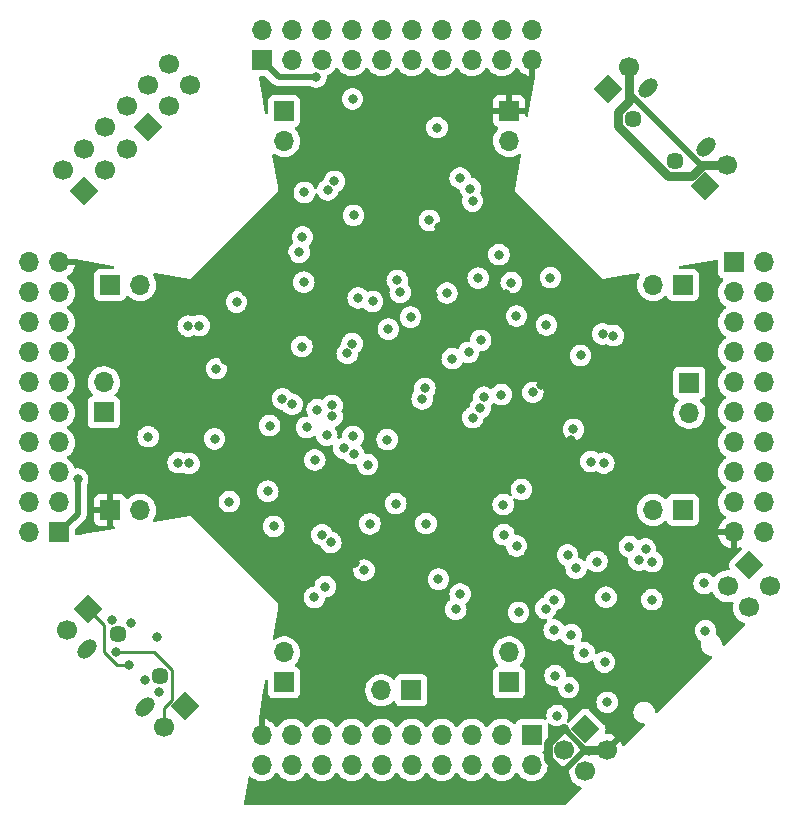
<source format=gbr>
G04 #@! TF.GenerationSoftware,KiCad,Pcbnew,5.99.0-unknown-29c2f3b7d4~131~ubuntu20.04.1*
G04 #@! TF.CreationDate,2021-09-13T23:51:00+03:00*
G04 #@! TF.ProjectId,FreeEEG32-alpha131,46726565-4545-4473-9332-2d616c706861,rev?*
G04 #@! TF.SameCoordinates,Original*
G04 #@! TF.FileFunction,Copper,L3,Inr*
G04 #@! TF.FilePolarity,Positive*
%FSLAX46Y46*%
G04 Gerber Fmt 4.6, Leading zero omitted, Abs format (unit mm)*
G04 Created by KiCad (PCBNEW 5.99.0-unknown-29c2f3b7d4~131~ubuntu20.04.1) date 2021-09-13 23:51:00*
%MOMM*%
%LPD*%
G01*
G04 APERTURE LIST*
G04 Aperture macros list*
%AMHorizOval*
0 Thick line with rounded ends*
0 $1 width*
0 $2 $3 position (X,Y) of the first rounded end (center of the circle)*
0 $4 $5 position (X,Y) of the second rounded end (center of the circle)*
0 Add line between two ends*
20,1,$1,$2,$3,$4,$5,0*
0 Add two circle primitives to create the rounded ends*
1,1,$1,$2,$3*
1,1,$1,$4,$5*%
%AMRotRect*
0 Rectangle, with rotation*
0 The origin of the aperture is its center*
0 $1 length*
0 $2 width*
0 $3 Rotation angle, in degrees counterclockwise*
0 Add horizontal line*
21,1,$1,$2,0,0,$3*%
G04 Aperture macros list end*
G04 #@! TA.AperFunction,ComponentPad*
%ADD10RotRect,1.700000X1.700000X45.000000*%
G04 #@! TD*
G04 #@! TA.AperFunction,ComponentPad*
%ADD11HorizOval,1.700000X0.000000X0.000000X0.000000X0.000000X0*%
G04 #@! TD*
G04 #@! TA.AperFunction,ComponentPad*
%ADD12C,1.450000*%
G04 #@! TD*
G04 #@! TA.AperFunction,ComponentPad*
%ADD13HorizOval,1.200000X-0.247487X-0.247487X0.247487X0.247487X0*%
G04 #@! TD*
G04 #@! TA.AperFunction,ComponentPad*
%ADD14HorizOval,1.200000X0.247487X0.247487X-0.247487X-0.247487X0*%
G04 #@! TD*
G04 #@! TA.AperFunction,ComponentPad*
%ADD15RotRect,1.700000X1.700000X225.000000*%
G04 #@! TD*
G04 #@! TA.AperFunction,ComponentPad*
%ADD16HorizOval,1.700000X0.000000X0.000000X0.000000X0.000000X0*%
G04 #@! TD*
G04 #@! TA.AperFunction,ComponentPad*
%ADD17RotRect,1.700000X1.700000X315.000000*%
G04 #@! TD*
G04 #@! TA.AperFunction,ComponentPad*
%ADD18HorizOval,1.700000X0.000000X0.000000X0.000000X0.000000X0*%
G04 #@! TD*
G04 #@! TA.AperFunction,ComponentPad*
%ADD19RotRect,1.700000X1.700000X135.000000*%
G04 #@! TD*
G04 #@! TA.AperFunction,ComponentPad*
%ADD20HorizOval,1.700000X0.000000X0.000000X0.000000X0.000000X0*%
G04 #@! TD*
G04 #@! TA.AperFunction,ComponentPad*
%ADD21R,1.700000X1.700000*%
G04 #@! TD*
G04 #@! TA.AperFunction,ComponentPad*
%ADD22O,1.700000X1.700000*%
G04 #@! TD*
G04 #@! TA.AperFunction,ViaPad*
%ADD23C,0.800000*%
G04 #@! TD*
G04 #@! TA.AperFunction,Conductor*
%ADD24C,0.500000*%
G04 #@! TD*
G04 #@! TA.AperFunction,Conductor*
%ADD25C,0.250000*%
G04 #@! TD*
G04 #@! TA.AperFunction,Conductor*
%ADD26C,0.750000*%
G04 #@! TD*
G04 APERTURE END LIST*
D10*
X17888949Y26143949D03*
D11*
X19685000Y27940000D03*
D12*
X23593623Y20039345D03*
D13*
X26209918Y21241427D03*
D12*
X20058089Y23574879D03*
D14*
X21260171Y26191174D03*
D10*
X26143949Y17888949D03*
D11*
X27940000Y19685000D03*
D15*
X-17888949Y-26143949D03*
D16*
X-19685000Y-27940000D03*
D15*
X-26143949Y-17888949D03*
D16*
X-27940000Y-19685000D03*
D17*
X15983949Y-28048949D03*
D18*
X17780000Y-29845000D03*
X14187898Y-29845000D03*
X15983949Y-31641051D03*
D19*
X-21063949Y22860000D03*
D20*
X-22860000Y24656051D03*
X-19267898Y24656051D03*
X-21063949Y26452102D03*
X-17471847Y26452102D03*
X-19267898Y28248154D03*
D17*
X29845000Y-14187898D03*
D18*
X31641051Y-15983949D03*
X28048949Y-15983949D03*
X29845000Y-17780000D03*
D19*
X-26452102Y17471846D03*
D20*
X-28248153Y19267897D03*
X-24656051Y19267897D03*
X-26452102Y21063948D03*
X-22860000Y21063948D03*
X-24656051Y22860000D03*
D21*
X24257000Y-9525000D03*
D22*
X21717000Y-9525000D03*
D21*
X-24257000Y9525000D03*
D22*
X-21717000Y9525000D03*
D21*
X11430000Y-28575000D03*
D22*
X11430000Y-31115000D03*
X8890000Y-28575000D03*
X8890000Y-31115000D03*
X6350000Y-28575000D03*
X6350000Y-31115000D03*
X3810000Y-28575000D03*
X3810000Y-31115000D03*
X1270000Y-28575000D03*
X1270000Y-31115000D03*
X-1270000Y-28575000D03*
X-1270000Y-31115000D03*
X-3810000Y-28575000D03*
X-3810000Y-31115000D03*
X-6350000Y-28575000D03*
X-6350000Y-31115000D03*
X-8890000Y-28575000D03*
X-8890000Y-31115000D03*
X-11430000Y-28575000D03*
X-11430000Y-31115000D03*
D21*
X-24257000Y-9525000D03*
D22*
X-21717000Y-9525000D03*
D21*
X28575000Y11430000D03*
D22*
X31115000Y11430000D03*
X28575000Y8890000D03*
X31115000Y8890000D03*
X28575000Y6350000D03*
X31115000Y6350000D03*
X28575000Y3810000D03*
X31115000Y3810000D03*
X28575000Y1270000D03*
X31115000Y1270000D03*
X28575000Y-1270000D03*
X31115000Y-1270000D03*
X28575000Y-3810000D03*
X31115000Y-3810000D03*
X28575000Y-6350000D03*
X31115000Y-6350000D03*
X28575000Y-8890000D03*
X31115000Y-8890000D03*
X28575000Y-11430000D03*
X31115000Y-11430000D03*
D21*
X1250000Y-24790000D03*
D22*
X-1290000Y-24790000D03*
D21*
X-28575000Y-11430000D03*
D22*
X-31115000Y-11430000D03*
X-28575000Y-8890000D03*
X-31115000Y-8890000D03*
X-28575000Y-6350000D03*
X-31115000Y-6350000D03*
X-28575000Y-3810000D03*
X-31115000Y-3810000D03*
X-28575000Y-1270000D03*
X-31115000Y-1270000D03*
X-28575000Y1270000D03*
X-31115000Y1270000D03*
X-28575000Y3810000D03*
X-31115000Y3810000D03*
X-28575000Y6350000D03*
X-31115000Y6350000D03*
X-28575000Y8890000D03*
X-31115000Y8890000D03*
X-28575000Y11430000D03*
X-31115000Y11430000D03*
D21*
X9525000Y-24130000D03*
D22*
X9525000Y-21590000D03*
D21*
X-11430000Y28575000D03*
D22*
X-11430000Y31115000D03*
X-8890000Y28575000D03*
X-8890000Y31115000D03*
X-6350000Y28575000D03*
X-6350000Y31115000D03*
X-3810000Y28575000D03*
X-3810000Y31115000D03*
X-1270000Y28575000D03*
X-1270000Y31115000D03*
X1270000Y28575000D03*
X1270000Y31115000D03*
X3810000Y28575000D03*
X3810000Y31115000D03*
X6350000Y28575000D03*
X6350000Y31115000D03*
X8890000Y28575000D03*
X8890000Y31115000D03*
X11430000Y28575000D03*
X11430000Y31115000D03*
D21*
X-9525000Y24257000D03*
D22*
X-9525000Y21717000D03*
D21*
X24257000Y9525000D03*
D22*
X21717000Y9525000D03*
D21*
X-24790000Y-1250000D03*
D22*
X-24790000Y1290000D03*
D21*
X-9525000Y-24130000D03*
D22*
X-9525000Y-21590000D03*
D21*
X24790000Y1250000D03*
D22*
X24790000Y-1290000D03*
D21*
X9525000Y24257000D03*
D22*
X9525000Y21717000D03*
D12*
X-23593623Y-20058089D03*
D13*
X-21260171Y-26209918D03*
D12*
X-20058089Y-23593623D03*
D14*
X-26209918Y-21260171D03*
D23*
X14740000Y-3600000D03*
X-3480000Y-14050000D03*
X-14500000Y3210000D03*
X3550000Y14390000D03*
X12236734Y1054813D03*
X-27000000Y-6920000D03*
X-6836147Y27139401D03*
X2490000Y-10680000D03*
X-2260000Y-10700000D03*
X-7810514Y17356625D03*
X11543040Y438173D03*
X-21033500Y-3327000D03*
X5374990Y18584990D03*
X-6962533Y-16927467D03*
X-17644043Y6046339D03*
X6243489Y17683489D03*
X17550000Y-5560000D03*
X3426187Y22842413D03*
X14974471Y-2703657D03*
X15578931Y3552431D03*
X2770000Y15000000D03*
X-3646956Y15417644D03*
X-15249890Y2428103D03*
X-15411258Y-3501258D03*
X-2749587Y-14620004D03*
X3540000Y-15390000D03*
X-3723185Y25276989D03*
X-4160134Y24049641D03*
X-800000Y-3570000D03*
X80000Y18870000D03*
X-18410000Y-610000D03*
X771234Y-18319796D03*
X17490000Y60000D03*
X5010000Y-17930000D03*
X-18492176Y-5518182D03*
X-5258432Y18302427D03*
X18353550Y5229555D03*
X5380000Y-16640000D03*
X-6044676Y-16025967D03*
X-17568045Y-5584443D03*
X-5827091Y17570967D03*
X17439412Y5380417D03*
X16449505Y-5423500D03*
X-16718500Y6088500D03*
X6439795Y16631254D03*
X13028525Y10135511D03*
X9025500Y-9078127D03*
X-6317712Y-11624138D03*
X-5569306Y-12275638D03*
X9708626Y9725368D03*
X10160000Y-12573000D03*
X17831900Y-25810098D03*
X13600860Y-26940775D03*
X-20312380Y-20286980D03*
X-22638184Y-22693871D03*
X-21331501Y-23959753D03*
X15875000Y-21601770D03*
X6913016Y10100070D03*
X2394132Y778247D03*
X-14158904Y-8820090D03*
X-5471500Y-666633D03*
X2162303Y-118783D03*
X8666709Y12086890D03*
X-5471500Y-1593136D03*
X-10908613Y-7938372D03*
X26153812Y-19752918D03*
X-3691741Y-3302241D03*
X13424651Y-23549736D03*
X10333488Y-18202574D03*
X13335000Y-19685000D03*
X13335000Y-17145000D03*
X12627892Y-17870000D03*
X9081011Y-11619003D03*
X21618291Y-17116709D03*
X17604054Y-22400946D03*
X-13549349Y8078241D03*
X-10401109Y-10909108D03*
X-8255311Y12284154D03*
X10562829Y-7788408D03*
X-7855001Y9760001D03*
X17734003Y-16911597D03*
X-10744218Y-2376500D03*
X4258811Y8850732D03*
X10151640Y6895553D03*
X-7970599Y13586986D03*
X14808200Y-20091400D03*
X-4175070Y3736500D03*
X1179751Y6794508D03*
X-699500Y5779500D03*
X19685000Y25020960D03*
X-3763873Y4566756D03*
X16964358Y-13894724D03*
X19705990Y-12637011D03*
X15198910Y-14456631D03*
X21082000Y-12827000D03*
X4713500Y3290713D03*
X21663511Y-13896489D03*
X20515858Y-13774142D03*
X6093543Y3812457D03*
X14478000Y-13335000D03*
X7120105Y4839019D03*
X14558062Y-24569169D03*
X26035000Y-15748000D03*
X-8015317Y4306678D03*
X-5914343Y-3196874D03*
X-2452984Y-5683986D03*
X-66500Y-8981286D03*
X12689832Y6143640D03*
X8863528Y241500D03*
X-7620000Y-2540000D03*
X-3253266Y8430734D03*
X-2032000Y8128000D03*
X58618Y9921553D03*
X-20134580Y-24960580D03*
X-22506973Y-19136720D03*
X-24056340Y-18811240D03*
X308957Y8899522D03*
X-3639871Y-4765428D03*
X-4450042Y-4315952D03*
X-6926396Y-5287758D03*
X-6724259Y-1025735D03*
X-9660574Y-117439D03*
X-23721882Y-21556174D03*
X9273733Y8785981D03*
X11201400Y-13208000D03*
X8217356Y-16630000D03*
X23495000Y-21590000D03*
X-7969794Y-13343813D03*
X12275724Y12340543D03*
X7257256Y-9921164D03*
X-12737670Y8889919D03*
X-15164435Y-7760251D03*
X3048000Y8636000D03*
X1207500Y2293260D03*
X-9398000Y11811000D03*
X18415000Y-23495000D03*
X-8852676Y-570989D03*
X7393500Y22353D03*
X7079885Y-881712D03*
X6453385Y-1714004D03*
D24*
X-28575000Y-11430000D02*
X-27000000Y-9855000D01*
X-27000000Y-9855000D02*
X-27000000Y-6920000D01*
X-11430000Y28575000D02*
X-9994401Y27139401D01*
X-9994401Y27139401D02*
X-6836147Y27139401D01*
D25*
X-24798020Y-21553038D02*
X-23657187Y-22693871D01*
X-26143949Y-17888949D02*
X-24798020Y-19234878D01*
X-24798020Y-19234878D02*
X-24798020Y-21553038D01*
X-22638184Y-22693871D02*
X-23657187Y-22693871D01*
D24*
X19576051Y27831051D02*
X19576051Y25895380D01*
D26*
X24979074Y18739344D02*
X25924730Y19685000D01*
X18758088Y22950878D02*
X22969622Y18739344D01*
D24*
X26628970Y19576051D02*
X27831051Y19576051D01*
X25895380Y19576051D02*
X26628970Y19576051D01*
D26*
X19685000Y25125792D02*
X18758088Y24198880D01*
X26737919Y19685000D02*
X27940000Y19685000D01*
X22969622Y18739344D02*
X24979074Y18739344D01*
X25924730Y19685000D02*
X26737919Y19685000D01*
X19685000Y27940000D02*
X19685000Y25125792D01*
X18758088Y24198880D02*
X18758088Y22950878D01*
D24*
X19576051Y25895380D02*
X25895380Y19576051D01*
D25*
X-19685000Y-26737919D02*
X-19685000Y-27940000D01*
X-23721882Y-21556174D02*
X-20541536Y-21556174D01*
X-19008088Y-25601370D02*
X-19685000Y-26278282D01*
X-19685000Y-26278282D02*
X-19685000Y-26737919D01*
X-19008088Y-23089622D02*
X-19008088Y-25601370D01*
X-20541536Y-21556174D02*
X-19008088Y-23089622D01*
D24*
X15954974Y-29845000D02*
X13995400Y-31804574D01*
D26*
X12836387Y-30616387D02*
X12836387Y-29285185D01*
X12836387Y-29285185D02*
X14094559Y-28027013D01*
D24*
X15954974Y-29845000D02*
X14136987Y-28027013D01*
D26*
X14094559Y-28027013D02*
X14136987Y-28027013D01*
X17780000Y-29845000D02*
X15954974Y-29845000D01*
X13995400Y-31775400D02*
X12836387Y-30616387D01*
X13995400Y-31804574D02*
X13995400Y-31775400D01*
G04 #@! TA.AperFunction,Conductor*
G36*
X12764365Y-29789547D02*
G01*
X12814595Y-29839721D01*
X12829832Y-29892915D01*
X12838008Y-30034715D01*
X12839145Y-30039761D01*
X12839146Y-30039767D01*
X12859017Y-30127939D01*
X12887120Y-30252639D01*
X12971164Y-30459616D01*
X12973863Y-30464020D01*
X13084217Y-30644102D01*
X13087885Y-30650088D01*
X13234148Y-30818938D01*
X13406024Y-30961632D01*
X13598898Y-31074338D01*
X13807590Y-31154030D01*
X13812658Y-31155061D01*
X13812661Y-31155062D01*
X13875841Y-31167916D01*
X14026495Y-31198567D01*
X14031670Y-31198757D01*
X14031672Y-31198757D01*
X14244571Y-31206564D01*
X14244575Y-31206564D01*
X14249735Y-31206753D01*
X14254855Y-31206097D01*
X14254857Y-31206097D01*
X14466186Y-31179025D01*
X14466187Y-31179025D01*
X14471314Y-31178368D01*
X14476265Y-31176883D01*
X14476268Y-31176882D01*
X14504767Y-31168332D01*
X14575762Y-31167916D01*
X14635713Y-31205948D01*
X14665584Y-31270355D01*
X14662391Y-31322688D01*
X14644938Y-31385621D01*
X14621200Y-31607746D01*
X14621497Y-31612899D01*
X14621497Y-31612902D01*
X14621990Y-31621453D01*
X14634059Y-31830766D01*
X14635196Y-31835812D01*
X14635197Y-31835818D01*
X14655068Y-31923990D01*
X14683171Y-32048690D01*
X14767215Y-32255667D01*
X14785739Y-32285896D01*
X14870388Y-32424030D01*
X14883936Y-32446139D01*
X15030199Y-32614989D01*
X15202075Y-32757683D01*
X15394949Y-32870389D01*
X15399769Y-32872230D01*
X15399774Y-32872232D01*
X15480402Y-32903020D01*
X15586932Y-32943700D01*
X15643433Y-32986686D01*
X15667726Y-33053397D01*
X15652096Y-33122652D01*
X15631076Y-33150504D01*
X14326485Y-34455095D01*
X14264173Y-34489121D01*
X14237390Y-34492000D01*
X-12809123Y-34492000D01*
X-12877244Y-34471998D01*
X-12923737Y-34418342D01*
X-12933255Y-34344384D01*
X-12607996Y-32476564D01*
X-12558002Y-32189473D01*
X-12526611Y-32125796D01*
X-12465775Y-32089197D01*
X-12394809Y-32091299D01*
X-12353388Y-32114145D01*
X-12211874Y-32231632D01*
X-12019000Y-32344338D01*
X-11810308Y-32424030D01*
X-11805240Y-32425061D01*
X-11805237Y-32425062D01*
X-11697983Y-32446883D01*
X-11591403Y-32468567D01*
X-11586228Y-32468757D01*
X-11586226Y-32468757D01*
X-11373327Y-32476564D01*
X-11373323Y-32476564D01*
X-11368163Y-32476753D01*
X-11363043Y-32476097D01*
X-11363041Y-32476097D01*
X-11151712Y-32449025D01*
X-11151711Y-32449025D01*
X-11146584Y-32448368D01*
X-11124492Y-32441740D01*
X-10937571Y-32385661D01*
X-10937566Y-32385659D01*
X-10932616Y-32384174D01*
X-10732006Y-32285896D01*
X-10550140Y-32156173D01*
X-10482929Y-32089197D01*
X-10468791Y-32075107D01*
X-10391904Y-31998489D01*
X-10261547Y-31817077D01*
X-10260224Y-31818028D01*
X-10213355Y-31774857D01*
X-10143420Y-31762625D01*
X-10077974Y-31790144D01*
X-10050125Y-31821994D01*
X-9990013Y-31920088D01*
X-9843750Y-32088938D01*
X-9671874Y-32231632D01*
X-9479000Y-32344338D01*
X-9270308Y-32424030D01*
X-9265240Y-32425061D01*
X-9265237Y-32425062D01*
X-9157983Y-32446883D01*
X-9051403Y-32468567D01*
X-9046228Y-32468757D01*
X-9046226Y-32468757D01*
X-8833327Y-32476564D01*
X-8833323Y-32476564D01*
X-8828163Y-32476753D01*
X-8823043Y-32476097D01*
X-8823041Y-32476097D01*
X-8611712Y-32449025D01*
X-8611711Y-32449025D01*
X-8606584Y-32448368D01*
X-8584492Y-32441740D01*
X-8397571Y-32385661D01*
X-8397566Y-32385659D01*
X-8392616Y-32384174D01*
X-8192006Y-32285896D01*
X-8010140Y-32156173D01*
X-7942929Y-32089197D01*
X-7928791Y-32075107D01*
X-7851904Y-31998489D01*
X-7721547Y-31817077D01*
X-7720224Y-31818028D01*
X-7673355Y-31774857D01*
X-7603420Y-31762625D01*
X-7537974Y-31790144D01*
X-7510125Y-31821994D01*
X-7450013Y-31920088D01*
X-7303750Y-32088938D01*
X-7131874Y-32231632D01*
X-6939000Y-32344338D01*
X-6730308Y-32424030D01*
X-6725240Y-32425061D01*
X-6725237Y-32425062D01*
X-6617983Y-32446883D01*
X-6511403Y-32468567D01*
X-6506228Y-32468757D01*
X-6506226Y-32468757D01*
X-6293327Y-32476564D01*
X-6293323Y-32476564D01*
X-6288163Y-32476753D01*
X-6283043Y-32476097D01*
X-6283041Y-32476097D01*
X-6071712Y-32449025D01*
X-6071711Y-32449025D01*
X-6066584Y-32448368D01*
X-6044492Y-32441740D01*
X-5857571Y-32385661D01*
X-5857566Y-32385659D01*
X-5852616Y-32384174D01*
X-5652006Y-32285896D01*
X-5470140Y-32156173D01*
X-5402929Y-32089197D01*
X-5388791Y-32075107D01*
X-5311904Y-31998489D01*
X-5181547Y-31817077D01*
X-5180224Y-31818028D01*
X-5133355Y-31774857D01*
X-5063420Y-31762625D01*
X-4997974Y-31790144D01*
X-4970125Y-31821994D01*
X-4910013Y-31920088D01*
X-4763750Y-32088938D01*
X-4591874Y-32231632D01*
X-4399000Y-32344338D01*
X-4190308Y-32424030D01*
X-4185240Y-32425061D01*
X-4185237Y-32425062D01*
X-4077983Y-32446883D01*
X-3971403Y-32468567D01*
X-3966228Y-32468757D01*
X-3966226Y-32468757D01*
X-3753327Y-32476564D01*
X-3753323Y-32476564D01*
X-3748163Y-32476753D01*
X-3743043Y-32476097D01*
X-3743041Y-32476097D01*
X-3531712Y-32449025D01*
X-3531711Y-32449025D01*
X-3526584Y-32448368D01*
X-3504492Y-32441740D01*
X-3317571Y-32385661D01*
X-3317566Y-32385659D01*
X-3312616Y-32384174D01*
X-3112006Y-32285896D01*
X-2930140Y-32156173D01*
X-2862929Y-32089197D01*
X-2848791Y-32075107D01*
X-2771904Y-31998489D01*
X-2641547Y-31817077D01*
X-2640224Y-31818028D01*
X-2593355Y-31774857D01*
X-2523420Y-31762625D01*
X-2457974Y-31790144D01*
X-2430125Y-31821994D01*
X-2370013Y-31920088D01*
X-2223750Y-32088938D01*
X-2051874Y-32231632D01*
X-1859000Y-32344338D01*
X-1650308Y-32424030D01*
X-1645240Y-32425061D01*
X-1645237Y-32425062D01*
X-1537983Y-32446883D01*
X-1431403Y-32468567D01*
X-1426228Y-32468757D01*
X-1426226Y-32468757D01*
X-1213327Y-32476564D01*
X-1213323Y-32476564D01*
X-1208163Y-32476753D01*
X-1203043Y-32476097D01*
X-1203041Y-32476097D01*
X-991712Y-32449025D01*
X-991711Y-32449025D01*
X-986584Y-32448368D01*
X-964492Y-32441740D01*
X-777571Y-32385661D01*
X-777566Y-32385659D01*
X-772616Y-32384174D01*
X-572006Y-32285896D01*
X-390140Y-32156173D01*
X-322929Y-32089197D01*
X-308791Y-32075107D01*
X-231904Y-31998489D01*
X-101547Y-31817077D01*
X-100224Y-31818028D01*
X-53355Y-31774857D01*
X16580Y-31762625D01*
X82026Y-31790144D01*
X109875Y-31821994D01*
X169987Y-31920088D01*
X316250Y-32088938D01*
X488126Y-32231632D01*
X681000Y-32344338D01*
X889692Y-32424030D01*
X894760Y-32425061D01*
X894763Y-32425062D01*
X1002017Y-32446883D01*
X1108597Y-32468567D01*
X1113772Y-32468757D01*
X1113774Y-32468757D01*
X1326673Y-32476564D01*
X1326677Y-32476564D01*
X1331837Y-32476753D01*
X1336957Y-32476097D01*
X1336959Y-32476097D01*
X1548288Y-32449025D01*
X1548289Y-32449025D01*
X1553416Y-32448368D01*
X1575508Y-32441740D01*
X1762429Y-32385661D01*
X1762434Y-32385659D01*
X1767384Y-32384174D01*
X1967994Y-32285896D01*
X2149860Y-32156173D01*
X2217071Y-32089197D01*
X2231209Y-32075107D01*
X2308096Y-31998489D01*
X2438453Y-31817077D01*
X2439776Y-31818028D01*
X2486645Y-31774857D01*
X2556580Y-31762625D01*
X2622026Y-31790144D01*
X2649875Y-31821994D01*
X2709987Y-31920088D01*
X2856250Y-32088938D01*
X3028126Y-32231632D01*
X3221000Y-32344338D01*
X3429692Y-32424030D01*
X3434760Y-32425061D01*
X3434763Y-32425062D01*
X3542017Y-32446883D01*
X3648597Y-32468567D01*
X3653772Y-32468757D01*
X3653774Y-32468757D01*
X3866673Y-32476564D01*
X3866677Y-32476564D01*
X3871837Y-32476753D01*
X3876957Y-32476097D01*
X3876959Y-32476097D01*
X4088288Y-32449025D01*
X4088289Y-32449025D01*
X4093416Y-32448368D01*
X4115508Y-32441740D01*
X4302429Y-32385661D01*
X4302434Y-32385659D01*
X4307384Y-32384174D01*
X4507994Y-32285896D01*
X4689860Y-32156173D01*
X4757071Y-32089197D01*
X4771209Y-32075107D01*
X4848096Y-31998489D01*
X4978453Y-31817077D01*
X4979776Y-31818028D01*
X5026645Y-31774857D01*
X5096580Y-31762625D01*
X5162026Y-31790144D01*
X5189875Y-31821994D01*
X5249987Y-31920088D01*
X5396250Y-32088938D01*
X5568126Y-32231632D01*
X5761000Y-32344338D01*
X5969692Y-32424030D01*
X5974760Y-32425061D01*
X5974763Y-32425062D01*
X6082017Y-32446883D01*
X6188597Y-32468567D01*
X6193772Y-32468757D01*
X6193774Y-32468757D01*
X6406673Y-32476564D01*
X6406677Y-32476564D01*
X6411837Y-32476753D01*
X6416957Y-32476097D01*
X6416959Y-32476097D01*
X6628288Y-32449025D01*
X6628289Y-32449025D01*
X6633416Y-32448368D01*
X6655508Y-32441740D01*
X6842429Y-32385661D01*
X6842434Y-32385659D01*
X6847384Y-32384174D01*
X7047994Y-32285896D01*
X7229860Y-32156173D01*
X7297071Y-32089197D01*
X7311209Y-32075107D01*
X7388096Y-31998489D01*
X7518453Y-31817077D01*
X7519776Y-31818028D01*
X7566645Y-31774857D01*
X7636580Y-31762625D01*
X7702026Y-31790144D01*
X7729875Y-31821994D01*
X7789987Y-31920088D01*
X7936250Y-32088938D01*
X8108126Y-32231632D01*
X8301000Y-32344338D01*
X8509692Y-32424030D01*
X8514760Y-32425061D01*
X8514763Y-32425062D01*
X8622017Y-32446883D01*
X8728597Y-32468567D01*
X8733772Y-32468757D01*
X8733774Y-32468757D01*
X8946673Y-32476564D01*
X8946677Y-32476564D01*
X8951837Y-32476753D01*
X8956957Y-32476097D01*
X8956959Y-32476097D01*
X9168288Y-32449025D01*
X9168289Y-32449025D01*
X9173416Y-32448368D01*
X9195508Y-32441740D01*
X9382429Y-32385661D01*
X9382434Y-32385659D01*
X9387384Y-32384174D01*
X9587994Y-32285896D01*
X9769860Y-32156173D01*
X9837071Y-32089197D01*
X9851209Y-32075107D01*
X9928096Y-31998489D01*
X10058453Y-31817077D01*
X10059776Y-31818028D01*
X10106645Y-31774857D01*
X10176580Y-31762625D01*
X10242026Y-31790144D01*
X10269875Y-31821994D01*
X10329987Y-31920088D01*
X10476250Y-32088938D01*
X10648126Y-32231632D01*
X10841000Y-32344338D01*
X11049692Y-32424030D01*
X11054760Y-32425061D01*
X11054763Y-32425062D01*
X11162017Y-32446883D01*
X11268597Y-32468567D01*
X11273772Y-32468757D01*
X11273774Y-32468757D01*
X11486673Y-32476564D01*
X11486677Y-32476564D01*
X11491837Y-32476753D01*
X11496957Y-32476097D01*
X11496959Y-32476097D01*
X11708288Y-32449025D01*
X11708289Y-32449025D01*
X11713416Y-32448368D01*
X11735508Y-32441740D01*
X11922429Y-32385661D01*
X11922434Y-32385659D01*
X11927384Y-32384174D01*
X12127994Y-32285896D01*
X12309860Y-32156173D01*
X12377071Y-32089197D01*
X12391209Y-32075107D01*
X12468096Y-31998489D01*
X12598453Y-31817077D01*
X12619320Y-31774857D01*
X12695136Y-31621453D01*
X12695137Y-31621451D01*
X12697430Y-31616811D01*
X12748060Y-31450168D01*
X12760865Y-31408023D01*
X12760865Y-31408021D01*
X12762370Y-31403069D01*
X12791529Y-31181590D01*
X12791644Y-31176882D01*
X12793074Y-31118365D01*
X12793074Y-31118361D01*
X12793156Y-31115000D01*
X12774852Y-30892361D01*
X12720431Y-30675702D01*
X12631354Y-30470840D01*
X12584035Y-30397696D01*
X12512822Y-30287617D01*
X12512820Y-30287614D01*
X12510014Y-30283277D01*
X12506532Y-30279450D01*
X12362798Y-30121488D01*
X12331746Y-30057642D01*
X12340141Y-29987143D01*
X12385317Y-29932375D01*
X12411761Y-29918706D01*
X12518297Y-29878767D01*
X12526705Y-29875615D01*
X12549733Y-29858357D01*
X12628476Y-29799342D01*
X12694983Y-29774494D01*
X12764365Y-29789547D01*
G37*
G04 #@! TD.AperFunction*
G04 #@! TA.AperFunction,Conductor*
G36*
X15726533Y-29692628D02*
G01*
X15839763Y-29744110D01*
X15848646Y-29745382D01*
X15848649Y-29745383D01*
X15975060Y-29763486D01*
X15983949Y-29764759D01*
X15992838Y-29763486D01*
X16119249Y-29745383D01*
X16119252Y-29745382D01*
X16128135Y-29744110D01*
X16136301Y-29740397D01*
X16136305Y-29740396D01*
X16240081Y-29693212D01*
X16310372Y-29683226D01*
X16374904Y-29712827D01*
X16413187Y-29772617D01*
X16418194Y-29810992D01*
X16418050Y-29816866D01*
X16430309Y-30029477D01*
X16431745Y-30039697D01*
X16460761Y-30168448D01*
X16456225Y-30239300D01*
X16414103Y-30296451D01*
X16347770Y-30321757D01*
X16315748Y-30320196D01*
X16117322Y-30284851D01*
X16117316Y-30284850D01*
X16112233Y-30283945D01*
X16038401Y-30283043D01*
X15894030Y-30281279D01*
X15894028Y-30281279D01*
X15888860Y-30281216D01*
X15757044Y-30301387D01*
X15673155Y-30314223D01*
X15673151Y-30314224D01*
X15668040Y-30315006D01*
X15663122Y-30316614D01*
X15662591Y-30316740D01*
X15591689Y-30313069D01*
X15534028Y-30271648D01*
X15507913Y-30205629D01*
X15512832Y-30157545D01*
X15520268Y-30133069D01*
X15549427Y-29911590D01*
X15551054Y-29845000D01*
X15548806Y-29817652D01*
X15563159Y-29748121D01*
X15612826Y-29697389D01*
X15682036Y-29681562D01*
X15726533Y-29692628D01*
G37*
G04 #@! TD.AperFunction*
G04 #@! TA.AperFunction,Conductor*
G36*
X11626121Y28808998D02*
G01*
X11672614Y28755342D01*
X11684000Y28703000D01*
X11684000Y27256483D01*
X11695636Y27216854D01*
X11707648Y27198163D01*
X11710814Y27140649D01*
X11133062Y23884943D01*
X11101465Y23821365D01*
X11040511Y23784963D01*
X10969552Y23787293D01*
X10911118Y23827617D01*
X10883761Y23893131D01*
X10883000Y23906959D01*
X10883000Y23984885D01*
X10878525Y24000124D01*
X10877135Y24001329D01*
X10869452Y24003000D01*
X8185116Y24003000D01*
X8169877Y23998525D01*
X8168672Y23997135D01*
X8167001Y23989452D01*
X8167001Y23362331D01*
X8167371Y23355510D01*
X8172895Y23304648D01*
X8176521Y23289396D01*
X8221676Y23168946D01*
X8230214Y23153351D01*
X8306715Y23051276D01*
X8319276Y23038715D01*
X8421351Y22962214D01*
X8436946Y22953676D01*
X8545827Y22912858D01*
X8602591Y22870216D01*
X8627291Y22803655D01*
X8612083Y22734306D01*
X8592691Y22707825D01*
X8514836Y22626354D01*
X8465629Y22574862D01*
X8339743Y22390320D01*
X8245688Y22187695D01*
X8185989Y21972430D01*
X8162251Y21750305D01*
X8162548Y21745152D01*
X8162548Y21745149D01*
X8168011Y21650410D01*
X8175110Y21527285D01*
X8176247Y21522239D01*
X8176248Y21522233D01*
X8181654Y21498247D01*
X8224222Y21309361D01*
X8308266Y21102384D01*
X8331820Y21063948D01*
X8404376Y20945547D01*
X8424987Y20911912D01*
X8571250Y20743062D01*
X8743126Y20600368D01*
X8936000Y20487662D01*
X9144692Y20407970D01*
X9149760Y20406939D01*
X9149763Y20406938D01*
X9257017Y20385117D01*
X9363597Y20363433D01*
X9368772Y20363243D01*
X9368774Y20363243D01*
X9581673Y20355436D01*
X9581677Y20355436D01*
X9586837Y20355247D01*
X9591957Y20355903D01*
X9591959Y20355903D01*
X9803288Y20382975D01*
X9803289Y20382975D01*
X9808416Y20383632D01*
X9813366Y20385117D01*
X10017429Y20446339D01*
X10017434Y20446341D01*
X10022384Y20447826D01*
X10222994Y20546104D01*
X10335450Y20626318D01*
X10402524Y20649592D01*
X10471533Y20632908D01*
X10520567Y20581564D01*
X10534058Y20511861D01*
X10532681Y20501723D01*
X10007097Y17539990D01*
X10000000Y17500000D01*
X17500000Y10000000D01*
X19371651Y10325719D01*
X20492958Y10520857D01*
X20563500Y10512831D01*
X20618503Y10467941D01*
X20640506Y10400440D01*
X20618649Y10325720D01*
X20531743Y10198320D01*
X20498281Y10126232D01*
X20452637Y10027899D01*
X20437688Y9995695D01*
X20377989Y9780430D01*
X20354251Y9558305D01*
X20354548Y9553152D01*
X20354548Y9553149D01*
X20360202Y9455092D01*
X20367110Y9335285D01*
X20368247Y9330239D01*
X20368248Y9330233D01*
X20382872Y9265345D01*
X20416222Y9117361D01*
X20477602Y8966198D01*
X20496720Y8919118D01*
X20500266Y8910384D01*
X20616987Y8719912D01*
X20763250Y8551062D01*
X20935126Y8408368D01*
X21128000Y8295662D01*
X21132825Y8293820D01*
X21132826Y8293819D01*
X21199997Y8268169D01*
X21336692Y8215970D01*
X21341760Y8214939D01*
X21341763Y8214938D01*
X21449017Y8193117D01*
X21555597Y8171433D01*
X21560772Y8171243D01*
X21560774Y8171243D01*
X21773673Y8163436D01*
X21773677Y8163436D01*
X21778837Y8163247D01*
X21783957Y8163903D01*
X21783959Y8163903D01*
X21995288Y8190975D01*
X21995289Y8190975D01*
X22000416Y8191632D01*
X22005366Y8193117D01*
X22209429Y8254339D01*
X22209434Y8254341D01*
X22214384Y8255826D01*
X22414994Y8354104D01*
X22596860Y8483827D01*
X22705091Y8591681D01*
X22767462Y8625596D01*
X22838268Y8620408D01*
X22895030Y8577762D01*
X22912012Y8546659D01*
X22937911Y8477575D01*
X22956385Y8428295D01*
X23043739Y8311739D01*
X23160295Y8224385D01*
X23296684Y8173255D01*
X23358866Y8166500D01*
X25155134Y8166500D01*
X25217316Y8173255D01*
X25353705Y8224385D01*
X25470261Y8311739D01*
X25557615Y8428295D01*
X25608745Y8564684D01*
X25615500Y8626866D01*
X25615500Y10423134D01*
X25608745Y10485316D01*
X25557615Y10621705D01*
X25470261Y10738261D01*
X25353705Y10825615D01*
X25217316Y10876745D01*
X25155134Y10883500D01*
X24035709Y10883500D01*
X23967588Y10903502D01*
X23921095Y10957158D01*
X23910991Y11027432D01*
X23940485Y11092012D01*
X24000211Y11130396D01*
X24014106Y11133634D01*
X27068897Y11665252D01*
X27139439Y11657226D01*
X27194442Y11612336D01*
X27216500Y11541118D01*
X27216500Y10531866D01*
X27223255Y10469684D01*
X27274385Y10333295D01*
X27361739Y10216739D01*
X27478295Y10129385D01*
X27486704Y10126233D01*
X27486705Y10126232D01*
X27595451Y10085465D01*
X27652216Y10042824D01*
X27676916Y9976262D01*
X27661709Y9906913D01*
X27642316Y9880432D01*
X27520956Y9753436D01*
X27515629Y9747862D01*
X27512720Y9743597D01*
X27512714Y9743589D01*
X27440665Y9637969D01*
X27389743Y9563320D01*
X27371956Y9525000D01*
X27304513Y9379706D01*
X27295688Y9360695D01*
X27235989Y9145430D01*
X27212251Y8923305D01*
X27212548Y8918152D01*
X27212548Y8918149D01*
X27219248Y8801955D01*
X27225110Y8700285D01*
X27226247Y8695239D01*
X27226248Y8695233D01*
X27245577Y8609467D01*
X27274222Y8482361D01*
X27358266Y8275384D01*
X27408679Y8193117D01*
X27472291Y8089312D01*
X27474987Y8084912D01*
X27621250Y7916062D01*
X27793126Y7773368D01*
X27806216Y7765719D01*
X27866445Y7730524D01*
X27915169Y7678886D01*
X27928240Y7609103D01*
X27901509Y7543331D01*
X27861055Y7509973D01*
X27848607Y7503493D01*
X27844474Y7500390D01*
X27844471Y7500388D01*
X27674100Y7372470D01*
X27669965Y7369365D01*
X27628270Y7325734D01*
X27519710Y7212132D01*
X27515629Y7207862D01*
X27512720Y7203597D01*
X27512714Y7203589D01*
X27489625Y7169741D01*
X27389743Y7023320D01*
X27349880Y6937443D01*
X27303469Y6837457D01*
X27295688Y6820695D01*
X27235989Y6605430D01*
X27212251Y6383305D01*
X27212548Y6378152D01*
X27212548Y6378149D01*
X27224461Y6171535D01*
X27225110Y6160285D01*
X27226247Y6155239D01*
X27226248Y6155233D01*
X27246119Y6067061D01*
X27274222Y5942361D01*
X27311672Y5850133D01*
X27353896Y5746147D01*
X27358266Y5735384D01*
X27395402Y5674783D01*
X27472291Y5549312D01*
X27474987Y5544912D01*
X27621250Y5376062D01*
X27793126Y5233368D01*
X27832132Y5210575D01*
X27866445Y5190524D01*
X27915169Y5138886D01*
X27928240Y5069103D01*
X27901509Y5003331D01*
X27861055Y4969973D01*
X27848607Y4963493D01*
X27844474Y4960390D01*
X27844471Y4960388D01*
X27674100Y4832470D01*
X27669965Y4829365D01*
X27666393Y4825627D01*
X27519535Y4671949D01*
X27515629Y4667862D01*
X27512720Y4663597D01*
X27512714Y4663589D01*
X27446659Y4566756D01*
X27389743Y4483320D01*
X27295688Y4280695D01*
X27235989Y4065430D01*
X27212251Y3843305D01*
X27212548Y3838152D01*
X27212548Y3838149D01*
X27217975Y3744035D01*
X27225110Y3620285D01*
X27226247Y3615239D01*
X27226248Y3615233D01*
X27248392Y3516977D01*
X27274222Y3402361D01*
X27325729Y3275513D01*
X27347497Y3221906D01*
X27358266Y3195384D01*
X27396133Y3133591D01*
X27472291Y3009312D01*
X27474987Y3004912D01*
X27621250Y2836062D01*
X27793126Y2693368D01*
X27805184Y2686322D01*
X27866445Y2650524D01*
X27915169Y2598886D01*
X27928240Y2529103D01*
X27901509Y2463331D01*
X27861055Y2429973D01*
X27848607Y2423493D01*
X27844474Y2420390D01*
X27844471Y2420388D01*
X27691624Y2305627D01*
X27669965Y2289365D01*
X27666393Y2285627D01*
X27538313Y2151599D01*
X27515629Y2127862D01*
X27512720Y2123597D01*
X27512714Y2123589D01*
X27466981Y2056547D01*
X27389743Y1943320D01*
X27374003Y1909410D01*
X27301933Y1754148D01*
X27295688Y1740695D01*
X27235989Y1525430D01*
X27212251Y1303305D01*
X27212548Y1298152D01*
X27212548Y1298149D01*
X27223659Y1105453D01*
X27225110Y1080285D01*
X27226247Y1075239D01*
X27226248Y1075233D01*
X27246119Y987061D01*
X27274222Y862361D01*
X27358266Y655384D01*
X27409019Y572562D01*
X27472291Y469312D01*
X27474987Y464912D01*
X27621250Y296062D01*
X27793126Y153368D01*
X27827855Y133074D01*
X27866445Y110524D01*
X27915169Y58886D01*
X27928240Y-10897D01*
X27901509Y-76669D01*
X27861055Y-110027D01*
X27848607Y-116507D01*
X27844474Y-119610D01*
X27844471Y-119612D01*
X27674100Y-247530D01*
X27669965Y-250635D01*
X27622454Y-300352D01*
X27584700Y-339860D01*
X27515629Y-412138D01*
X27512720Y-416403D01*
X27512714Y-416411D01*
X27467488Y-482710D01*
X27389743Y-596680D01*
X27360136Y-660464D01*
X27307772Y-773273D01*
X27295688Y-799305D01*
X27235989Y-1014570D01*
X27212251Y-1236695D01*
X27212548Y-1241848D01*
X27212548Y-1241851D01*
X27221852Y-1403208D01*
X27225110Y-1459715D01*
X27226247Y-1464761D01*
X27226248Y-1464767D01*
X27246119Y-1552939D01*
X27274222Y-1677639D01*
X27358266Y-1884616D01*
X27403485Y-1958407D01*
X27472291Y-2070688D01*
X27474987Y-2075088D01*
X27621250Y-2243938D01*
X27734906Y-2338297D01*
X27788830Y-2383065D01*
X27793126Y-2386632D01*
X27863595Y-2427811D01*
X27866445Y-2429476D01*
X27915169Y-2481114D01*
X27928240Y-2550897D01*
X27901509Y-2616669D01*
X27861055Y-2650027D01*
X27848607Y-2656507D01*
X27844474Y-2659610D01*
X27844471Y-2659612D01*
X27677273Y-2785148D01*
X27669965Y-2790635D01*
X27666393Y-2794373D01*
X27577637Y-2887251D01*
X27515629Y-2952138D01*
X27512720Y-2956403D01*
X27512714Y-2956411D01*
X27460430Y-3033056D01*
X27389743Y-3136680D01*
X27363730Y-3192721D01*
X27301290Y-3327237D01*
X27295688Y-3339305D01*
X27235989Y-3554570D01*
X27212251Y-3776695D01*
X27212548Y-3781848D01*
X27212548Y-3781851D01*
X27217962Y-3875740D01*
X27225110Y-3999715D01*
X27226247Y-4004761D01*
X27226248Y-4004767D01*
X27244682Y-4086562D01*
X27274222Y-4217639D01*
X27358266Y-4424616D01*
X27408064Y-4505880D01*
X27472291Y-4610688D01*
X27474987Y-4615088D01*
X27621250Y-4783938D01*
X27793126Y-4926632D01*
X27863595Y-4967811D01*
X27866445Y-4969476D01*
X27915169Y-5021114D01*
X27928240Y-5090897D01*
X27901509Y-5156669D01*
X27861055Y-5190027D01*
X27848607Y-5196507D01*
X27844474Y-5199610D01*
X27844471Y-5199612D01*
X27674100Y-5327530D01*
X27669965Y-5330635D01*
X27632278Y-5370072D01*
X27519794Y-5487780D01*
X27515629Y-5492138D01*
X27389743Y-5676680D01*
X27375154Y-5708110D01*
X27318756Y-5829610D01*
X27295688Y-5879305D01*
X27235989Y-6094570D01*
X27212251Y-6316695D01*
X27212548Y-6321848D01*
X27212548Y-6321851D01*
X27219969Y-6450552D01*
X27225110Y-6539715D01*
X27226247Y-6544761D01*
X27226248Y-6544767D01*
X27246119Y-6632939D01*
X27274222Y-6757639D01*
X27358266Y-6964616D01*
X27398255Y-7029872D01*
X27472291Y-7150688D01*
X27474987Y-7155088D01*
X27621250Y-7323938D01*
X27793126Y-7466632D01*
X27863595Y-7507811D01*
X27866445Y-7509476D01*
X27915169Y-7561114D01*
X27928240Y-7630897D01*
X27901509Y-7696669D01*
X27861055Y-7730027D01*
X27848607Y-7736507D01*
X27844474Y-7739610D01*
X27844471Y-7739612D01*
X27674100Y-7867530D01*
X27669965Y-7870635D01*
X27515629Y-8032138D01*
X27389743Y-8216680D01*
X27355297Y-8290887D01*
X27310637Y-8387101D01*
X27295688Y-8419305D01*
X27235989Y-8634570D01*
X27212251Y-8856695D01*
X27212548Y-8861848D01*
X27212548Y-8861851D01*
X27218011Y-8956590D01*
X27225110Y-9079715D01*
X27226247Y-9084761D01*
X27226248Y-9084767D01*
X27226459Y-9085702D01*
X27274222Y-9297639D01*
X27312461Y-9391811D01*
X27353974Y-9494045D01*
X27358266Y-9504616D01*
X27409019Y-9587438D01*
X27472291Y-9690688D01*
X27474987Y-9695088D01*
X27621250Y-9863938D01*
X27717970Y-9944236D01*
X27781827Y-9997251D01*
X27793126Y-10006632D01*
X27835602Y-10031453D01*
X27866955Y-10049774D01*
X27915679Y-10101412D01*
X27928750Y-10171195D01*
X27902019Y-10236967D01*
X27861562Y-10270327D01*
X27853457Y-10274546D01*
X27844738Y-10280036D01*
X27674433Y-10407905D01*
X27666726Y-10414748D01*
X27519590Y-10568717D01*
X27513104Y-10576727D01*
X27393098Y-10752649D01*
X27388000Y-10761623D01*
X27298338Y-10954783D01*
X27294775Y-10964470D01*
X27239389Y-11164183D01*
X27240912Y-11172607D01*
X27253292Y-11176000D01*
X28703000Y-11176000D01*
X28771121Y-11196002D01*
X28817614Y-11249658D01*
X28829000Y-11302000D01*
X28829000Y-12748517D01*
X28833064Y-12762359D01*
X28846478Y-12764393D01*
X28853184Y-12763534D01*
X28863262Y-12761392D01*
X29067249Y-12700193D01*
X29071800Y-12698409D01*
X29142522Y-12692175D01*
X29205388Y-12725165D01*
X29240439Y-12786906D01*
X29236545Y-12857796D01*
X29206873Y-12904816D01*
X28249319Y-13862370D01*
X28247179Y-13865032D01*
X28215075Y-13904960D01*
X28215073Y-13904963D01*
X28210126Y-13911116D01*
X28196476Y-13941138D01*
X28161644Y-14017749D01*
X28149839Y-14043712D01*
X28148567Y-14052595D01*
X28148566Y-14052598D01*
X28135233Y-14145698D01*
X28129190Y-14187898D01*
X28130463Y-14196787D01*
X28147535Y-14315994D01*
X28149839Y-14332084D01*
X28153553Y-14340252D01*
X28153553Y-14340253D01*
X28202355Y-14447588D01*
X28212341Y-14517879D01*
X28182741Y-14582410D01*
X28122950Y-14620694D01*
X28086116Y-14625730D01*
X28012185Y-14624827D01*
X27959029Y-14624177D01*
X27959027Y-14624177D01*
X27953860Y-14624114D01*
X27733040Y-14657904D01*
X27520705Y-14727306D01*
X27494505Y-14740945D01*
X27371478Y-14804989D01*
X27322556Y-14830456D01*
X27318423Y-14833559D01*
X27318420Y-14833561D01*
X27230631Y-14899475D01*
X27143914Y-14964584D01*
X27140342Y-14968322D01*
X27039311Y-15074045D01*
X26989578Y-15126087D01*
X26954086Y-15178117D01*
X26899175Y-15223119D01*
X26828650Y-15231290D01*
X26764903Y-15200036D01*
X26756362Y-15191423D01*
X26646253Y-15069134D01*
X26533206Y-14987000D01*
X26497094Y-14960763D01*
X26497093Y-14960762D01*
X26491752Y-14956882D01*
X26485724Y-14954198D01*
X26485722Y-14954197D01*
X26323319Y-14881891D01*
X26323318Y-14881891D01*
X26317288Y-14879206D01*
X26194263Y-14853056D01*
X26136944Y-14840872D01*
X26136939Y-14840872D01*
X26130487Y-14839500D01*
X25939513Y-14839500D01*
X25933061Y-14840872D01*
X25933056Y-14840872D01*
X25875737Y-14853056D01*
X25752712Y-14879206D01*
X25746682Y-14881891D01*
X25746681Y-14881891D01*
X25584278Y-14954197D01*
X25584276Y-14954198D01*
X25578248Y-14956882D01*
X25572907Y-14960762D01*
X25572906Y-14960763D01*
X25536794Y-14987000D01*
X25423747Y-15069134D01*
X25419329Y-15074041D01*
X25419325Y-15074045D01*
X25313638Y-15191423D01*
X25295960Y-15211056D01*
X25243019Y-15302753D01*
X25207005Y-15365131D01*
X25200473Y-15376444D01*
X25141458Y-15558072D01*
X25140768Y-15564633D01*
X25140768Y-15564635D01*
X25123230Y-15731500D01*
X25121496Y-15748000D01*
X25122186Y-15754565D01*
X25140304Y-15926944D01*
X25141458Y-15937928D01*
X25200473Y-16119556D01*
X25295960Y-16284944D01*
X25300378Y-16289851D01*
X25300379Y-16289852D01*
X25396172Y-16396241D01*
X25423747Y-16426866D01*
X25470193Y-16460611D01*
X25572206Y-16534728D01*
X25578248Y-16539118D01*
X25584276Y-16541802D01*
X25584278Y-16541803D01*
X25733086Y-16608056D01*
X25752712Y-16616794D01*
X25846113Y-16636647D01*
X25933056Y-16655128D01*
X25933061Y-16655128D01*
X25939513Y-16656500D01*
X26130487Y-16656500D01*
X26136939Y-16655128D01*
X26136944Y-16655128D01*
X26223887Y-16636647D01*
X26317288Y-16616794D01*
X26336914Y-16608056D01*
X26485722Y-16541803D01*
X26485724Y-16541802D01*
X26491752Y-16539118D01*
X26497795Y-16534728D01*
X26535245Y-16507519D01*
X26605777Y-16456274D01*
X26672643Y-16432416D01*
X26741795Y-16448496D01*
X26791275Y-16499409D01*
X26796580Y-16510806D01*
X26817738Y-16562911D01*
X26832215Y-16598565D01*
X26883891Y-16682893D01*
X26939381Y-16773444D01*
X26948936Y-16789037D01*
X27095199Y-16957887D01*
X27267075Y-17100581D01*
X27459949Y-17213287D01*
X27464774Y-17215129D01*
X27464775Y-17215130D01*
X27537561Y-17242924D01*
X27668641Y-17292979D01*
X27673709Y-17294010D01*
X27673712Y-17294011D01*
X27736892Y-17306865D01*
X27887546Y-17337516D01*
X27892721Y-17337706D01*
X27892723Y-17337706D01*
X28105622Y-17345513D01*
X28105626Y-17345513D01*
X28110786Y-17345702D01*
X28115906Y-17345046D01*
X28115908Y-17345046D01*
X28327237Y-17317974D01*
X28327238Y-17317974D01*
X28332365Y-17317317D01*
X28337316Y-17315832D01*
X28337319Y-17315831D01*
X28365818Y-17307281D01*
X28436813Y-17306865D01*
X28496764Y-17344897D01*
X28526635Y-17409304D01*
X28523442Y-17461637D01*
X28505989Y-17524570D01*
X28482251Y-17746695D01*
X28482548Y-17751848D01*
X28482548Y-17751851D01*
X28492820Y-17930000D01*
X28495110Y-17969715D01*
X28496247Y-17974761D01*
X28496248Y-17974767D01*
X28515441Y-18059928D01*
X28544222Y-18187639D01*
X28600065Y-18325165D01*
X28624743Y-18385939D01*
X28628266Y-18394616D01*
X28655884Y-18439684D01*
X28734421Y-18567845D01*
X28744987Y-18585088D01*
X28891250Y-18753938D01*
X29009557Y-18852158D01*
X29056580Y-18891197D01*
X29063126Y-18896632D01*
X29256000Y-19009338D01*
X29260820Y-19011179D01*
X29260825Y-19011181D01*
X29341453Y-19041969D01*
X29447983Y-19082649D01*
X29504484Y-19125635D01*
X29528777Y-19192346D01*
X29513147Y-19261601D01*
X29492127Y-19289453D01*
X27793415Y-20988165D01*
X27731103Y-21022191D01*
X27660288Y-21017126D01*
X27603452Y-20974579D01*
X27579010Y-20912241D01*
X27564232Y-20771634D01*
X27564231Y-20771631D01*
X27563542Y-20765072D01*
X27504527Y-20583444D01*
X27409040Y-20418056D01*
X27363744Y-20367749D01*
X27285675Y-20281045D01*
X27285674Y-20281044D01*
X27281253Y-20276134D01*
X27126752Y-20163882D01*
X27120724Y-20161198D01*
X27120722Y-20161197D01*
X27098288Y-20151209D01*
X27044192Y-20105229D01*
X27023543Y-20037301D01*
X27029703Y-19997169D01*
X27047354Y-19942846D01*
X27048932Y-19927838D01*
X27066626Y-19759483D01*
X27067316Y-19752918D01*
X27047354Y-19562990D01*
X26988339Y-19381362D01*
X26954535Y-19322811D01*
X26896153Y-19221692D01*
X26892852Y-19215974D01*
X26864308Y-19184272D01*
X26769487Y-19078963D01*
X26769486Y-19078962D01*
X26765065Y-19074052D01*
X26610564Y-18961800D01*
X26604536Y-18959116D01*
X26604534Y-18959115D01*
X26442131Y-18886809D01*
X26442130Y-18886809D01*
X26436100Y-18884124D01*
X26342699Y-18864271D01*
X26255756Y-18845790D01*
X26255751Y-18845790D01*
X26249299Y-18844418D01*
X26058325Y-18844418D01*
X26051873Y-18845790D01*
X26051868Y-18845790D01*
X25964925Y-18864271D01*
X25871524Y-18884124D01*
X25865494Y-18886809D01*
X25865493Y-18886809D01*
X25703090Y-18959115D01*
X25703088Y-18959116D01*
X25697060Y-18961800D01*
X25542559Y-19074052D01*
X25538138Y-19078962D01*
X25538137Y-19078963D01*
X25443317Y-19184272D01*
X25414772Y-19215974D01*
X25411471Y-19221692D01*
X25353090Y-19322811D01*
X25319285Y-19381362D01*
X25260270Y-19562990D01*
X25240308Y-19752918D01*
X25240998Y-19759483D01*
X25258693Y-19927838D01*
X25260270Y-19942846D01*
X25319285Y-20124474D01*
X25414772Y-20289862D01*
X25419190Y-20294769D01*
X25419191Y-20294770D01*
X25478387Y-20360514D01*
X25542559Y-20431784D01*
X25636867Y-20500303D01*
X25655092Y-20513544D01*
X25697060Y-20544036D01*
X25703088Y-20546720D01*
X25703090Y-20546721D01*
X25725524Y-20556709D01*
X25779620Y-20602689D01*
X25800269Y-20670617D01*
X25794109Y-20710749D01*
X25776458Y-20765072D01*
X25775768Y-20771633D01*
X25775768Y-20771635D01*
X25760030Y-20921375D01*
X25756496Y-20955000D01*
X25757186Y-20961565D01*
X25774290Y-21124297D01*
X25776458Y-21144928D01*
X25835473Y-21326556D01*
X25838776Y-21332278D01*
X25838777Y-21332279D01*
X25872686Y-21391010D01*
X25930960Y-21491944D01*
X25935378Y-21496851D01*
X25935379Y-21496852D01*
X26054325Y-21628955D01*
X26058747Y-21633866D01*
X26085413Y-21653240D01*
X26179307Y-21721458D01*
X26213248Y-21746118D01*
X26219276Y-21748802D01*
X26219278Y-21748803D01*
X26377802Y-21819382D01*
X26387712Y-21823794D01*
X26481112Y-21843647D01*
X26568056Y-21862128D01*
X26568061Y-21862128D01*
X26574513Y-21863500D01*
X26613890Y-21863500D01*
X26682011Y-21883502D01*
X26728504Y-21937158D01*
X26738608Y-22007432D01*
X26709114Y-22072012D01*
X26702985Y-22078595D01*
X22078415Y-26703165D01*
X22016103Y-26737191D01*
X21945288Y-26732126D01*
X21888452Y-26689579D01*
X21864010Y-26627241D01*
X21849232Y-26486634D01*
X21849231Y-26486631D01*
X21848542Y-26480072D01*
X21789527Y-26298444D01*
X21768434Y-26261909D01*
X21752314Y-26233990D01*
X21694040Y-26133056D01*
X21685909Y-26124025D01*
X21570675Y-25996045D01*
X21570674Y-25996044D01*
X21566253Y-25991134D01*
X21453539Y-25909242D01*
X21417094Y-25882763D01*
X21417093Y-25882762D01*
X21411752Y-25878882D01*
X21405724Y-25876198D01*
X21405722Y-25876197D01*
X21243319Y-25803891D01*
X21243318Y-25803891D01*
X21237288Y-25801206D01*
X21143888Y-25781353D01*
X21056944Y-25762872D01*
X21056939Y-25762872D01*
X21050487Y-25761500D01*
X20859513Y-25761500D01*
X20853061Y-25762872D01*
X20853056Y-25762872D01*
X20766112Y-25781353D01*
X20672712Y-25801206D01*
X20666682Y-25803891D01*
X20666681Y-25803891D01*
X20504278Y-25876197D01*
X20504276Y-25876198D01*
X20498248Y-25878882D01*
X20492907Y-25882762D01*
X20492906Y-25882763D01*
X20456461Y-25909242D01*
X20343747Y-25991134D01*
X20339326Y-25996044D01*
X20339325Y-25996045D01*
X20224092Y-26124025D01*
X20215960Y-26133056D01*
X20157686Y-26233990D01*
X20141567Y-26261909D01*
X20120473Y-26298444D01*
X20061458Y-26480072D01*
X20041496Y-26670000D01*
X20061458Y-26859928D01*
X20120473Y-27041556D01*
X20215960Y-27206944D01*
X20220378Y-27211851D01*
X20220379Y-27211852D01*
X20326681Y-27329912D01*
X20343747Y-27348866D01*
X20426661Y-27409107D01*
X20473036Y-27442800D01*
X20498248Y-27461118D01*
X20504276Y-27463802D01*
X20504278Y-27463803D01*
X20666681Y-27536109D01*
X20672712Y-27538794D01*
X20766113Y-27558647D01*
X20853056Y-27577128D01*
X20853061Y-27577128D01*
X20859513Y-27578500D01*
X20898890Y-27578500D01*
X20967011Y-27598502D01*
X21013504Y-27652158D01*
X21023608Y-27722432D01*
X20994114Y-27787012D01*
X20987985Y-27793595D01*
X19288494Y-29493086D01*
X19226182Y-29527112D01*
X19155367Y-29522047D01*
X19098531Y-29479500D01*
X19077195Y-29434686D01*
X19071215Y-29410878D01*
X19067894Y-29401124D01*
X18982972Y-29205814D01*
X18978105Y-29196739D01*
X18913063Y-29096197D01*
X18902377Y-29086995D01*
X18892812Y-29091398D01*
X17869095Y-30115115D01*
X17806783Y-30149141D01*
X17735968Y-30144076D01*
X17690905Y-30115115D01*
X17509885Y-29934095D01*
X17475859Y-29871783D01*
X17480924Y-29800968D01*
X17509885Y-29755905D01*
X18533389Y-28732401D01*
X18540410Y-28719544D01*
X18533611Y-28710213D01*
X18529554Y-28707518D01*
X18343117Y-28604599D01*
X18333705Y-28600369D01*
X18132959Y-28529280D01*
X18122989Y-28526646D01*
X17913327Y-28489301D01*
X17903073Y-28488331D01*
X17739957Y-28486337D01*
X17672086Y-28465503D01*
X17626252Y-28411283D01*
X17617008Y-28340891D01*
X17626796Y-28308195D01*
X17628532Y-28304378D01*
X17679110Y-28193135D01*
X17691832Y-28104305D01*
X17698486Y-28057838D01*
X17699759Y-28048949D01*
X17687296Y-27961923D01*
X17680383Y-27913649D01*
X17680382Y-27913646D01*
X17679110Y-27904763D01*
X17675371Y-27896538D01*
X17634608Y-27806884D01*
X17618823Y-27772167D01*
X17613876Y-27766014D01*
X17613874Y-27766011D01*
X17589537Y-27735743D01*
X17579630Y-27723421D01*
X16309477Y-26453268D01*
X16292741Y-26439812D01*
X16266887Y-26419024D01*
X16266884Y-26419022D01*
X16260731Y-26414075D01*
X16128135Y-26353788D01*
X16119252Y-26352516D01*
X16119249Y-26352515D01*
X15992838Y-26334412D01*
X15983949Y-26333139D01*
X15975060Y-26334412D01*
X15848649Y-26352515D01*
X15848646Y-26352516D01*
X15839763Y-26353788D01*
X15707167Y-26414075D01*
X15701014Y-26419022D01*
X15701011Y-26419024D01*
X15675157Y-26439812D01*
X15658421Y-26453268D01*
X14614938Y-27496751D01*
X14552626Y-27530777D01*
X14481811Y-27525712D01*
X14424975Y-27483165D01*
X14400164Y-27416645D01*
X14416724Y-27344656D01*
X14432083Y-27318054D01*
X14432084Y-27318053D01*
X14435387Y-27312331D01*
X14494402Y-27130703D01*
X14495093Y-27124135D01*
X14513674Y-26947340D01*
X14514364Y-26940775D01*
X14494402Y-26750847D01*
X14435387Y-26569219D01*
X14339900Y-26403831D01*
X14212113Y-26261909D01*
X14101652Y-26181654D01*
X14062954Y-26153538D01*
X14062953Y-26153537D01*
X14057612Y-26149657D01*
X14051584Y-26146973D01*
X14051582Y-26146972D01*
X13889179Y-26074666D01*
X13889178Y-26074666D01*
X13883148Y-26071981D01*
X13789748Y-26052128D01*
X13702804Y-26033647D01*
X13702799Y-26033647D01*
X13696347Y-26032275D01*
X13505373Y-26032275D01*
X13498921Y-26033647D01*
X13498916Y-26033647D01*
X13411972Y-26052128D01*
X13318572Y-26071981D01*
X13312542Y-26074666D01*
X13312541Y-26074666D01*
X13150138Y-26146972D01*
X13150136Y-26146973D01*
X13144108Y-26149657D01*
X13138767Y-26153537D01*
X13138766Y-26153538D01*
X13100068Y-26181654D01*
X12989607Y-26261909D01*
X12861820Y-26403831D01*
X12766333Y-26569219D01*
X12707318Y-26750847D01*
X12687356Y-26940775D01*
X12707318Y-27130703D01*
X12709360Y-27136988D01*
X12709727Y-27138714D01*
X12704327Y-27209505D01*
X12661512Y-27266138D01*
X12594875Y-27290634D01*
X12528995Y-27276101D01*
X12526705Y-27274385D01*
X12390316Y-27223255D01*
X12328134Y-27216500D01*
X10531866Y-27216500D01*
X10469684Y-27223255D01*
X10333295Y-27274385D01*
X10216739Y-27361739D01*
X10129385Y-27478295D01*
X10126233Y-27486703D01*
X10084919Y-27596907D01*
X10042277Y-27653671D01*
X9975716Y-27678371D01*
X9906367Y-27663163D01*
X9873743Y-27637476D01*
X9823151Y-27581875D01*
X9823142Y-27581866D01*
X9819670Y-27578051D01*
X9815619Y-27574852D01*
X9815615Y-27574848D01*
X9648414Y-27442800D01*
X9648410Y-27442798D01*
X9644359Y-27439598D01*
X9637851Y-27436005D01*
X9589124Y-27409107D01*
X9448789Y-27331638D01*
X9443920Y-27329914D01*
X9443916Y-27329912D01*
X9243087Y-27258795D01*
X9243083Y-27258794D01*
X9238212Y-27257069D01*
X9233119Y-27256162D01*
X9233116Y-27256161D01*
X9023373Y-27218800D01*
X9023367Y-27218799D01*
X9018284Y-27217894D01*
X8944452Y-27216992D01*
X8800081Y-27215228D01*
X8800079Y-27215228D01*
X8794911Y-27215165D01*
X8574091Y-27248955D01*
X8361756Y-27318357D01*
X8163607Y-27421507D01*
X8159474Y-27424610D01*
X8159471Y-27424612D01*
X7989100Y-27552530D01*
X7984965Y-27555635D01*
X7959541Y-27582240D01*
X7869358Y-27676611D01*
X7830629Y-27717138D01*
X7723201Y-27874621D01*
X7668293Y-27919621D01*
X7597768Y-27927792D01*
X7534021Y-27896538D01*
X7513324Y-27872054D01*
X7432822Y-27747617D01*
X7432820Y-27747614D01*
X7430014Y-27743277D01*
X7279670Y-27578051D01*
X7275619Y-27574852D01*
X7275615Y-27574848D01*
X7108414Y-27442800D01*
X7108410Y-27442798D01*
X7104359Y-27439598D01*
X7097851Y-27436005D01*
X7049124Y-27409107D01*
X6908789Y-27331638D01*
X6903920Y-27329914D01*
X6903916Y-27329912D01*
X6703087Y-27258795D01*
X6703083Y-27258794D01*
X6698212Y-27257069D01*
X6693119Y-27256162D01*
X6693116Y-27256161D01*
X6483373Y-27218800D01*
X6483367Y-27218799D01*
X6478284Y-27217894D01*
X6404452Y-27216992D01*
X6260081Y-27215228D01*
X6260079Y-27215228D01*
X6254911Y-27215165D01*
X6034091Y-27248955D01*
X5821756Y-27318357D01*
X5623607Y-27421507D01*
X5619474Y-27424610D01*
X5619471Y-27424612D01*
X5449100Y-27552530D01*
X5444965Y-27555635D01*
X5419541Y-27582240D01*
X5329358Y-27676611D01*
X5290629Y-27717138D01*
X5183201Y-27874621D01*
X5128293Y-27919621D01*
X5057768Y-27927792D01*
X4994021Y-27896538D01*
X4973324Y-27872054D01*
X4892822Y-27747617D01*
X4892820Y-27747614D01*
X4890014Y-27743277D01*
X4739670Y-27578051D01*
X4735619Y-27574852D01*
X4735615Y-27574848D01*
X4568414Y-27442800D01*
X4568410Y-27442798D01*
X4564359Y-27439598D01*
X4557851Y-27436005D01*
X4509124Y-27409107D01*
X4368789Y-27331638D01*
X4363920Y-27329914D01*
X4363916Y-27329912D01*
X4163087Y-27258795D01*
X4163083Y-27258794D01*
X4158212Y-27257069D01*
X4153119Y-27256162D01*
X4153116Y-27256161D01*
X3943373Y-27218800D01*
X3943367Y-27218799D01*
X3938284Y-27217894D01*
X3864452Y-27216992D01*
X3720081Y-27215228D01*
X3720079Y-27215228D01*
X3714911Y-27215165D01*
X3494091Y-27248955D01*
X3281756Y-27318357D01*
X3083607Y-27421507D01*
X3079474Y-27424610D01*
X3079471Y-27424612D01*
X2909100Y-27552530D01*
X2904965Y-27555635D01*
X2879541Y-27582240D01*
X2789358Y-27676611D01*
X2750629Y-27717138D01*
X2643201Y-27874621D01*
X2588293Y-27919621D01*
X2517768Y-27927792D01*
X2454021Y-27896538D01*
X2433324Y-27872054D01*
X2352822Y-27747617D01*
X2352820Y-27747614D01*
X2350014Y-27743277D01*
X2199670Y-27578051D01*
X2195619Y-27574852D01*
X2195615Y-27574848D01*
X2028414Y-27442800D01*
X2028410Y-27442798D01*
X2024359Y-27439598D01*
X2017851Y-27436005D01*
X1969124Y-27409107D01*
X1828789Y-27331638D01*
X1823920Y-27329914D01*
X1823916Y-27329912D01*
X1623087Y-27258795D01*
X1623083Y-27258794D01*
X1618212Y-27257069D01*
X1613119Y-27256162D01*
X1613116Y-27256161D01*
X1403373Y-27218800D01*
X1403367Y-27218799D01*
X1398284Y-27217894D01*
X1324452Y-27216992D01*
X1180081Y-27215228D01*
X1180079Y-27215228D01*
X1174911Y-27215165D01*
X954091Y-27248955D01*
X741756Y-27318357D01*
X543607Y-27421507D01*
X539474Y-27424610D01*
X539471Y-27424612D01*
X369100Y-27552530D01*
X364965Y-27555635D01*
X339541Y-27582240D01*
X249358Y-27676611D01*
X210629Y-27717138D01*
X103201Y-27874621D01*
X48293Y-27919621D01*
X-22232Y-27927792D01*
X-85979Y-27896538D01*
X-106676Y-27872054D01*
X-187178Y-27747617D01*
X-187180Y-27747614D01*
X-189986Y-27743277D01*
X-340330Y-27578051D01*
X-344381Y-27574852D01*
X-344385Y-27574848D01*
X-511586Y-27442800D01*
X-511590Y-27442798D01*
X-515641Y-27439598D01*
X-522149Y-27436005D01*
X-570876Y-27409107D01*
X-711211Y-27331638D01*
X-716080Y-27329914D01*
X-716084Y-27329912D01*
X-916913Y-27258795D01*
X-916917Y-27258794D01*
X-921788Y-27257069D01*
X-926881Y-27256162D01*
X-926884Y-27256161D01*
X-1136627Y-27218800D01*
X-1136633Y-27218799D01*
X-1141716Y-27217894D01*
X-1215548Y-27216992D01*
X-1359919Y-27215228D01*
X-1359921Y-27215228D01*
X-1365089Y-27215165D01*
X-1585909Y-27248955D01*
X-1798244Y-27318357D01*
X-1996393Y-27421507D01*
X-2000526Y-27424610D01*
X-2000529Y-27424612D01*
X-2170900Y-27552530D01*
X-2175035Y-27555635D01*
X-2200459Y-27582240D01*
X-2290642Y-27676611D01*
X-2329371Y-27717138D01*
X-2436799Y-27874621D01*
X-2491707Y-27919621D01*
X-2562232Y-27927792D01*
X-2625979Y-27896538D01*
X-2646676Y-27872054D01*
X-2727178Y-27747617D01*
X-2727180Y-27747614D01*
X-2729986Y-27743277D01*
X-2880330Y-27578051D01*
X-2884381Y-27574852D01*
X-2884385Y-27574848D01*
X-3051586Y-27442800D01*
X-3051590Y-27442798D01*
X-3055641Y-27439598D01*
X-3062149Y-27436005D01*
X-3110876Y-27409107D01*
X-3251211Y-27331638D01*
X-3256080Y-27329914D01*
X-3256084Y-27329912D01*
X-3456913Y-27258795D01*
X-3456917Y-27258794D01*
X-3461788Y-27257069D01*
X-3466881Y-27256162D01*
X-3466884Y-27256161D01*
X-3676627Y-27218800D01*
X-3676633Y-27218799D01*
X-3681716Y-27217894D01*
X-3755548Y-27216992D01*
X-3899919Y-27215228D01*
X-3899921Y-27215228D01*
X-3905089Y-27215165D01*
X-4125909Y-27248955D01*
X-4338244Y-27318357D01*
X-4536393Y-27421507D01*
X-4540526Y-27424610D01*
X-4540529Y-27424612D01*
X-4710900Y-27552530D01*
X-4715035Y-27555635D01*
X-4740459Y-27582240D01*
X-4830642Y-27676611D01*
X-4869371Y-27717138D01*
X-4976799Y-27874621D01*
X-5031707Y-27919621D01*
X-5102232Y-27927792D01*
X-5165979Y-27896538D01*
X-5186676Y-27872054D01*
X-5267178Y-27747617D01*
X-5267180Y-27747614D01*
X-5269986Y-27743277D01*
X-5420330Y-27578051D01*
X-5424381Y-27574852D01*
X-5424385Y-27574848D01*
X-5591586Y-27442800D01*
X-5591590Y-27442798D01*
X-5595641Y-27439598D01*
X-5602149Y-27436005D01*
X-5650876Y-27409107D01*
X-5791211Y-27331638D01*
X-5796080Y-27329914D01*
X-5796084Y-27329912D01*
X-5996913Y-27258795D01*
X-5996917Y-27258794D01*
X-6001788Y-27257069D01*
X-6006881Y-27256162D01*
X-6006884Y-27256161D01*
X-6216627Y-27218800D01*
X-6216633Y-27218799D01*
X-6221716Y-27217894D01*
X-6295548Y-27216992D01*
X-6439919Y-27215228D01*
X-6439921Y-27215228D01*
X-6445089Y-27215165D01*
X-6665909Y-27248955D01*
X-6878244Y-27318357D01*
X-7076393Y-27421507D01*
X-7080526Y-27424610D01*
X-7080529Y-27424612D01*
X-7250900Y-27552530D01*
X-7255035Y-27555635D01*
X-7280459Y-27582240D01*
X-7370642Y-27676611D01*
X-7409371Y-27717138D01*
X-7516799Y-27874621D01*
X-7571707Y-27919621D01*
X-7642232Y-27927792D01*
X-7705979Y-27896538D01*
X-7726676Y-27872054D01*
X-7807178Y-27747617D01*
X-7807180Y-27747614D01*
X-7809986Y-27743277D01*
X-7960330Y-27578051D01*
X-7964381Y-27574852D01*
X-7964385Y-27574848D01*
X-8131586Y-27442800D01*
X-8131590Y-27442798D01*
X-8135641Y-27439598D01*
X-8142149Y-27436005D01*
X-8190876Y-27409107D01*
X-8331211Y-27331638D01*
X-8336080Y-27329914D01*
X-8336084Y-27329912D01*
X-8536913Y-27258795D01*
X-8536917Y-27258794D01*
X-8541788Y-27257069D01*
X-8546881Y-27256162D01*
X-8546884Y-27256161D01*
X-8756627Y-27218800D01*
X-8756633Y-27218799D01*
X-8761716Y-27217894D01*
X-8835548Y-27216992D01*
X-8979919Y-27215228D01*
X-8979921Y-27215228D01*
X-8985089Y-27215165D01*
X-9205909Y-27248955D01*
X-9418244Y-27318357D01*
X-9616393Y-27421507D01*
X-9620526Y-27424610D01*
X-9620529Y-27424612D01*
X-9790900Y-27552530D01*
X-9795035Y-27555635D01*
X-9820459Y-27582240D01*
X-9910642Y-27676611D01*
X-9949371Y-27717138D01*
X-9952280Y-27721403D01*
X-9952286Y-27721411D01*
X-9963090Y-27737249D01*
X-10056796Y-27874618D01*
X-10057102Y-27875066D01*
X-10112013Y-27920069D01*
X-10182538Y-27928240D01*
X-10246285Y-27896986D01*
X-10266982Y-27872502D01*
X-10347574Y-27747926D01*
X-10353864Y-27739757D01*
X-10497194Y-27582240D01*
X-10504727Y-27575215D01*
X-10671861Y-27443222D01*
X-10680448Y-27437517D01*
X-10866883Y-27334599D01*
X-10876295Y-27330369D01*
X-11077041Y-27259280D01*
X-11087012Y-27256646D01*
X-11158163Y-27243972D01*
X-11171460Y-27245432D01*
X-11176000Y-27259989D01*
X-11176000Y-28703000D01*
X-11196002Y-28771121D01*
X-11249658Y-28817614D01*
X-11302000Y-28829000D01*
X-11558000Y-28829000D01*
X-11626121Y-28808998D01*
X-11672614Y-28755342D01*
X-11684000Y-28703000D01*
X-11684000Y-27258105D01*
X-11685306Y-27253657D01*
X-11688541Y-27196544D01*
X-11369246Y-25362972D01*
X-11133631Y-24009943D01*
X-11102240Y-23946265D01*
X-11041404Y-23909666D01*
X-10970438Y-23911768D01*
X-10911874Y-23951903D01*
X-10884306Y-24017329D01*
X-10883500Y-24031560D01*
X-10883500Y-25028134D01*
X-10876745Y-25090316D01*
X-10825615Y-25226705D01*
X-10738261Y-25343261D01*
X-10621705Y-25430615D01*
X-10485316Y-25481745D01*
X-10423134Y-25488500D01*
X-8626866Y-25488500D01*
X-8564684Y-25481745D01*
X-8428295Y-25430615D01*
X-8311739Y-25343261D01*
X-8224385Y-25226705D01*
X-8173255Y-25090316D01*
X-8166500Y-25028134D01*
X-8166500Y-24756695D01*
X-2652749Y-24756695D01*
X-2652452Y-24761848D01*
X-2652452Y-24761851D01*
X-2642184Y-24939932D01*
X-2639890Y-24979715D01*
X-2638753Y-24984761D01*
X-2638752Y-24984767D01*
X-2628978Y-25028134D01*
X-2590778Y-25197639D01*
X-2506734Y-25404616D01*
X-2390013Y-25595088D01*
X-2243750Y-25763938D01*
X-2071874Y-25906632D01*
X-1879000Y-26019338D01*
X-1874175Y-26021180D01*
X-1874174Y-26021181D01*
X-1841529Y-26033647D01*
X-1670308Y-26099030D01*
X-1665240Y-26100061D01*
X-1665237Y-26100062D01*
X-1557983Y-26121883D01*
X-1451403Y-26143567D01*
X-1446228Y-26143757D01*
X-1446226Y-26143757D01*
X-1233327Y-26151564D01*
X-1233323Y-26151564D01*
X-1228163Y-26151753D01*
X-1223043Y-26151097D01*
X-1223041Y-26151097D01*
X-1011712Y-26124025D01*
X-1011711Y-26124025D01*
X-1006584Y-26123368D01*
X-1001634Y-26121883D01*
X-797571Y-26060661D01*
X-797566Y-26060659D01*
X-792616Y-26059174D01*
X-592006Y-25960896D01*
X-410140Y-25831173D01*
X-301909Y-25723319D01*
X-239538Y-25689404D01*
X-168732Y-25694592D01*
X-111970Y-25737238D01*
X-94988Y-25768341D01*
X-50615Y-25886705D01*
X36739Y-26003261D01*
X153295Y-26090615D01*
X289684Y-26141745D01*
X351866Y-26148500D01*
X2148134Y-26148500D01*
X2210316Y-26141745D01*
X2346705Y-26090615D01*
X2463261Y-26003261D01*
X2550615Y-25886705D01*
X2579334Y-25810098D01*
X16918396Y-25810098D01*
X16919086Y-25816663D01*
X16934485Y-25963173D01*
X16938358Y-26000026D01*
X16997373Y-26181654D01*
X17092860Y-26347042D01*
X17097278Y-26351949D01*
X17097279Y-26351950D01*
X17216225Y-26484053D01*
X17220647Y-26488964D01*
X17319743Y-26560962D01*
X17339759Y-26575504D01*
X17375148Y-26601216D01*
X17381176Y-26603900D01*
X17381178Y-26603901D01*
X17529640Y-26670000D01*
X17549612Y-26678892D01*
X17643013Y-26698745D01*
X17729956Y-26717226D01*
X17729961Y-26717226D01*
X17736413Y-26718598D01*
X17927387Y-26718598D01*
X17933839Y-26717226D01*
X17933844Y-26717226D01*
X18020787Y-26698745D01*
X18114188Y-26678892D01*
X18134160Y-26670000D01*
X18282622Y-26603901D01*
X18282624Y-26603900D01*
X18288652Y-26601216D01*
X18324042Y-26575504D01*
X18344057Y-26560962D01*
X18443153Y-26488964D01*
X18447575Y-26484053D01*
X18566521Y-26351950D01*
X18566522Y-26351949D01*
X18570940Y-26347042D01*
X18666427Y-26181654D01*
X18725442Y-26000026D01*
X18729316Y-25963173D01*
X18744714Y-25816663D01*
X18745404Y-25810098D01*
X18741015Y-25768341D01*
X18726132Y-25626733D01*
X18726132Y-25626731D01*
X18725442Y-25620170D01*
X18666427Y-25438542D01*
X18661851Y-25430615D01*
X18574241Y-25278872D01*
X18570940Y-25273154D01*
X18535588Y-25233891D01*
X18447575Y-25136143D01*
X18447574Y-25136142D01*
X18443153Y-25131232D01*
X18305927Y-25031531D01*
X18293994Y-25022861D01*
X18293993Y-25022860D01*
X18288652Y-25018980D01*
X18282624Y-25016296D01*
X18282622Y-25016295D01*
X18120219Y-24943989D01*
X18120218Y-24943989D01*
X18114188Y-24941304D01*
X18020787Y-24921451D01*
X17933844Y-24902970D01*
X17933839Y-24902970D01*
X17927387Y-24901598D01*
X17736413Y-24901598D01*
X17729961Y-24902970D01*
X17729956Y-24902970D01*
X17643013Y-24921451D01*
X17549612Y-24941304D01*
X17543582Y-24943989D01*
X17543581Y-24943989D01*
X17381178Y-25016295D01*
X17381176Y-25016296D01*
X17375148Y-25018980D01*
X17369807Y-25022860D01*
X17369806Y-25022861D01*
X17357873Y-25031531D01*
X17220647Y-25131232D01*
X17216226Y-25136142D01*
X17216225Y-25136143D01*
X17128213Y-25233891D01*
X17092860Y-25273154D01*
X17089559Y-25278872D01*
X17001950Y-25430615D01*
X16997373Y-25438542D01*
X16938358Y-25620170D01*
X16937668Y-25626731D01*
X16937668Y-25626733D01*
X16922785Y-25768341D01*
X16918396Y-25810098D01*
X2579334Y-25810098D01*
X2601745Y-25750316D01*
X2608500Y-25688134D01*
X2608500Y-23891866D01*
X2601745Y-23829684D01*
X2550615Y-23693295D01*
X2463261Y-23576739D01*
X2346705Y-23489385D01*
X2210316Y-23438255D01*
X2148134Y-23431500D01*
X351866Y-23431500D01*
X289684Y-23438255D01*
X153295Y-23489385D01*
X36739Y-23576739D01*
X-50615Y-23693295D01*
X-53767Y-23701703D01*
X-95081Y-23811907D01*
X-137723Y-23868671D01*
X-204284Y-23893371D01*
X-273633Y-23878163D01*
X-306257Y-23852476D01*
X-356849Y-23796875D01*
X-356858Y-23796866D01*
X-360330Y-23793051D01*
X-364381Y-23789852D01*
X-364385Y-23789848D01*
X-531586Y-23657800D01*
X-531590Y-23657798D01*
X-535641Y-23654598D01*
X-731211Y-23546638D01*
X-736080Y-23544914D01*
X-736084Y-23544912D01*
X-936913Y-23473795D01*
X-936917Y-23473794D01*
X-941788Y-23472069D01*
X-946881Y-23471162D01*
X-946884Y-23471161D01*
X-1156627Y-23433800D01*
X-1156633Y-23433799D01*
X-1161716Y-23432894D01*
X-1235548Y-23431992D01*
X-1379919Y-23430228D01*
X-1379921Y-23430228D01*
X-1385089Y-23430165D01*
X-1605909Y-23463955D01*
X-1818244Y-23533357D01*
X-1848557Y-23549137D01*
X-1950818Y-23602371D01*
X-2016393Y-23636507D01*
X-2020526Y-23639610D01*
X-2020529Y-23639612D01*
X-2162147Y-23745942D01*
X-2195035Y-23770635D01*
X-2234475Y-23811907D01*
X-2344475Y-23927015D01*
X-2349371Y-23932138D01*
X-2475257Y-24116680D01*
X-2569312Y-24319305D01*
X-2629011Y-24534570D01*
X-2652749Y-24756695D01*
X-8166500Y-24756695D01*
X-8166500Y-23231866D01*
X-8173255Y-23169684D01*
X-8224385Y-23033295D01*
X-8311739Y-22916739D01*
X-8428295Y-22829385D01*
X-8440868Y-22824672D01*
X-8546797Y-22784960D01*
X-8603561Y-22742318D01*
X-8628261Y-22675756D01*
X-8613053Y-22606408D01*
X-8591507Y-22577727D01*
X-8573749Y-22560031D01*
X-8486904Y-22473489D01*
X-8427406Y-22390689D01*
X-8359565Y-22296277D01*
X-8356547Y-22292077D01*
X-8352811Y-22284519D01*
X-8259864Y-22096453D01*
X-8259863Y-22096451D01*
X-8257570Y-22091811D01*
X-8192630Y-21878069D01*
X-8163471Y-21656590D01*
X-8163389Y-21653240D01*
X-8161926Y-21593365D01*
X-8161926Y-21593361D01*
X-8161844Y-21590000D01*
X-8164582Y-21556695D01*
X8162251Y-21556695D01*
X8162548Y-21561848D01*
X8162548Y-21561851D01*
X8168011Y-21656590D01*
X8175110Y-21779715D01*
X8176247Y-21784761D01*
X8176248Y-21784767D01*
X8185353Y-21825166D01*
X8224222Y-21997639D01*
X8308266Y-22204616D01*
X8310965Y-22209020D01*
X8422229Y-22390587D01*
X8424987Y-22395088D01*
X8571250Y-22563938D01*
X8575230Y-22567242D01*
X8579981Y-22571187D01*
X8619616Y-22630090D01*
X8621113Y-22701071D01*
X8583997Y-22761593D01*
X8543724Y-22786112D01*
X8428295Y-22829385D01*
X8311739Y-22916739D01*
X8224385Y-23033295D01*
X8173255Y-23169684D01*
X8166500Y-23231866D01*
X8166500Y-25028134D01*
X8173255Y-25090316D01*
X8224385Y-25226705D01*
X8311739Y-25343261D01*
X8428295Y-25430615D01*
X8564684Y-25481745D01*
X8626866Y-25488500D01*
X10423134Y-25488500D01*
X10485316Y-25481745D01*
X10621705Y-25430615D01*
X10738261Y-25343261D01*
X10825615Y-25226705D01*
X10876745Y-25090316D01*
X10883500Y-25028134D01*
X10883500Y-23549736D01*
X12511147Y-23549736D01*
X12511837Y-23556301D01*
X12526980Y-23700375D01*
X12531109Y-23739664D01*
X12590124Y-23921292D01*
X12593427Y-23927014D01*
X12593428Y-23927015D01*
X12627337Y-23985746D01*
X12685611Y-24086680D01*
X12813398Y-24228602D01*
X12967899Y-24340854D01*
X12973927Y-24343538D01*
X12973929Y-24343539D01*
X13136332Y-24415845D01*
X13142363Y-24418530D01*
X13235763Y-24438383D01*
X13322707Y-24456864D01*
X13322712Y-24456864D01*
X13329164Y-24458236D01*
X13519447Y-24458236D01*
X13587568Y-24478238D01*
X13634061Y-24531894D01*
X13644757Y-24571065D01*
X13664520Y-24759097D01*
X13723535Y-24940725D01*
X13819022Y-25106113D01*
X13823440Y-25111020D01*
X13823441Y-25111021D01*
X13920033Y-25218297D01*
X13946809Y-25248035D01*
X14101310Y-25360287D01*
X14107338Y-25362971D01*
X14107340Y-25362972D01*
X14269743Y-25435278D01*
X14275774Y-25437963D01*
X14369174Y-25457816D01*
X14456118Y-25476297D01*
X14456123Y-25476297D01*
X14462575Y-25477669D01*
X14653549Y-25477669D01*
X14660001Y-25476297D01*
X14660006Y-25476297D01*
X14746950Y-25457816D01*
X14840350Y-25437963D01*
X14846381Y-25435278D01*
X15008784Y-25362972D01*
X15008786Y-25362971D01*
X15014814Y-25360287D01*
X15169315Y-25248035D01*
X15196091Y-25218297D01*
X15292683Y-25111021D01*
X15292684Y-25111020D01*
X15297102Y-25106113D01*
X15392589Y-24940725D01*
X15451604Y-24759097D01*
X15471566Y-24569169D01*
X15459907Y-24458236D01*
X15452294Y-24385804D01*
X15452294Y-24385802D01*
X15451604Y-24379241D01*
X15392589Y-24197613D01*
X15297102Y-24032225D01*
X15169315Y-23890303D01*
X15014814Y-23778051D01*
X15008786Y-23775367D01*
X15008784Y-23775366D01*
X14846381Y-23703060D01*
X14846380Y-23703060D01*
X14840350Y-23700375D01*
X14746950Y-23680522D01*
X14660006Y-23662041D01*
X14660001Y-23662041D01*
X14653549Y-23660669D01*
X14463266Y-23660669D01*
X14395145Y-23640667D01*
X14348652Y-23587011D01*
X14337956Y-23547840D01*
X14318883Y-23366370D01*
X14318882Y-23366367D01*
X14318193Y-23359808D01*
X14259178Y-23178180D01*
X14163691Y-23012792D01*
X14083670Y-22923919D01*
X14040326Y-22875781D01*
X14040325Y-22875780D01*
X14035904Y-22870870D01*
X13913592Y-22782005D01*
X13886745Y-22762499D01*
X13886744Y-22762498D01*
X13881403Y-22758618D01*
X13875375Y-22755934D01*
X13875373Y-22755933D01*
X13712970Y-22683627D01*
X13712969Y-22683627D01*
X13706939Y-22680942D01*
X13613538Y-22661089D01*
X13526595Y-22642608D01*
X13526590Y-22642608D01*
X13520138Y-22641236D01*
X13329164Y-22641236D01*
X13322712Y-22642608D01*
X13322707Y-22642608D01*
X13235764Y-22661089D01*
X13142363Y-22680942D01*
X13136333Y-22683627D01*
X13136332Y-22683627D01*
X12973929Y-22755933D01*
X12973927Y-22755934D01*
X12967899Y-22758618D01*
X12962558Y-22762498D01*
X12962557Y-22762499D01*
X12935710Y-22782005D01*
X12813398Y-22870870D01*
X12808977Y-22875780D01*
X12808976Y-22875781D01*
X12765633Y-22923919D01*
X12685611Y-23012792D01*
X12590124Y-23178180D01*
X12531109Y-23359808D01*
X12511147Y-23549736D01*
X10883500Y-23549736D01*
X10883500Y-23231866D01*
X10876745Y-23169684D01*
X10825615Y-23033295D01*
X10738261Y-22916739D01*
X10621705Y-22829385D01*
X10609132Y-22824672D01*
X10503203Y-22784960D01*
X10446439Y-22742318D01*
X10421739Y-22675756D01*
X10436947Y-22606408D01*
X10458493Y-22577727D01*
X10476251Y-22560031D01*
X10563096Y-22473489D01*
X10622594Y-22390689D01*
X10690435Y-22296277D01*
X10693453Y-22292077D01*
X10697189Y-22284519D01*
X10790136Y-22096453D01*
X10790137Y-22096451D01*
X10792430Y-22091811D01*
X10857370Y-21878069D01*
X10886529Y-21656590D01*
X10886611Y-21653240D01*
X10888074Y-21593365D01*
X10888074Y-21593361D01*
X10888156Y-21590000D01*
X10869852Y-21367361D01*
X10815431Y-21150702D01*
X10726354Y-20945840D01*
X10682878Y-20878637D01*
X10607822Y-20762617D01*
X10607820Y-20762614D01*
X10605014Y-20758277D01*
X10454670Y-20593051D01*
X10450619Y-20589852D01*
X10450615Y-20589848D01*
X10283414Y-20457800D01*
X10283410Y-20457798D01*
X10279359Y-20454598D01*
X10248401Y-20437508D01*
X10204272Y-20413148D01*
X10083789Y-20346638D01*
X10078920Y-20344914D01*
X10078916Y-20344912D01*
X9878087Y-20273795D01*
X9878083Y-20273794D01*
X9873212Y-20272069D01*
X9868119Y-20271162D01*
X9868116Y-20271161D01*
X9658373Y-20233800D01*
X9658367Y-20233799D01*
X9653284Y-20232894D01*
X9579452Y-20231992D01*
X9435081Y-20230228D01*
X9435079Y-20230228D01*
X9429911Y-20230165D01*
X9209091Y-20263955D01*
X8996756Y-20333357D01*
X8798607Y-20436507D01*
X8794477Y-20439608D01*
X8794471Y-20439612D01*
X8624100Y-20567530D01*
X8619965Y-20570635D01*
X8465629Y-20732138D01*
X8462715Y-20736410D01*
X8462714Y-20736411D01*
X8447443Y-20758798D01*
X8339743Y-20916680D01*
X8325003Y-20948435D01*
X8264816Y-21078098D01*
X8245688Y-21119305D01*
X8185989Y-21334570D01*
X8162251Y-21556695D01*
X-8164582Y-21556695D01*
X-8180148Y-21367361D01*
X-8234569Y-21150702D01*
X-8323646Y-20945840D01*
X-8367122Y-20878637D01*
X-8442178Y-20762617D01*
X-8442180Y-20762614D01*
X-8444986Y-20758277D01*
X-8595330Y-20593051D01*
X-8599381Y-20589852D01*
X-8599385Y-20589848D01*
X-8766586Y-20457800D01*
X-8766590Y-20457798D01*
X-8770641Y-20454598D01*
X-8801599Y-20437508D01*
X-8845728Y-20413148D01*
X-8966211Y-20346638D01*
X-8971080Y-20344914D01*
X-8971084Y-20344912D01*
X-9171913Y-20273795D01*
X-9171917Y-20273794D01*
X-9176788Y-20272069D01*
X-9181881Y-20271162D01*
X-9181884Y-20271161D01*
X-9391627Y-20233800D01*
X-9391633Y-20233799D01*
X-9396716Y-20232894D01*
X-9470548Y-20231992D01*
X-9614919Y-20230228D01*
X-9614921Y-20230228D01*
X-9620089Y-20230165D01*
X-9840909Y-20263955D01*
X-10053244Y-20333357D01*
X-10251393Y-20436507D01*
X-10296113Y-20470083D01*
X-10362594Y-20494988D01*
X-10431990Y-20479996D01*
X-10482264Y-20429866D01*
X-10497455Y-20360514D01*
X-10495895Y-20347706D01*
X-10074879Y-17930000D01*
X4096496Y-17930000D01*
X4097186Y-17936565D01*
X4108356Y-18042838D01*
X4116458Y-18119928D01*
X4175473Y-18301556D01*
X4270960Y-18466944D01*
X4275378Y-18471851D01*
X4275379Y-18471852D01*
X4390562Y-18599776D01*
X4398747Y-18608866D01*
X4553248Y-18721118D01*
X4559276Y-18723802D01*
X4559278Y-18723803D01*
X4721681Y-18796109D01*
X4727712Y-18798794D01*
X4803174Y-18814834D01*
X4908056Y-18837128D01*
X4908061Y-18837128D01*
X4914513Y-18838500D01*
X5105487Y-18838500D01*
X5111939Y-18837128D01*
X5111944Y-18837128D01*
X5216826Y-18814834D01*
X5292288Y-18798794D01*
X5298319Y-18796109D01*
X5460722Y-18723803D01*
X5460724Y-18723802D01*
X5466752Y-18721118D01*
X5621253Y-18608866D01*
X5629438Y-18599776D01*
X5744621Y-18471852D01*
X5744622Y-18471851D01*
X5749040Y-18466944D01*
X5844527Y-18301556D01*
X5876688Y-18202574D01*
X9419984Y-18202574D01*
X9420674Y-18209139D01*
X9437547Y-18369673D01*
X9439946Y-18392502D01*
X9498961Y-18574130D01*
X9502264Y-18579852D01*
X9502265Y-18579853D01*
X9519016Y-18608866D01*
X9594448Y-18739518D01*
X9598866Y-18744425D01*
X9598867Y-18744426D01*
X9695869Y-18852158D01*
X9722235Y-18881440D01*
X9876736Y-18993692D01*
X9882764Y-18996376D01*
X9882766Y-18996377D01*
X10045169Y-19068683D01*
X10051200Y-19071368D01*
X10134293Y-19089030D01*
X10231544Y-19109702D01*
X10231549Y-19109702D01*
X10238001Y-19111074D01*
X10428975Y-19111074D01*
X10435427Y-19109702D01*
X10435432Y-19109702D01*
X10532683Y-19089030D01*
X10615776Y-19071368D01*
X10621807Y-19068683D01*
X10784210Y-18996377D01*
X10784212Y-18996376D01*
X10790240Y-18993692D01*
X10944741Y-18881440D01*
X10971107Y-18852158D01*
X11068109Y-18744426D01*
X11068110Y-18744425D01*
X11072528Y-18739518D01*
X11147960Y-18608866D01*
X11164711Y-18579853D01*
X11164712Y-18579852D01*
X11168015Y-18574130D01*
X11227030Y-18392502D01*
X11229430Y-18369673D01*
X11246302Y-18209139D01*
X11246992Y-18202574D01*
X11239614Y-18132374D01*
X11227720Y-18019209D01*
X11227720Y-18019207D01*
X11227030Y-18012646D01*
X11180681Y-17870000D01*
X11714388Y-17870000D01*
X11715078Y-17876565D01*
X11729646Y-18015168D01*
X11734350Y-18059928D01*
X11793365Y-18241556D01*
X11888852Y-18406944D01*
X11893270Y-18411851D01*
X11893271Y-18411852D01*
X11937728Y-18461226D01*
X12016639Y-18548866D01*
X12171140Y-18661118D01*
X12177168Y-18663802D01*
X12177170Y-18663803D01*
X12311933Y-18723803D01*
X12345604Y-18738794D01*
X12432385Y-18757240D01*
X12525948Y-18777128D01*
X12525953Y-18777128D01*
X12532405Y-18778500D01*
X12649351Y-18778500D01*
X12717472Y-18798502D01*
X12763965Y-18852158D01*
X12774069Y-18922432D01*
X12744575Y-18987012D01*
X12733662Y-18998136D01*
X12729093Y-19002250D01*
X12723747Y-19006134D01*
X12719325Y-19011045D01*
X12719324Y-19011046D01*
X12649107Y-19089030D01*
X12595960Y-19148056D01*
X12500473Y-19313444D01*
X12441458Y-19495072D01*
X12440768Y-19501633D01*
X12440768Y-19501635D01*
X12429577Y-19608114D01*
X12421496Y-19685000D01*
X12441458Y-19874928D01*
X12500473Y-20056556D01*
X12503776Y-20062278D01*
X12503777Y-20062279D01*
X12528480Y-20105065D01*
X12595960Y-20221944D01*
X12600378Y-20226851D01*
X12600379Y-20226852D01*
X12706681Y-20344912D01*
X12723747Y-20363866D01*
X12791578Y-20413148D01*
X12853036Y-20457800D01*
X12878248Y-20476118D01*
X12884276Y-20478802D01*
X12884278Y-20478803D01*
X13046681Y-20551109D01*
X13052712Y-20553794D01*
X13146113Y-20573647D01*
X13233056Y-20592128D01*
X13233061Y-20592128D01*
X13239513Y-20593500D01*
X13430487Y-20593500D01*
X13436939Y-20592128D01*
X13436944Y-20592128D01*
X13523887Y-20573647D01*
X13617288Y-20553794D01*
X13623319Y-20551109D01*
X13785722Y-20478803D01*
X13785724Y-20478802D01*
X13791752Y-20476118D01*
X13812055Y-20461367D01*
X13878923Y-20437508D01*
X13948074Y-20453589D01*
X13995235Y-20500303D01*
X14065858Y-20622626D01*
X14065861Y-20622631D01*
X14069160Y-20628344D01*
X14073578Y-20633251D01*
X14073579Y-20633252D01*
X14186621Y-20758798D01*
X14196947Y-20770266D01*
X14351448Y-20882518D01*
X14357476Y-20885202D01*
X14357478Y-20885203D01*
X14514246Y-20955000D01*
X14525912Y-20960194D01*
X14593588Y-20974579D01*
X14706256Y-20998528D01*
X14706261Y-20998528D01*
X14712713Y-20999900D01*
X14903687Y-20999900D01*
X14910143Y-20998528D01*
X14910150Y-20998527D01*
X14934363Y-20993380D01*
X15005153Y-20998781D01*
X15061787Y-21041597D01*
X15086281Y-21108234D01*
X15069680Y-21179626D01*
X15040473Y-21230214D01*
X14981458Y-21411842D01*
X14980768Y-21418403D01*
X14980768Y-21418405D01*
X14965692Y-21561851D01*
X14961496Y-21601770D01*
X14962186Y-21608335D01*
X14980730Y-21784767D01*
X14981458Y-21791698D01*
X15040473Y-21973326D01*
X15043776Y-21979048D01*
X15043777Y-21979049D01*
X15054510Y-21997639D01*
X15135960Y-22138714D01*
X15140378Y-22143621D01*
X15140379Y-22143622D01*
X15190988Y-22199829D01*
X15263747Y-22280636D01*
X15418248Y-22392888D01*
X15424276Y-22395572D01*
X15424278Y-22395573D01*
X15512384Y-22434800D01*
X15592712Y-22470564D01*
X15686112Y-22490417D01*
X15773056Y-22508898D01*
X15773061Y-22508898D01*
X15779513Y-22510270D01*
X15970487Y-22510270D01*
X15976939Y-22508898D01*
X15976944Y-22508898D01*
X16063888Y-22490417D01*
X16157288Y-22470564D01*
X16237616Y-22434800D01*
X16325722Y-22395573D01*
X16325724Y-22395572D01*
X16331752Y-22392888D01*
X16486253Y-22280636D01*
X16486705Y-22281258D01*
X16546055Y-22252776D01*
X16616509Y-22261539D01*
X16671040Y-22307002D01*
X16692336Y-22374729D01*
X16691669Y-22390299D01*
X16690550Y-22400946D01*
X16691240Y-22407511D01*
X16703200Y-22521300D01*
X16710512Y-22590874D01*
X16769527Y-22772502D01*
X16772830Y-22778224D01*
X16772831Y-22778225D01*
X16777385Y-22786112D01*
X16865014Y-22937890D01*
X16869432Y-22942797D01*
X16869433Y-22942798D01*
X16965747Y-23049766D01*
X16992801Y-23079812D01*
X17010080Y-23092366D01*
X17127312Y-23177540D01*
X17147302Y-23192064D01*
X17153330Y-23194748D01*
X17153332Y-23194749D01*
X17315735Y-23267055D01*
X17321766Y-23269740D01*
X17415166Y-23289593D01*
X17502110Y-23308074D01*
X17502115Y-23308074D01*
X17508567Y-23309446D01*
X17699541Y-23309446D01*
X17705993Y-23308074D01*
X17705998Y-23308074D01*
X17792942Y-23289593D01*
X17886342Y-23269740D01*
X17892373Y-23267055D01*
X18054776Y-23194749D01*
X18054778Y-23194748D01*
X18060806Y-23192064D01*
X18080797Y-23177540D01*
X18198028Y-23092366D01*
X18215307Y-23079812D01*
X18242361Y-23049766D01*
X18338675Y-22942798D01*
X18338676Y-22942797D01*
X18343094Y-22937890D01*
X18430723Y-22786112D01*
X18435277Y-22778225D01*
X18435278Y-22778224D01*
X18438581Y-22772502D01*
X18497596Y-22590874D01*
X18504909Y-22521300D01*
X18516868Y-22407511D01*
X18517558Y-22400946D01*
X18505173Y-22283108D01*
X18498286Y-22217581D01*
X18498286Y-22217579D01*
X18497596Y-22211018D01*
X18438581Y-22029390D01*
X18343094Y-21864002D01*
X18262549Y-21774547D01*
X18219729Y-21726991D01*
X18219728Y-21726990D01*
X18215307Y-21722080D01*
X18060806Y-21609828D01*
X18054778Y-21607144D01*
X18054776Y-21607143D01*
X17892373Y-21534837D01*
X17892372Y-21534837D01*
X17886342Y-21532152D01*
X17792941Y-21512299D01*
X17705998Y-21493818D01*
X17705993Y-21493818D01*
X17699541Y-21492446D01*
X17508567Y-21492446D01*
X17502115Y-21493818D01*
X17502110Y-21493818D01*
X17415167Y-21512299D01*
X17321766Y-21532152D01*
X17315736Y-21534837D01*
X17315735Y-21534837D01*
X17153332Y-21607143D01*
X17153330Y-21607144D01*
X17147302Y-21609828D01*
X16992801Y-21722080D01*
X16992349Y-21721458D01*
X16932999Y-21749940D01*
X16862545Y-21741177D01*
X16808014Y-21695714D01*
X16786718Y-21627987D01*
X16787385Y-21612417D01*
X16787814Y-21608335D01*
X16788504Y-21601770D01*
X16784308Y-21561851D01*
X16769232Y-21418405D01*
X16769232Y-21418403D01*
X16768542Y-21411842D01*
X16709527Y-21230214D01*
X16614040Y-21064826D01*
X16555581Y-20999900D01*
X16490675Y-20927815D01*
X16490674Y-20927814D01*
X16486253Y-20922904D01*
X16331752Y-20810652D01*
X16325724Y-20807968D01*
X16325722Y-20807967D01*
X16163319Y-20735661D01*
X16163318Y-20735661D01*
X16157288Y-20732976D01*
X16052738Y-20710753D01*
X15976944Y-20694642D01*
X15976939Y-20694642D01*
X15970487Y-20693270D01*
X15779513Y-20693270D01*
X15773057Y-20694642D01*
X15773050Y-20694643D01*
X15748837Y-20699790D01*
X15678047Y-20694389D01*
X15621413Y-20651573D01*
X15596919Y-20584936D01*
X15613520Y-20513544D01*
X15639423Y-20468679D01*
X15639424Y-20468678D01*
X15642727Y-20462956D01*
X15701742Y-20281328D01*
X15707120Y-20230165D01*
X15721014Y-20097965D01*
X15721704Y-20091400D01*
X15709267Y-19973069D01*
X15702432Y-19908035D01*
X15702432Y-19908033D01*
X15701742Y-19901472D01*
X15642727Y-19719844D01*
X15618820Y-19678435D01*
X15605514Y-19655390D01*
X15547240Y-19554456D01*
X15505660Y-19508276D01*
X15423875Y-19417445D01*
X15423874Y-19417444D01*
X15419453Y-19412534D01*
X15297974Y-19324274D01*
X15270294Y-19304163D01*
X15270293Y-19304162D01*
X15264952Y-19300282D01*
X15258924Y-19297598D01*
X15258922Y-19297597D01*
X15096519Y-19225291D01*
X15096518Y-19225291D01*
X15090488Y-19222606D01*
X14997087Y-19202753D01*
X14910144Y-19184272D01*
X14910139Y-19184272D01*
X14903687Y-19182900D01*
X14712713Y-19182900D01*
X14706261Y-19184272D01*
X14706256Y-19184272D01*
X14619313Y-19202753D01*
X14525912Y-19222606D01*
X14519882Y-19225291D01*
X14519881Y-19225291D01*
X14357478Y-19297597D01*
X14357476Y-19297598D01*
X14351448Y-19300282D01*
X14346107Y-19304162D01*
X14346106Y-19304163D01*
X14331145Y-19315033D01*
X14264277Y-19338892D01*
X14195126Y-19322811D01*
X14147965Y-19276097D01*
X14077342Y-19153774D01*
X14077339Y-19153769D01*
X14074040Y-19148056D01*
X14015147Y-19082648D01*
X13950675Y-19011045D01*
X13950674Y-19011044D01*
X13946253Y-19006134D01*
X13831048Y-18922432D01*
X13797094Y-18897763D01*
X13797093Y-18897762D01*
X13791752Y-18893882D01*
X13785724Y-18891198D01*
X13785722Y-18891197D01*
X13623319Y-18818891D01*
X13623318Y-18818891D01*
X13617288Y-18816206D01*
X13522740Y-18796109D01*
X13436944Y-18777872D01*
X13436939Y-18777872D01*
X13430487Y-18776500D01*
X13313541Y-18776500D01*
X13245420Y-18756498D01*
X13198927Y-18702842D01*
X13188823Y-18632568D01*
X13218317Y-18567988D01*
X13229230Y-18556864D01*
X13233799Y-18552750D01*
X13239145Y-18548866D01*
X13249313Y-18537574D01*
X13362513Y-18411852D01*
X13362514Y-18411851D01*
X13366932Y-18406944D01*
X13462419Y-18241556D01*
X13507945Y-18101443D01*
X13548019Y-18042838D01*
X13601578Y-18017134D01*
X13610827Y-18015168D01*
X13610833Y-18015166D01*
X13617288Y-18013794D01*
X13623319Y-18011109D01*
X13785722Y-17938803D01*
X13785724Y-17938802D01*
X13791752Y-17936118D01*
X13826996Y-17910512D01*
X13891791Y-17863435D01*
X13946253Y-17823866D01*
X14020360Y-17741562D01*
X14069621Y-17686852D01*
X14069622Y-17686851D01*
X14074040Y-17681944D01*
X14161934Y-17529707D01*
X14166223Y-17522279D01*
X14166224Y-17522278D01*
X14169527Y-17516556D01*
X14228542Y-17334928D01*
X14230747Y-17313955D01*
X14247814Y-17151565D01*
X14248504Y-17145000D01*
X14244841Y-17110144D01*
X14229232Y-16961635D01*
X14229232Y-16961633D01*
X14228542Y-16955072D01*
X14214416Y-16911597D01*
X16820499Y-16911597D01*
X16821189Y-16918162D01*
X16826865Y-16972162D01*
X16840461Y-17101525D01*
X16899476Y-17283153D01*
X16902779Y-17288875D01*
X16902780Y-17288876D01*
X16918343Y-17315831D01*
X16994963Y-17448541D01*
X16999381Y-17453448D01*
X16999382Y-17453449D01*
X17063420Y-17524570D01*
X17122750Y-17590463D01*
X17219453Y-17660722D01*
X17255418Y-17686852D01*
X17277251Y-17702715D01*
X17283279Y-17705399D01*
X17283281Y-17705400D01*
X17445684Y-17777706D01*
X17451715Y-17780391D01*
X17532832Y-17797633D01*
X17632059Y-17818725D01*
X17632064Y-17818725D01*
X17638516Y-17820097D01*
X17829490Y-17820097D01*
X17835942Y-17818725D01*
X17835947Y-17818725D01*
X17935174Y-17797633D01*
X18016291Y-17780391D01*
X18022322Y-17777706D01*
X18184725Y-17705400D01*
X18184727Y-17705399D01*
X18190755Y-17702715D01*
X18212589Y-17686852D01*
X18248553Y-17660722D01*
X18345256Y-17590463D01*
X18404586Y-17524570D01*
X18468624Y-17453449D01*
X18468625Y-17453448D01*
X18473043Y-17448541D01*
X18549663Y-17315831D01*
X18565226Y-17288876D01*
X18565227Y-17288875D01*
X18568530Y-17283153D01*
X18622611Y-17116709D01*
X20704787Y-17116709D01*
X20705477Y-17123274D01*
X20723429Y-17294074D01*
X20724749Y-17306637D01*
X20783764Y-17488265D01*
X20787067Y-17493987D01*
X20787068Y-17493988D01*
X20796469Y-17510271D01*
X20879251Y-17653653D01*
X20883669Y-17658560D01*
X20883670Y-17658561D01*
X20961287Y-17744763D01*
X21007038Y-17795575D01*
X21161539Y-17907827D01*
X21167567Y-17910511D01*
X21167569Y-17910512D01*
X21300542Y-17969715D01*
X21336003Y-17985503D01*
X21429403Y-18005356D01*
X21516347Y-18023837D01*
X21516352Y-18023837D01*
X21522804Y-18025209D01*
X21713778Y-18025209D01*
X21720230Y-18023837D01*
X21720235Y-18023837D01*
X21807179Y-18005356D01*
X21900579Y-17985503D01*
X21936040Y-17969715D01*
X22069013Y-17910512D01*
X22069015Y-17910511D01*
X22075043Y-17907827D01*
X22229544Y-17795575D01*
X22275295Y-17744763D01*
X22352912Y-17658561D01*
X22352913Y-17658560D01*
X22357331Y-17653653D01*
X22440113Y-17510271D01*
X22449514Y-17493988D01*
X22449515Y-17493987D01*
X22452818Y-17488265D01*
X22511833Y-17306637D01*
X22513154Y-17294074D01*
X22531105Y-17123274D01*
X22531795Y-17116709D01*
X22520083Y-17005271D01*
X22512523Y-16933344D01*
X22512523Y-16933342D01*
X22511833Y-16926781D01*
X22452818Y-16745153D01*
X22444798Y-16731261D01*
X22378710Y-16616794D01*
X22357331Y-16579765D01*
X22327223Y-16546326D01*
X22233966Y-16442754D01*
X22233965Y-16442753D01*
X22229544Y-16437843D01*
X22113982Y-16353882D01*
X22080385Y-16329472D01*
X22080384Y-16329471D01*
X22075043Y-16325591D01*
X22069015Y-16322907D01*
X22069013Y-16322906D01*
X21906610Y-16250600D01*
X21906609Y-16250600D01*
X21900579Y-16247915D01*
X21807178Y-16228062D01*
X21720235Y-16209581D01*
X21720230Y-16209581D01*
X21713778Y-16208209D01*
X21522804Y-16208209D01*
X21516352Y-16209581D01*
X21516347Y-16209581D01*
X21429404Y-16228062D01*
X21336003Y-16247915D01*
X21329973Y-16250600D01*
X21329972Y-16250600D01*
X21167569Y-16322906D01*
X21167567Y-16322907D01*
X21161539Y-16325591D01*
X21156198Y-16329471D01*
X21156197Y-16329472D01*
X21122600Y-16353882D01*
X21007038Y-16437843D01*
X21002617Y-16442753D01*
X21002616Y-16442754D01*
X20909360Y-16546326D01*
X20879251Y-16579765D01*
X20857872Y-16616794D01*
X20791785Y-16731261D01*
X20783764Y-16745153D01*
X20724749Y-16926781D01*
X20724059Y-16933342D01*
X20724059Y-16933344D01*
X20716499Y-17005271D01*
X20704787Y-17116709D01*
X18622611Y-17116709D01*
X18627545Y-17101525D01*
X18641142Y-16972162D01*
X18646817Y-16918162D01*
X18647507Y-16911597D01*
X18627545Y-16721669D01*
X18568530Y-16540041D01*
X18558898Y-16523357D01*
X18509526Y-16437843D01*
X18473043Y-16374653D01*
X18445964Y-16344578D01*
X18349678Y-16237642D01*
X18349677Y-16237641D01*
X18345256Y-16232731D01*
X18190755Y-16120479D01*
X18184727Y-16117795D01*
X18184725Y-16117794D01*
X18022322Y-16045488D01*
X18022321Y-16045488D01*
X18016291Y-16042803D01*
X17922891Y-16022950D01*
X17835947Y-16004469D01*
X17835942Y-16004469D01*
X17829490Y-16003097D01*
X17638516Y-16003097D01*
X17632064Y-16004469D01*
X17632059Y-16004469D01*
X17545115Y-16022950D01*
X17451715Y-16042803D01*
X17445685Y-16045488D01*
X17445684Y-16045488D01*
X17283281Y-16117794D01*
X17283279Y-16117795D01*
X17277251Y-16120479D01*
X17122750Y-16232731D01*
X17118329Y-16237641D01*
X17118328Y-16237642D01*
X17022043Y-16344578D01*
X16994963Y-16374653D01*
X16958480Y-16437843D01*
X16909109Y-16523357D01*
X16899476Y-16540041D01*
X16840461Y-16721669D01*
X16820499Y-16911597D01*
X14214416Y-16911597D01*
X14169527Y-16773444D01*
X14074040Y-16608056D01*
X14037811Y-16567819D01*
X13950675Y-16471045D01*
X13950674Y-16471044D01*
X13946253Y-16466134D01*
X13828211Y-16380371D01*
X13797094Y-16357763D01*
X13797093Y-16357762D01*
X13791752Y-16353882D01*
X13785724Y-16351198D01*
X13785722Y-16351197D01*
X13623319Y-16278891D01*
X13623318Y-16278891D01*
X13617288Y-16276206D01*
X13522740Y-16256109D01*
X13436944Y-16237872D01*
X13436939Y-16237872D01*
X13430487Y-16236500D01*
X13239513Y-16236500D01*
X13233061Y-16237872D01*
X13233056Y-16237872D01*
X13147260Y-16256109D01*
X13052712Y-16276206D01*
X13046682Y-16278891D01*
X13046681Y-16278891D01*
X12884278Y-16351197D01*
X12884276Y-16351198D01*
X12878248Y-16353882D01*
X12872907Y-16357762D01*
X12872906Y-16357763D01*
X12841789Y-16380371D01*
X12723747Y-16466134D01*
X12719326Y-16471044D01*
X12719325Y-16471045D01*
X12632190Y-16567819D01*
X12595960Y-16608056D01*
X12500473Y-16773444D01*
X12494139Y-16792939D01*
X12454947Y-16913557D01*
X12414873Y-16972162D01*
X12361314Y-16997866D01*
X12352065Y-16999832D01*
X12352059Y-16999834D01*
X12345604Y-17001206D01*
X12339574Y-17003891D01*
X12339573Y-17003891D01*
X12177170Y-17076197D01*
X12177168Y-17076198D01*
X12171140Y-17078882D01*
X12016639Y-17191134D01*
X12012218Y-17196044D01*
X12012217Y-17196045D01*
X11906051Y-17313955D01*
X11888852Y-17333056D01*
X11885551Y-17338774D01*
X11802871Y-17481980D01*
X11793365Y-17498444D01*
X11734350Y-17680072D01*
X11714388Y-17870000D01*
X11180681Y-17870000D01*
X11168015Y-17831018D01*
X11161051Y-17818955D01*
X11119296Y-17746635D01*
X11072528Y-17665630D01*
X11056596Y-17647935D01*
X10949163Y-17528619D01*
X10949162Y-17528618D01*
X10944741Y-17523708D01*
X10790240Y-17411456D01*
X10784212Y-17408772D01*
X10784210Y-17408771D01*
X10621807Y-17336465D01*
X10621806Y-17336465D01*
X10615776Y-17333780D01*
X10522376Y-17313927D01*
X10435432Y-17295446D01*
X10435427Y-17295446D01*
X10428975Y-17294074D01*
X10238001Y-17294074D01*
X10231549Y-17295446D01*
X10231544Y-17295446D01*
X10144600Y-17313927D01*
X10051200Y-17333780D01*
X10045170Y-17336465D01*
X10045169Y-17336465D01*
X9882766Y-17408771D01*
X9882764Y-17408772D01*
X9876736Y-17411456D01*
X9722235Y-17523708D01*
X9717814Y-17528618D01*
X9717813Y-17528619D01*
X9610381Y-17647935D01*
X9594448Y-17665630D01*
X9547680Y-17746635D01*
X9505926Y-17818955D01*
X9498961Y-17831018D01*
X9439946Y-18012646D01*
X9439256Y-18019207D01*
X9439256Y-18019209D01*
X9427362Y-18132374D01*
X9419984Y-18202574D01*
X5876688Y-18202574D01*
X5903542Y-18119928D01*
X5911645Y-18042838D01*
X5922814Y-17936565D01*
X5923504Y-17930000D01*
X5909376Y-17795575D01*
X5904232Y-17746635D01*
X5904232Y-17746633D01*
X5903542Y-17740072D01*
X5844527Y-17558444D01*
X5841222Y-17552719D01*
X5840723Y-17551599D01*
X5831288Y-17481232D01*
X5861393Y-17416934D01*
X5881768Y-17398412D01*
X5947670Y-17350531D01*
X5991253Y-17318866D01*
X6005963Y-17302529D01*
X6114621Y-17181852D01*
X6114622Y-17181851D01*
X6119040Y-17176944D01*
X6214527Y-17011556D01*
X6273542Y-16829928D01*
X6275576Y-16810582D01*
X6292814Y-16646565D01*
X6293504Y-16640000D01*
X6284334Y-16552750D01*
X6274232Y-16456635D01*
X6274232Y-16456633D01*
X6273542Y-16450072D01*
X6214527Y-16268444D01*
X6207406Y-16256109D01*
X6162722Y-16178716D01*
X6119040Y-16103056D01*
X6091752Y-16072749D01*
X5995675Y-15966045D01*
X5995674Y-15966044D01*
X5991253Y-15961134D01*
X5836752Y-15848882D01*
X5830724Y-15846198D01*
X5830722Y-15846197D01*
X5668319Y-15773891D01*
X5668318Y-15773891D01*
X5662288Y-15771206D01*
X5553113Y-15748000D01*
X5481944Y-15732872D01*
X5481939Y-15732872D01*
X5475487Y-15731500D01*
X5284513Y-15731500D01*
X5278061Y-15732872D01*
X5278056Y-15732872D01*
X5206887Y-15748000D01*
X5097712Y-15771206D01*
X5091682Y-15773891D01*
X5091681Y-15773891D01*
X4929278Y-15846197D01*
X4929276Y-15846198D01*
X4923248Y-15848882D01*
X4768747Y-15961134D01*
X4764326Y-15966044D01*
X4764325Y-15966045D01*
X4668249Y-16072749D01*
X4640960Y-16103056D01*
X4597278Y-16178716D01*
X4552595Y-16256109D01*
X4545473Y-16268444D01*
X4486458Y-16450072D01*
X4485768Y-16456633D01*
X4485768Y-16456635D01*
X4475666Y-16552750D01*
X4466496Y-16640000D01*
X4467186Y-16646565D01*
X4484425Y-16810582D01*
X4486458Y-16829928D01*
X4545473Y-17011556D01*
X4548777Y-17017279D01*
X4549277Y-17018401D01*
X4558712Y-17088768D01*
X4528607Y-17153066D01*
X4508232Y-17171588D01*
X4398747Y-17251134D01*
X4394326Y-17256044D01*
X4394325Y-17256045D01*
X4309250Y-17350531D01*
X4270960Y-17393056D01*
X4220051Y-17481232D01*
X4192693Y-17528619D01*
X4175473Y-17558444D01*
X4116458Y-17740072D01*
X4115768Y-17746633D01*
X4115768Y-17746635D01*
X4110624Y-17795575D01*
X4096496Y-17930000D01*
X-10074879Y-17930000D01*
X-10003108Y-17517849D01*
X-10003108Y-17517848D01*
X-10000000Y-17500000D01*
X-10572533Y-16927467D01*
X-7876037Y-16927467D01*
X-7875347Y-16934032D01*
X-7866597Y-17017279D01*
X-7856075Y-17117395D01*
X-7797060Y-17299023D01*
X-7793757Y-17304745D01*
X-7793756Y-17304746D01*
X-7788439Y-17313955D01*
X-7701573Y-17464411D01*
X-7697155Y-17469318D01*
X-7697154Y-17469319D01*
X-7584579Y-17594346D01*
X-7573786Y-17606333D01*
X-7419285Y-17718585D01*
X-7413257Y-17721269D01*
X-7413255Y-17721270D01*
X-7250852Y-17793576D01*
X-7244821Y-17796261D01*
X-7151421Y-17816114D01*
X-7064477Y-17834595D01*
X-7064472Y-17834595D01*
X-7058020Y-17835967D01*
X-6867046Y-17835967D01*
X-6860594Y-17834595D01*
X-6860589Y-17834595D01*
X-6773645Y-17816114D01*
X-6680245Y-17796261D01*
X-6674214Y-17793576D01*
X-6511811Y-17721270D01*
X-6511809Y-17721269D01*
X-6505781Y-17718585D01*
X-6351280Y-17606333D01*
X-6340487Y-17594346D01*
X-6227912Y-17469319D01*
X-6227911Y-17469318D01*
X-6223493Y-17464411D01*
X-6136627Y-17313955D01*
X-6131310Y-17304746D01*
X-6131309Y-17304745D01*
X-6128006Y-17299023D01*
X-6068991Y-17117395D01*
X-6061480Y-17045928D01*
X-6034467Y-16980272D01*
X-5976246Y-16939642D01*
X-5952457Y-16934467D01*
X-5949189Y-16934467D01*
X-5762388Y-16894761D01*
X-5756357Y-16892076D01*
X-5593954Y-16819770D01*
X-5593952Y-16819769D01*
X-5587924Y-16817085D01*
X-5433423Y-16704833D01*
X-5342748Y-16604128D01*
X-5310055Y-16567819D01*
X-5310054Y-16567818D01*
X-5305636Y-16562911D01*
X-5231186Y-16433960D01*
X-5213453Y-16403246D01*
X-5213452Y-16403245D01*
X-5210149Y-16397523D01*
X-5151134Y-16215895D01*
X-5131172Y-16025967D01*
X-5132452Y-16013792D01*
X-5150444Y-15842602D01*
X-5150444Y-15842600D01*
X-5151134Y-15836039D01*
X-5210149Y-15654411D01*
X-5305636Y-15489023D01*
X-5394796Y-15390000D01*
X-5429001Y-15352012D01*
X-5429002Y-15352011D01*
X-5433423Y-15347101D01*
X-5587924Y-15234849D01*
X-5593952Y-15232165D01*
X-5593954Y-15232164D01*
X-5756357Y-15159858D01*
X-5756358Y-15159858D01*
X-5762388Y-15157173D01*
X-5864365Y-15135497D01*
X-5942732Y-15118839D01*
X-5942737Y-15118839D01*
X-5949189Y-15117467D01*
X-6140163Y-15117467D01*
X-6146615Y-15118839D01*
X-6146620Y-15118839D01*
X-6224987Y-15135497D01*
X-6326964Y-15157173D01*
X-6332994Y-15159858D01*
X-6332995Y-15159858D01*
X-6495398Y-15232164D01*
X-6495400Y-15232165D01*
X-6501428Y-15234849D01*
X-6655929Y-15347101D01*
X-6660350Y-15352011D01*
X-6660351Y-15352012D01*
X-6694555Y-15390000D01*
X-6783716Y-15489023D01*
X-6879203Y-15654411D01*
X-6938218Y-15836039D01*
X-6938908Y-15842600D01*
X-6938908Y-15842602D01*
X-6945729Y-15907505D01*
X-6972742Y-15973162D01*
X-7030963Y-16013792D01*
X-7054752Y-16018967D01*
X-7058020Y-16018967D01*
X-7244821Y-16058673D01*
X-7250851Y-16061358D01*
X-7250852Y-16061358D01*
X-7413255Y-16133664D01*
X-7413257Y-16133665D01*
X-7419285Y-16136349D01*
X-7424626Y-16140229D01*
X-7424627Y-16140230D01*
X-7474690Y-16176603D01*
X-7573786Y-16248601D01*
X-7578207Y-16253511D01*
X-7578208Y-16253512D01*
X-7682864Y-16369745D01*
X-7701573Y-16390523D01*
X-7739197Y-16455689D01*
X-7787897Y-16540041D01*
X-7797060Y-16555911D01*
X-7856075Y-16737539D01*
X-7876037Y-16927467D01*
X-10572533Y-16927467D01*
X-12879996Y-14620004D01*
X-3663091Y-14620004D01*
X-3662401Y-14626569D01*
X-3648289Y-14760833D01*
X-3643129Y-14809932D01*
X-3584114Y-14991560D01*
X-3580811Y-14997282D01*
X-3580810Y-14997283D01*
X-3564964Y-15024729D01*
X-3488627Y-15156948D01*
X-3484209Y-15161855D01*
X-3484208Y-15161856D01*
X-3421689Y-15231290D01*
X-3360840Y-15298870D01*
X-3271528Y-15363759D01*
X-3245418Y-15382729D01*
X-3206339Y-15411122D01*
X-3200311Y-15413806D01*
X-3200309Y-15413807D01*
X-3037906Y-15486113D01*
X-3031875Y-15488798D01*
X-2956201Y-15504883D01*
X-2851531Y-15527132D01*
X-2851526Y-15527132D01*
X-2845074Y-15528504D01*
X-2654100Y-15528504D01*
X-2647648Y-15527132D01*
X-2647643Y-15527132D01*
X-2542973Y-15504883D01*
X-2467299Y-15488798D01*
X-2461268Y-15486113D01*
X-2298865Y-15413807D01*
X-2298863Y-15413806D01*
X-2292835Y-15411122D01*
X-2263763Y-15390000D01*
X2626496Y-15390000D01*
X2627186Y-15396565D01*
X2644851Y-15564635D01*
X2646458Y-15579928D01*
X2705473Y-15761556D01*
X2708776Y-15767278D01*
X2708777Y-15767279D01*
X2718188Y-15783579D01*
X2800960Y-15926944D01*
X2805378Y-15931851D01*
X2805379Y-15931852D01*
X2896032Y-16032532D01*
X2928747Y-16068866D01*
X3083248Y-16181118D01*
X3089276Y-16183802D01*
X3089278Y-16183803D01*
X3233277Y-16247915D01*
X3257712Y-16258794D01*
X3332680Y-16274729D01*
X3438056Y-16297128D01*
X3438061Y-16297128D01*
X3444513Y-16298500D01*
X3635487Y-16298500D01*
X3641939Y-16297128D01*
X3641944Y-16297128D01*
X3747320Y-16274729D01*
X3822288Y-16258794D01*
X3846723Y-16247915D01*
X3990722Y-16183803D01*
X3990724Y-16183802D01*
X3996752Y-16181118D01*
X4151253Y-16068866D01*
X4183968Y-16032532D01*
X4274621Y-15931852D01*
X4274622Y-15931851D01*
X4279040Y-15926944D01*
X4361812Y-15783579D01*
X4371223Y-15767279D01*
X4371224Y-15767278D01*
X4374527Y-15761556D01*
X4433542Y-15579928D01*
X4435150Y-15564635D01*
X4452814Y-15396565D01*
X4453504Y-15390000D01*
X4443410Y-15293959D01*
X4434232Y-15206635D01*
X4434232Y-15206633D01*
X4433542Y-15200072D01*
X4374527Y-15018444D01*
X4363003Y-14998483D01*
X4336844Y-14953175D01*
X4279040Y-14853056D01*
X4268070Y-14840872D01*
X4155675Y-14716045D01*
X4155674Y-14716044D01*
X4151253Y-14711134D01*
X4033705Y-14625730D01*
X4002094Y-14602763D01*
X4002093Y-14602762D01*
X3996752Y-14598882D01*
X3990724Y-14596198D01*
X3990722Y-14596197D01*
X3828319Y-14523891D01*
X3828318Y-14523891D01*
X3822288Y-14521206D01*
X3728887Y-14501353D01*
X3641944Y-14482872D01*
X3641939Y-14482872D01*
X3635487Y-14481500D01*
X3444513Y-14481500D01*
X3438061Y-14482872D01*
X3438056Y-14482872D01*
X3351113Y-14501353D01*
X3257712Y-14521206D01*
X3251682Y-14523891D01*
X3251681Y-14523891D01*
X3089278Y-14596197D01*
X3089276Y-14596198D01*
X3083248Y-14598882D01*
X3077907Y-14602762D01*
X3077906Y-14602763D01*
X3046295Y-14625730D01*
X2928747Y-14711134D01*
X2924326Y-14716044D01*
X2924325Y-14716045D01*
X2811931Y-14840872D01*
X2800960Y-14853056D01*
X2743156Y-14953175D01*
X2716998Y-14998483D01*
X2705473Y-15018444D01*
X2646458Y-15200072D01*
X2645768Y-15206633D01*
X2645768Y-15206635D01*
X2636590Y-15293959D01*
X2626496Y-15390000D01*
X-2263763Y-15390000D01*
X-2253755Y-15382729D01*
X-2227646Y-15363759D01*
X-2138334Y-15298870D01*
X-2077485Y-15231290D01*
X-2014966Y-15161856D01*
X-2014965Y-15161855D01*
X-2010547Y-15156948D01*
X-1934210Y-15024729D01*
X-1918364Y-14997283D01*
X-1918363Y-14997282D01*
X-1915060Y-14991560D01*
X-1856045Y-14809932D01*
X-1850884Y-14760833D01*
X-1836773Y-14626569D01*
X-1836083Y-14620004D01*
X-1850867Y-14479344D01*
X-1855355Y-14436639D01*
X-1855355Y-14436637D01*
X-1856045Y-14430076D01*
X-1915060Y-14248448D01*
X-2010547Y-14083060D01*
X-2138334Y-13941138D01*
X-2292835Y-13828886D01*
X-2298863Y-13826202D01*
X-2298865Y-13826201D01*
X-2461268Y-13753895D01*
X-2461269Y-13753895D01*
X-2467299Y-13751210D01*
X-2560700Y-13731357D01*
X-2647643Y-13712876D01*
X-2647648Y-13712876D01*
X-2654100Y-13711504D01*
X-2845074Y-13711504D01*
X-2851526Y-13712876D01*
X-2851531Y-13712876D01*
X-2938474Y-13731357D01*
X-3031875Y-13751210D01*
X-3037905Y-13753895D01*
X-3037906Y-13753895D01*
X-3200309Y-13826201D01*
X-3200311Y-13826202D01*
X-3206339Y-13828886D01*
X-3360840Y-13941138D01*
X-3488627Y-14083060D01*
X-3584114Y-14248448D01*
X-3643129Y-14430076D01*
X-3643819Y-14436637D01*
X-3643819Y-14436639D01*
X-3648307Y-14479344D01*
X-3663091Y-14620004D01*
X-12879996Y-14620004D01*
X-16590892Y-10909108D01*
X-11314613Y-10909108D01*
X-11313923Y-10915673D01*
X-11295834Y-11087777D01*
X-11294651Y-11099036D01*
X-11235636Y-11280664D01*
X-11140149Y-11446052D01*
X-11135731Y-11450959D01*
X-11135730Y-11450960D01*
X-11016784Y-11583063D01*
X-11012362Y-11587974D01*
X-10857861Y-11700226D01*
X-10851833Y-11702910D01*
X-10851831Y-11702911D01*
X-10689428Y-11775217D01*
X-10683397Y-11777902D01*
X-10589996Y-11797755D01*
X-10503053Y-11816236D01*
X-10503048Y-11816236D01*
X-10496596Y-11817608D01*
X-10305622Y-11817608D01*
X-10299170Y-11816236D01*
X-10299165Y-11816236D01*
X-10212222Y-11797755D01*
X-10118821Y-11777902D01*
X-10112790Y-11775217D01*
X-9950387Y-11702911D01*
X-9950385Y-11702910D01*
X-9944357Y-11700226D01*
X-9839631Y-11624138D01*
X-7231216Y-11624138D01*
X-7230526Y-11630703D01*
X-7212483Y-11802368D01*
X-7211254Y-11814066D01*
X-7152239Y-11995694D01*
X-7056752Y-12161082D01*
X-7052334Y-12165989D01*
X-7052333Y-12165990D01*
X-6935475Y-12295774D01*
X-6928965Y-12303004D01*
X-6873959Y-12342968D01*
X-6785988Y-12406883D01*
X-6774464Y-12415256D01*
X-6768436Y-12417940D01*
X-6768434Y-12417941D01*
X-6608452Y-12489169D01*
X-6600000Y-12492932D01*
X-6514276Y-12511153D01*
X-6451804Y-12544881D01*
X-6420641Y-12595464D01*
X-6403833Y-12647194D01*
X-6400530Y-12652916D01*
X-6400529Y-12652917D01*
X-6398588Y-12656279D01*
X-6308346Y-12812582D01*
X-6180559Y-12954504D01*
X-6026058Y-13066756D01*
X-6020030Y-13069440D01*
X-6020028Y-13069441D01*
X-5857625Y-13141747D01*
X-5851594Y-13144432D01*
X-5758194Y-13164285D01*
X-5671250Y-13182766D01*
X-5671245Y-13182766D01*
X-5664793Y-13184138D01*
X-5473819Y-13184138D01*
X-5467367Y-13182766D01*
X-5467362Y-13182766D01*
X-5380418Y-13164285D01*
X-5287018Y-13144432D01*
X-5280987Y-13141747D01*
X-5118584Y-13069441D01*
X-5118582Y-13069440D01*
X-5112554Y-13066756D01*
X-4958053Y-12954504D01*
X-4830266Y-12812582D01*
X-4740024Y-12656279D01*
X-4738083Y-12652917D01*
X-4738082Y-12652916D01*
X-4734779Y-12647194D01*
X-4675764Y-12465566D01*
X-4674098Y-12449721D01*
X-4656492Y-12282203D01*
X-4655802Y-12275638D01*
X-4663600Y-12201444D01*
X-4675074Y-12092273D01*
X-4675074Y-12092271D01*
X-4675764Y-12085710D01*
X-4734779Y-11904082D01*
X-4768374Y-11845893D01*
X-4803091Y-11785763D01*
X-4830266Y-11738694D01*
X-4858901Y-11706891D01*
X-4938036Y-11619003D01*
X8167507Y-11619003D01*
X8168197Y-11625568D01*
X8183926Y-11775217D01*
X8187469Y-11808931D01*
X8246484Y-11990559D01*
X8341971Y-12155947D01*
X8346389Y-12160854D01*
X8346390Y-12160855D01*
X8462723Y-12290056D01*
X8469758Y-12297869D01*
X8491257Y-12313489D01*
X8596063Y-12389635D01*
X8624259Y-12410121D01*
X8630287Y-12412805D01*
X8630289Y-12412806D01*
X8792692Y-12485112D01*
X8798723Y-12487797D01*
X8886304Y-12506413D01*
X8979067Y-12526131D01*
X8979072Y-12526131D01*
X8985524Y-12527503D01*
X9128263Y-12527503D01*
X9196384Y-12547505D01*
X9242877Y-12601161D01*
X9253573Y-12640332D01*
X9253881Y-12643261D01*
X9259914Y-12700661D01*
X9266458Y-12762928D01*
X9325473Y-12944556D01*
X9420960Y-13109944D01*
X9425378Y-13114851D01*
X9425379Y-13114852D01*
X9544325Y-13246955D01*
X9548747Y-13251866D01*
X9630091Y-13310966D01*
X9694525Y-13357780D01*
X9703248Y-13364118D01*
X9709276Y-13366802D01*
X9709278Y-13366803D01*
X9853050Y-13430814D01*
X9877712Y-13441794D01*
X9971112Y-13461647D01*
X10058056Y-13480128D01*
X10058061Y-13480128D01*
X10064513Y-13481500D01*
X10255487Y-13481500D01*
X10261939Y-13480128D01*
X10261944Y-13480128D01*
X10348887Y-13461647D01*
X10442288Y-13441794D01*
X10466950Y-13430814D01*
X10610722Y-13366803D01*
X10610724Y-13366802D01*
X10616752Y-13364118D01*
X10625476Y-13357780D01*
X10656830Y-13335000D01*
X13564496Y-13335000D01*
X13565186Y-13341564D01*
X13565186Y-13341565D01*
X13583672Y-13517445D01*
X13584458Y-13524928D01*
X13643473Y-13706556D01*
X13738960Y-13871944D01*
X13743378Y-13876851D01*
X13743379Y-13876852D01*
X13827563Y-13970348D01*
X13866747Y-14013866D01*
X14021248Y-14126118D01*
X14027276Y-14128802D01*
X14027278Y-14128803D01*
X14127878Y-14173593D01*
X14195712Y-14203794D01*
X14202171Y-14205167D01*
X14208447Y-14207206D01*
X14207740Y-14209383D01*
X14260947Y-14238113D01*
X14295264Y-14300265D01*
X14297581Y-14340794D01*
X14285406Y-14456631D01*
X14286096Y-14463196D01*
X14303016Y-14624177D01*
X14305368Y-14646559D01*
X14364383Y-14828187D01*
X14367686Y-14833909D01*
X14367687Y-14833910D01*
X14378741Y-14853056D01*
X14459870Y-14993575D01*
X14464288Y-14998482D01*
X14464289Y-14998483D01*
X14532322Y-15074041D01*
X14587657Y-15135497D01*
X14742158Y-15247749D01*
X14748186Y-15250433D01*
X14748188Y-15250434D01*
X14883389Y-15310629D01*
X14916622Y-15325425D01*
X14992296Y-15341510D01*
X15096966Y-15363759D01*
X15096971Y-15363759D01*
X15103423Y-15365131D01*
X15294397Y-15365131D01*
X15300849Y-15363759D01*
X15300854Y-15363759D01*
X15405524Y-15341510D01*
X15481198Y-15325425D01*
X15514431Y-15310629D01*
X15649632Y-15250434D01*
X15649634Y-15250433D01*
X15655662Y-15247749D01*
X15810163Y-15135497D01*
X15865498Y-15074041D01*
X15933531Y-14998483D01*
X15933532Y-14998482D01*
X15937950Y-14993575D01*
X16019079Y-14853056D01*
X16030133Y-14833910D01*
X16030134Y-14833909D01*
X16033437Y-14828187D01*
X16092452Y-14646559D01*
X16094805Y-14624177D01*
X16096984Y-14603441D01*
X16123998Y-14537785D01*
X16182220Y-14497156D01*
X16253165Y-14494453D01*
X16315930Y-14532303D01*
X16353105Y-14573590D01*
X16426401Y-14626843D01*
X16488494Y-14671956D01*
X16507606Y-14685842D01*
X16513634Y-14688526D01*
X16513636Y-14688527D01*
X16676039Y-14760833D01*
X16682070Y-14763518D01*
X16767948Y-14781772D01*
X16862414Y-14801852D01*
X16862419Y-14801852D01*
X16868871Y-14803224D01*
X17059845Y-14803224D01*
X17066297Y-14801852D01*
X17066302Y-14801852D01*
X17160768Y-14781772D01*
X17246646Y-14763518D01*
X17252677Y-14760833D01*
X17415080Y-14688527D01*
X17415082Y-14688526D01*
X17421110Y-14685842D01*
X17440223Y-14671956D01*
X17502315Y-14626843D01*
X17575611Y-14573590D01*
X17597089Y-14549736D01*
X17698979Y-14436576D01*
X17698980Y-14436575D01*
X17703398Y-14431668D01*
X17776235Y-14305511D01*
X17795581Y-14272003D01*
X17795582Y-14272002D01*
X17798885Y-14266280D01*
X17857900Y-14084652D01*
X17877862Y-13894724D01*
X17874741Y-13865032D01*
X17858590Y-13711359D01*
X17858590Y-13711357D01*
X17857900Y-13704796D01*
X17798885Y-13523168D01*
X17788861Y-13505805D01*
X17706699Y-13363498D01*
X17703398Y-13357780D01*
X17665669Y-13315877D01*
X17580033Y-13220769D01*
X17580032Y-13220768D01*
X17575611Y-13215858D01*
X17436589Y-13114852D01*
X17426452Y-13107487D01*
X17426451Y-13107486D01*
X17421110Y-13103606D01*
X17415082Y-13100922D01*
X17415080Y-13100921D01*
X17252677Y-13028615D01*
X17252676Y-13028615D01*
X17246646Y-13025930D01*
X17135392Y-13002282D01*
X17066302Y-12987596D01*
X17066297Y-12987596D01*
X17059845Y-12986224D01*
X16868871Y-12986224D01*
X16862419Y-12987596D01*
X16862414Y-12987596D01*
X16793324Y-13002282D01*
X16682070Y-13025930D01*
X16676040Y-13028615D01*
X16676039Y-13028615D01*
X16513636Y-13100921D01*
X16513634Y-13100922D01*
X16507606Y-13103606D01*
X16502265Y-13107486D01*
X16502264Y-13107487D01*
X16492127Y-13114852D01*
X16353105Y-13215858D01*
X16348684Y-13220768D01*
X16348683Y-13220769D01*
X16263048Y-13315877D01*
X16225318Y-13357780D01*
X16222017Y-13363498D01*
X16139856Y-13505805D01*
X16129831Y-13523168D01*
X16070816Y-13704796D01*
X16070127Y-13711355D01*
X16070126Y-13711358D01*
X16066284Y-13747914D01*
X16039270Y-13813570D01*
X15981048Y-13854199D01*
X15910103Y-13856902D01*
X15847338Y-13819052D01*
X15814585Y-13782676D01*
X15814584Y-13782675D01*
X15810163Y-13777765D01*
X15655662Y-13665513D01*
X15649634Y-13662829D01*
X15649632Y-13662828D01*
X15487226Y-13590521D01*
X15487227Y-13590521D01*
X15481198Y-13587837D01*
X15474739Y-13586464D01*
X15468463Y-13584425D01*
X15469170Y-13582248D01*
X15415963Y-13553518D01*
X15381646Y-13491366D01*
X15379329Y-13450837D01*
X15391504Y-13335000D01*
X15388978Y-13310966D01*
X15372232Y-13151635D01*
X15372232Y-13151633D01*
X15371542Y-13145072D01*
X15312527Y-12963444D01*
X15307366Y-12954504D01*
X15239008Y-12836106D01*
X15217040Y-12798056D01*
X15191064Y-12769206D01*
X15093675Y-12661045D01*
X15093674Y-12661044D01*
X15089253Y-12656134D01*
X15062932Y-12637011D01*
X18792486Y-12637011D01*
X18793176Y-12643576D01*
X18805836Y-12764025D01*
X18812448Y-12826939D01*
X18871463Y-13008567D01*
X18874766Y-13014289D01*
X18874767Y-13014290D01*
X18906609Y-13069441D01*
X18966950Y-13173955D01*
X18971368Y-13178862D01*
X18971369Y-13178863D01*
X19090315Y-13310966D01*
X19094737Y-13315877D01*
X19249238Y-13428129D01*
X19255266Y-13430813D01*
X19255268Y-13430814D01*
X19391271Y-13491366D01*
X19423702Y-13505805D01*
X19502234Y-13522497D01*
X19515065Y-13525225D01*
X19577539Y-13558954D01*
X19611860Y-13621103D01*
X19614178Y-13661642D01*
X19602354Y-13774142D01*
X19603044Y-13780707D01*
X19619498Y-13937255D01*
X19622316Y-13964070D01*
X19681331Y-14145698D01*
X19776818Y-14311086D01*
X19781236Y-14315993D01*
X19781237Y-14315994D01*
X19899725Y-14447588D01*
X19904605Y-14453008D01*
X19943821Y-14481500D01*
X20023757Y-14539577D01*
X20059106Y-14565260D01*
X20065134Y-14567944D01*
X20065136Y-14567945D01*
X20226969Y-14639997D01*
X20233570Y-14642936D01*
X20300310Y-14657122D01*
X20413914Y-14681270D01*
X20413919Y-14681270D01*
X20420371Y-14682642D01*
X20611345Y-14682642D01*
X20617797Y-14681270D01*
X20617802Y-14681270D01*
X20731406Y-14657122D01*
X20798146Y-14642936D01*
X20804173Y-14640253D01*
X20804181Y-14640250D01*
X20946924Y-14576697D01*
X21017291Y-14567263D01*
X21072233Y-14589868D01*
X21177044Y-14666018D01*
X21206759Y-14687607D01*
X21212787Y-14690291D01*
X21212789Y-14690292D01*
X21331367Y-14743086D01*
X21381223Y-14765283D01*
X21474624Y-14785136D01*
X21561567Y-14803617D01*
X21561572Y-14803617D01*
X21568024Y-14804989D01*
X21758998Y-14804989D01*
X21765450Y-14803617D01*
X21765455Y-14803617D01*
X21852398Y-14785136D01*
X21945799Y-14765283D01*
X21995655Y-14743086D01*
X22114233Y-14690292D01*
X22114235Y-14690291D01*
X22120263Y-14687607D01*
X22274764Y-14575355D01*
X22295956Y-14551819D01*
X22398132Y-14438341D01*
X22398133Y-14438340D01*
X22402551Y-14433433D01*
X22498038Y-14268045D01*
X22557053Y-14086417D01*
X22557929Y-14078089D01*
X22576325Y-13903054D01*
X22577015Y-13896489D01*
X22557053Y-13706561D01*
X22498038Y-13524933D01*
X22486995Y-13505805D01*
X22405852Y-13365263D01*
X22402551Y-13359545D01*
X22374540Y-13328435D01*
X22279186Y-13222534D01*
X22279185Y-13222533D01*
X22274764Y-13217623D01*
X22157257Y-13132249D01*
X22125605Y-13109252D01*
X22125604Y-13109251D01*
X22120263Y-13105371D01*
X22114235Y-13102687D01*
X22114233Y-13102686D01*
X22056761Y-13077098D01*
X22002665Y-13031118D01*
X21982016Y-12963190D01*
X21982700Y-12948820D01*
X21983149Y-12944556D01*
X21995504Y-12827000D01*
X21991780Y-12791564D01*
X21976232Y-12643635D01*
X21976232Y-12643633D01*
X21975542Y-12637072D01*
X21916527Y-12455444D01*
X21905383Y-12436141D01*
X21868094Y-12371555D01*
X21821040Y-12290056D01*
X21741254Y-12201444D01*
X21697675Y-12153045D01*
X21697674Y-12153044D01*
X21693253Y-12148134D01*
X21556524Y-12048794D01*
X21544094Y-12039763D01*
X21544093Y-12039762D01*
X21538752Y-12035882D01*
X21532724Y-12033198D01*
X21532722Y-12033197D01*
X21370319Y-11960891D01*
X21370318Y-11960891D01*
X21364288Y-11958206D01*
X21261949Y-11936453D01*
X21183944Y-11919872D01*
X21183939Y-11919872D01*
X21177487Y-11918500D01*
X20986513Y-11918500D01*
X20980061Y-11919872D01*
X20980056Y-11919872D01*
X20902051Y-11936453D01*
X20799712Y-11958206D01*
X20793682Y-11960891D01*
X20793681Y-11960891D01*
X20631278Y-12033197D01*
X20631276Y-12033198D01*
X20625248Y-12035882D01*
X20613227Y-12044616D01*
X20573146Y-12073736D01*
X20506278Y-12097594D01*
X20437127Y-12081513D01*
X20405450Y-12056109D01*
X20390792Y-12039829D01*
X20317243Y-11958145D01*
X20162742Y-11845893D01*
X20156714Y-11843209D01*
X20156712Y-11843208D01*
X19994309Y-11770902D01*
X19994308Y-11770902D01*
X19988278Y-11768217D01*
X19876285Y-11744412D01*
X19807934Y-11729883D01*
X19807929Y-11729883D01*
X19801477Y-11728511D01*
X19610503Y-11728511D01*
X19604051Y-11729883D01*
X19604046Y-11729883D01*
X19535695Y-11744412D01*
X19423702Y-11768217D01*
X19417672Y-11770902D01*
X19417671Y-11770902D01*
X19255268Y-11843208D01*
X19255266Y-11843209D01*
X19249238Y-11845893D01*
X19094737Y-11958145D01*
X19090316Y-11963055D01*
X19090315Y-11963056D01*
X18990659Y-12073736D01*
X18966950Y-12100067D01*
X18937989Y-12150229D01*
X18886743Y-12238990D01*
X18871463Y-12265455D01*
X18812448Y-12447083D01*
X18811758Y-12453644D01*
X18811758Y-12453646D01*
X18796282Y-12600896D01*
X18792486Y-12637011D01*
X15062932Y-12637011D01*
X14974829Y-12573000D01*
X14940094Y-12547763D01*
X14940093Y-12547762D01*
X14934752Y-12543882D01*
X14928724Y-12541198D01*
X14928722Y-12541197D01*
X14766319Y-12468891D01*
X14766318Y-12468891D01*
X14760288Y-12466206D01*
X14666888Y-12446353D01*
X14579944Y-12427872D01*
X14579939Y-12427872D01*
X14573487Y-12426500D01*
X14382513Y-12426500D01*
X14376061Y-12427872D01*
X14376056Y-12427872D01*
X14289112Y-12446353D01*
X14195712Y-12466206D01*
X14189682Y-12468891D01*
X14189681Y-12468891D01*
X14027278Y-12541197D01*
X14027276Y-12541198D01*
X14021248Y-12543882D01*
X14015907Y-12547762D01*
X14015906Y-12547763D01*
X13981171Y-12573000D01*
X13866747Y-12656134D01*
X13862326Y-12661044D01*
X13862325Y-12661045D01*
X13764937Y-12769206D01*
X13738960Y-12798056D01*
X13716992Y-12836106D01*
X13648635Y-12954504D01*
X13643473Y-12963444D01*
X13584458Y-13145072D01*
X13583768Y-13151633D01*
X13583768Y-13151635D01*
X13567022Y-13310966D01*
X13564496Y-13335000D01*
X10656830Y-13335000D01*
X10689909Y-13310966D01*
X10771253Y-13251866D01*
X10775675Y-13246955D01*
X10894621Y-13114852D01*
X10894622Y-13114851D01*
X10899040Y-13109944D01*
X10994527Y-12944556D01*
X11053542Y-12762928D01*
X11056299Y-12736703D01*
X11072814Y-12579565D01*
X11073504Y-12573000D01*
X11065068Y-12492737D01*
X11054232Y-12389635D01*
X11054232Y-12389633D01*
X11053542Y-12383072D01*
X10994527Y-12201444D01*
X10899040Y-12036056D01*
X10863228Y-11996282D01*
X10775675Y-11899045D01*
X10775674Y-11899044D01*
X10771253Y-11894134D01*
X10664036Y-11816236D01*
X10622094Y-11785763D01*
X10622093Y-11785762D01*
X10616752Y-11781882D01*
X10610724Y-11779198D01*
X10610722Y-11779197D01*
X10448319Y-11706891D01*
X10448318Y-11706891D01*
X10442288Y-11704206D01*
X10412931Y-11697966D01*
X27243257Y-11697966D01*
X27273565Y-11832446D01*
X27276645Y-11842275D01*
X27356770Y-12039603D01*
X27361413Y-12048794D01*
X27472694Y-12230388D01*
X27478777Y-12238699D01*
X27618213Y-12399667D01*
X27625580Y-12406883D01*
X27789434Y-12542916D01*
X27797881Y-12548831D01*
X27981756Y-12656279D01*
X27991042Y-12660729D01*
X28190001Y-12736703D01*
X28199899Y-12739579D01*
X28303250Y-12760606D01*
X28317299Y-12759410D01*
X28321000Y-12749065D01*
X28321000Y-11702115D01*
X28316525Y-11686876D01*
X28315135Y-11685671D01*
X28307452Y-11684000D01*
X27258225Y-11684000D01*
X27244694Y-11687973D01*
X27243257Y-11697966D01*
X10412931Y-11697966D01*
X10347227Y-11684000D01*
X10261944Y-11665872D01*
X10261939Y-11665872D01*
X10255487Y-11664500D01*
X10112748Y-11664500D01*
X10044627Y-11644498D01*
X9998134Y-11590842D01*
X9987438Y-11551670D01*
X9975243Y-11435638D01*
X9975243Y-11435636D01*
X9974553Y-11429075D01*
X9915538Y-11247447D01*
X9820051Y-11082059D01*
X9701310Y-10950183D01*
X9696686Y-10945048D01*
X9696685Y-10945047D01*
X9692264Y-10940137D01*
X9577675Y-10856883D01*
X9543105Y-10831766D01*
X9543104Y-10831765D01*
X9537763Y-10827885D01*
X9531735Y-10825201D01*
X9531733Y-10825200D01*
X9369330Y-10752894D01*
X9369329Y-10752894D01*
X9363299Y-10750209D01*
X9256472Y-10727502D01*
X9182955Y-10711875D01*
X9182950Y-10711875D01*
X9176498Y-10710503D01*
X8985524Y-10710503D01*
X8979072Y-10711875D01*
X8979067Y-10711875D01*
X8905550Y-10727502D01*
X8798723Y-10750209D01*
X8792693Y-10752894D01*
X8792692Y-10752894D01*
X8630289Y-10825200D01*
X8630287Y-10825201D01*
X8624259Y-10827885D01*
X8618918Y-10831765D01*
X8618917Y-10831766D01*
X8584347Y-10856883D01*
X8469758Y-10940137D01*
X8465337Y-10945047D01*
X8465336Y-10945048D01*
X8460713Y-10950183D01*
X8341971Y-11082059D01*
X8246484Y-11247447D01*
X8187469Y-11429075D01*
X8186779Y-11435636D01*
X8186779Y-11435638D01*
X8181356Y-11487237D01*
X8167507Y-11619003D01*
X-4938036Y-11619003D01*
X-4953631Y-11601683D01*
X-4953632Y-11601682D01*
X-4958053Y-11596772D01*
X-5100552Y-11493240D01*
X-5107212Y-11488401D01*
X-5107213Y-11488400D01*
X-5112554Y-11484520D01*
X-5118582Y-11481836D01*
X-5118584Y-11481835D01*
X-5280987Y-11409529D01*
X-5280988Y-11409529D01*
X-5287018Y-11406844D01*
X-5372742Y-11388623D01*
X-5435214Y-11354895D01*
X-5466377Y-11304312D01*
X-5481143Y-11258867D01*
X-5483185Y-11252582D01*
X-5492213Y-11236944D01*
X-5520398Y-11188128D01*
X-5578672Y-11087194D01*
X-5583295Y-11082059D01*
X-5702037Y-10950183D01*
X-5702038Y-10950182D01*
X-5706459Y-10945272D01*
X-5825167Y-10859025D01*
X-5855618Y-10836901D01*
X-5855619Y-10836900D01*
X-5860960Y-10833020D01*
X-5866988Y-10830336D01*
X-5866990Y-10830335D01*
X-6029393Y-10758029D01*
X-6029394Y-10758029D01*
X-6035424Y-10755344D01*
X-6128824Y-10735491D01*
X-6215768Y-10717010D01*
X-6215773Y-10717010D01*
X-6222225Y-10715638D01*
X-6413199Y-10715638D01*
X-6419651Y-10717010D01*
X-6419656Y-10717010D01*
X-6506600Y-10735491D01*
X-6600000Y-10755344D01*
X-6606030Y-10758029D01*
X-6606031Y-10758029D01*
X-6768434Y-10830335D01*
X-6768436Y-10830336D01*
X-6774464Y-10833020D01*
X-6779805Y-10836900D01*
X-6779806Y-10836901D01*
X-6810257Y-10859025D01*
X-6928965Y-10945272D01*
X-6933386Y-10950182D01*
X-6933387Y-10950183D01*
X-7052128Y-11082059D01*
X-7056752Y-11087194D01*
X-7115026Y-11188128D01*
X-7143210Y-11236944D01*
X-7152239Y-11252582D01*
X-7211254Y-11434210D01*
X-7211944Y-11440771D01*
X-7211944Y-11440773D01*
X-7227823Y-11591857D01*
X-7231216Y-11624138D01*
X-9839631Y-11624138D01*
X-9789856Y-11587974D01*
X-9785434Y-11583063D01*
X-9666488Y-11450960D01*
X-9666487Y-11450959D01*
X-9662069Y-11446052D01*
X-9566582Y-11280664D01*
X-9507567Y-11099036D01*
X-9506383Y-11087777D01*
X-9488295Y-10915673D01*
X-9487605Y-10909108D01*
X-9490917Y-10877598D01*
X-9506877Y-10725743D01*
X-9506877Y-10725741D01*
X-9507567Y-10719180D01*
X-9513799Y-10700000D01*
X-3173504Y-10700000D01*
X-3172814Y-10706565D01*
X-3154256Y-10883131D01*
X-3153542Y-10889928D01*
X-3094527Y-11071556D01*
X-3091224Y-11077278D01*
X-3091223Y-11077279D01*
X-3085162Y-11087777D01*
X-2999040Y-11236944D01*
X-2994622Y-11241851D01*
X-2994621Y-11241852D01*
X-2938382Y-11304312D01*
X-2871253Y-11378866D01*
X-2800873Y-11430000D01*
X-2725833Y-11484520D01*
X-2716752Y-11491118D01*
X-2710724Y-11493802D01*
X-2710722Y-11493803D01*
X-2548319Y-11566109D01*
X-2542288Y-11568794D01*
X-2456034Y-11587128D01*
X-2361944Y-11607128D01*
X-2361939Y-11607128D01*
X-2355487Y-11608500D01*
X-2164513Y-11608500D01*
X-2158061Y-11607128D01*
X-2158056Y-11607128D01*
X-2063966Y-11587128D01*
X-1977712Y-11568794D01*
X-1971681Y-11566109D01*
X-1809278Y-11493803D01*
X-1809276Y-11493802D01*
X-1803248Y-11491118D01*
X-1794166Y-11484520D01*
X-1719127Y-11430000D01*
X-1648747Y-11378866D01*
X-1581618Y-11304312D01*
X-1525379Y-11241852D01*
X-1525378Y-11241851D01*
X-1520960Y-11236944D01*
X-1434838Y-11087777D01*
X-1428777Y-11077279D01*
X-1428776Y-11077278D01*
X-1425473Y-11071556D01*
X-1366458Y-10889928D01*
X-1365743Y-10883131D01*
X-1347186Y-10706565D01*
X-1346496Y-10700000D01*
X-1348598Y-10680000D01*
X1576496Y-10680000D01*
X1577186Y-10686565D01*
X1592297Y-10830335D01*
X1596458Y-10869928D01*
X1655473Y-11051556D01*
X1750960Y-11216944D01*
X1755378Y-11221851D01*
X1755379Y-11221852D01*
X1808334Y-11280664D01*
X1878747Y-11358866D01*
X2033248Y-11471118D01*
X2039276Y-11473802D01*
X2039278Y-11473803D01*
X2201681Y-11546109D01*
X2207712Y-11548794D01*
X2301113Y-11568647D01*
X2388056Y-11587128D01*
X2388061Y-11587128D01*
X2394513Y-11588500D01*
X2585487Y-11588500D01*
X2591939Y-11587128D01*
X2591944Y-11587128D01*
X2678887Y-11568647D01*
X2772288Y-11548794D01*
X2778319Y-11546109D01*
X2940722Y-11473803D01*
X2940724Y-11473802D01*
X2946752Y-11471118D01*
X3101253Y-11358866D01*
X3171666Y-11280664D01*
X3224621Y-11221852D01*
X3224622Y-11221851D01*
X3229040Y-11216944D01*
X3324527Y-11051556D01*
X3383542Y-10869928D01*
X3387704Y-10830335D01*
X3402814Y-10686565D01*
X3403504Y-10680000D01*
X3392650Y-10576727D01*
X3384232Y-10496635D01*
X3384232Y-10496633D01*
X3383542Y-10490072D01*
X3324527Y-10308444D01*
X3229040Y-10143056D01*
X3221633Y-10134829D01*
X3105675Y-10006045D01*
X3105674Y-10006044D01*
X3101253Y-10001134D01*
X2946752Y-9888882D01*
X2940724Y-9886198D01*
X2940722Y-9886197D01*
X2778319Y-9813891D01*
X2778318Y-9813891D01*
X2772288Y-9811206D01*
X2678887Y-9791353D01*
X2591944Y-9772872D01*
X2591939Y-9772872D01*
X2585487Y-9771500D01*
X2394513Y-9771500D01*
X2388061Y-9772872D01*
X2388056Y-9772872D01*
X2301113Y-9791353D01*
X2207712Y-9811206D01*
X2201682Y-9813891D01*
X2201681Y-9813891D01*
X2039278Y-9886197D01*
X2039276Y-9886198D01*
X2033248Y-9888882D01*
X1878747Y-10001134D01*
X1874326Y-10006044D01*
X1874325Y-10006045D01*
X1758368Y-10134829D01*
X1750960Y-10143056D01*
X1655473Y-10308444D01*
X1596458Y-10490072D01*
X1595768Y-10496633D01*
X1595768Y-10496635D01*
X1587350Y-10576727D01*
X1576496Y-10680000D01*
X-1348598Y-10680000D01*
X-1359452Y-10576727D01*
X-1365768Y-10516635D01*
X-1365768Y-10516633D01*
X-1366458Y-10510072D01*
X-1425473Y-10328444D01*
X-1520960Y-10163056D01*
X-1533819Y-10148774D01*
X-1644325Y-10026045D01*
X-1644326Y-10026044D01*
X-1648747Y-10021134D01*
X-1777583Y-9927529D01*
X-1797906Y-9912763D01*
X-1797907Y-9912762D01*
X-1803248Y-9908882D01*
X-1809276Y-9906198D01*
X-1809278Y-9906197D01*
X-1971681Y-9833891D01*
X-1971682Y-9833891D01*
X-1977712Y-9831206D01*
X-2087174Y-9807939D01*
X-2158056Y-9792872D01*
X-2158061Y-9792872D01*
X-2164513Y-9791500D01*
X-2355487Y-9791500D01*
X-2361939Y-9792872D01*
X-2361944Y-9792872D01*
X-2432826Y-9807939D01*
X-2542288Y-9831206D01*
X-2548318Y-9833891D01*
X-2548319Y-9833891D01*
X-2710722Y-9906197D01*
X-2710724Y-9906198D01*
X-2716752Y-9908882D01*
X-2722093Y-9912762D01*
X-2722094Y-9912763D01*
X-2742417Y-9927529D01*
X-2871253Y-10021134D01*
X-2875674Y-10026044D01*
X-2875675Y-10026045D01*
X-2986180Y-10148774D01*
X-2999040Y-10163056D01*
X-3094527Y-10328444D01*
X-3153542Y-10510072D01*
X-3154232Y-10516633D01*
X-3154232Y-10516635D01*
X-3160548Y-10576727D01*
X-3173504Y-10700000D01*
X-9513799Y-10700000D01*
X-9566582Y-10537552D01*
X-9591131Y-10495031D01*
X-9631908Y-10424404D01*
X-9662069Y-10372164D01*
X-9673002Y-10360021D01*
X-9785434Y-10235153D01*
X-9785435Y-10235152D01*
X-9789856Y-10230242D01*
X-9928673Y-10129385D01*
X-9939015Y-10121871D01*
X-9939016Y-10121870D01*
X-9944357Y-10117990D01*
X-9950385Y-10115306D01*
X-9950387Y-10115305D01*
X-10112790Y-10042999D01*
X-10112791Y-10042999D01*
X-10118821Y-10040314D01*
X-10227323Y-10017251D01*
X-10299165Y-10001980D01*
X-10299170Y-10001980D01*
X-10305622Y-10000608D01*
X-10496596Y-10000608D01*
X-10503048Y-10001980D01*
X-10503053Y-10001980D01*
X-10574895Y-10017251D01*
X-10683397Y-10040314D01*
X-10689427Y-10042999D01*
X-10689428Y-10042999D01*
X-10851831Y-10115305D01*
X-10851833Y-10115306D01*
X-10857861Y-10117990D01*
X-10863202Y-10121870D01*
X-10863203Y-10121871D01*
X-10873545Y-10129385D01*
X-11012362Y-10230242D01*
X-11016783Y-10235152D01*
X-11016784Y-10235153D01*
X-11129215Y-10360021D01*
X-11140149Y-10372164D01*
X-11170310Y-10424404D01*
X-11211086Y-10495031D01*
X-11235636Y-10537552D01*
X-11294651Y-10719180D01*
X-11295341Y-10725741D01*
X-11295341Y-10725743D01*
X-11311301Y-10877598D01*
X-11314613Y-10909108D01*
X-16590892Y-10909108D01*
X-17500000Y-10000000D01*
X-17512081Y-10002123D01*
X-17512083Y-10002123D01*
X-20497806Y-10526835D01*
X-20568361Y-10518926D01*
X-20623439Y-10474127D01*
X-20645554Y-10406663D01*
X-20627684Y-10337952D01*
X-20621937Y-10329211D01*
X-20551570Y-10231285D01*
X-20551566Y-10231279D01*
X-20548547Y-10227077D01*
X-20543437Y-10216739D01*
X-20451864Y-10031453D01*
X-20451863Y-10031451D01*
X-20449570Y-10026811D01*
X-20390140Y-9831206D01*
X-20386135Y-9818023D01*
X-20386135Y-9818021D01*
X-20384630Y-9813069D01*
X-20355471Y-9591590D01*
X-20355389Y-9588240D01*
X-20353926Y-9528365D01*
X-20353926Y-9528361D01*
X-20353844Y-9525000D01*
X-20372148Y-9302361D01*
X-20426569Y-9085702D01*
X-20515646Y-8880840D01*
X-20554947Y-8820090D01*
X-15072408Y-8820090D01*
X-15071718Y-8826655D01*
X-15058061Y-8956590D01*
X-15052446Y-9010018D01*
X-14993431Y-9191646D01*
X-14897944Y-9357034D01*
X-14770157Y-9498956D01*
X-14729679Y-9528365D01*
X-14641987Y-9592077D01*
X-14615656Y-9611208D01*
X-14609628Y-9613892D01*
X-14609626Y-9613893D01*
X-14497004Y-9664035D01*
X-14441192Y-9688884D01*
X-14347792Y-9708737D01*
X-14260848Y-9727218D01*
X-14260843Y-9727218D01*
X-14254391Y-9728590D01*
X-14063417Y-9728590D01*
X-14056965Y-9727218D01*
X-14056960Y-9727218D01*
X-13970016Y-9708737D01*
X-13876616Y-9688884D01*
X-13820804Y-9664035D01*
X-13708182Y-9613893D01*
X-13708180Y-9613892D01*
X-13702152Y-9611208D01*
X-13675820Y-9592077D01*
X-13588129Y-9528365D01*
X-13547651Y-9498956D01*
X-13419864Y-9357034D01*
X-13324377Y-9191646D01*
X-13265362Y-9010018D01*
X-13262342Y-8981286D01*
X-980004Y-8981286D01*
X-979314Y-8987851D01*
X-972329Y-9054305D01*
X-960042Y-9171214D01*
X-901027Y-9352842D01*
X-805540Y-9518230D01*
X-801122Y-9523137D01*
X-801121Y-9523138D01*
X-739048Y-9592077D01*
X-677753Y-9660152D01*
X-629668Y-9695088D01*
X-544463Y-9756993D01*
X-523252Y-9772404D01*
X-517224Y-9775088D01*
X-517222Y-9775089D01*
X-359122Y-9845479D01*
X-348788Y-9850080D01*
X-258624Y-9869245D01*
X-168444Y-9888414D01*
X-168439Y-9888414D01*
X-161987Y-9889786D01*
X28987Y-9889786D01*
X35439Y-9888414D01*
X35444Y-9888414D01*
X125624Y-9869245D01*
X215788Y-9850080D01*
X226122Y-9845479D01*
X384222Y-9775089D01*
X384224Y-9775088D01*
X390252Y-9772404D01*
X411464Y-9756993D01*
X496668Y-9695088D01*
X544753Y-9660152D01*
X606048Y-9592077D01*
X668121Y-9523138D01*
X668122Y-9523137D01*
X672540Y-9518230D01*
X768027Y-9352842D01*
X827042Y-9171214D01*
X836826Y-9078127D01*
X8111996Y-9078127D01*
X8112686Y-9084692D01*
X8130844Y-9257452D01*
X8131958Y-9268055D01*
X8190973Y-9449683D01*
X8194276Y-9455405D01*
X8194277Y-9455406D01*
X8219421Y-9498956D01*
X8286460Y-9615071D01*
X8290878Y-9619978D01*
X8290879Y-9619979D01*
X8387437Y-9727218D01*
X8414247Y-9756993D01*
X8491429Y-9813069D01*
X8561444Y-9863938D01*
X8568748Y-9869245D01*
X8574776Y-9871929D01*
X8574778Y-9871930D01*
X8736168Y-9943785D01*
X8743212Y-9946921D01*
X8836612Y-9966774D01*
X8923556Y-9985255D01*
X8923561Y-9985255D01*
X8930013Y-9986627D01*
X9120987Y-9986627D01*
X9127439Y-9985255D01*
X9127444Y-9985255D01*
X9214388Y-9966774D01*
X9307788Y-9946921D01*
X9314832Y-9943785D01*
X9476222Y-9871930D01*
X9476224Y-9871929D01*
X9482252Y-9869245D01*
X9489557Y-9863938D01*
X9559571Y-9813069D01*
X9636753Y-9756993D01*
X9663563Y-9727218D01*
X9760121Y-9619979D01*
X9760122Y-9619978D01*
X9764540Y-9615071D01*
X9831579Y-9498956D01*
X9835771Y-9491695D01*
X20354251Y-9491695D01*
X20354548Y-9496848D01*
X20354548Y-9496851D01*
X20360011Y-9591590D01*
X20367110Y-9714715D01*
X20368247Y-9719761D01*
X20368248Y-9719767D01*
X20382606Y-9783475D01*
X20416222Y-9932639D01*
X20454150Y-10026045D01*
X20498299Y-10134771D01*
X20500266Y-10139616D01*
X20528828Y-10186225D01*
X20612473Y-10322721D01*
X20616987Y-10330088D01*
X20763250Y-10498938D01*
X20935126Y-10641632D01*
X21128000Y-10754338D01*
X21132825Y-10756180D01*
X21132826Y-10756181D01*
X21173629Y-10771762D01*
X21336692Y-10834030D01*
X21341760Y-10835061D01*
X21341763Y-10835062D01*
X21449017Y-10856883D01*
X21555597Y-10878567D01*
X21560772Y-10878757D01*
X21560774Y-10878757D01*
X21773673Y-10886564D01*
X21773677Y-10886564D01*
X21778837Y-10886753D01*
X21783957Y-10886097D01*
X21783959Y-10886097D01*
X21995288Y-10859025D01*
X21995289Y-10859025D01*
X22000416Y-10858368D01*
X22005366Y-10856883D01*
X22209429Y-10795661D01*
X22209434Y-10795659D01*
X22214384Y-10794174D01*
X22414994Y-10695896D01*
X22596860Y-10566173D01*
X22705091Y-10458319D01*
X22767462Y-10424404D01*
X22838268Y-10429592D01*
X22895030Y-10472238D01*
X22912012Y-10503341D01*
X22934201Y-10562529D01*
X22956385Y-10621705D01*
X23043739Y-10738261D01*
X23160295Y-10825615D01*
X23296684Y-10876745D01*
X23358866Y-10883500D01*
X25155134Y-10883500D01*
X25217316Y-10876745D01*
X25353705Y-10825615D01*
X25470261Y-10738261D01*
X25557615Y-10621705D01*
X25608745Y-10485316D01*
X25615500Y-10423134D01*
X25615500Y-8626866D01*
X25608745Y-8564684D01*
X25557615Y-8428295D01*
X25470261Y-8311739D01*
X25353705Y-8224385D01*
X25217316Y-8173255D01*
X25155134Y-8166500D01*
X23358866Y-8166500D01*
X23296684Y-8173255D01*
X23160295Y-8224385D01*
X23043739Y-8311739D01*
X22956385Y-8428295D01*
X22953233Y-8436703D01*
X22911919Y-8546907D01*
X22869277Y-8603671D01*
X22802716Y-8628371D01*
X22733367Y-8613163D01*
X22700743Y-8587476D01*
X22650151Y-8531875D01*
X22650142Y-8531866D01*
X22646670Y-8528051D01*
X22642619Y-8524852D01*
X22642615Y-8524848D01*
X22475414Y-8392800D01*
X22475410Y-8392798D01*
X22471359Y-8389598D01*
X22275789Y-8281638D01*
X22270920Y-8279914D01*
X22270916Y-8279912D01*
X22070087Y-8208795D01*
X22070083Y-8208794D01*
X22065212Y-8207069D01*
X22060119Y-8206162D01*
X22060116Y-8206161D01*
X21850373Y-8168800D01*
X21850367Y-8168799D01*
X21845284Y-8167894D01*
X21771452Y-8166992D01*
X21627081Y-8165228D01*
X21627079Y-8165228D01*
X21621911Y-8165165D01*
X21401091Y-8198955D01*
X21188756Y-8268357D01*
X21145476Y-8290887D01*
X21012520Y-8360100D01*
X20990607Y-8371507D01*
X20986474Y-8374610D01*
X20986471Y-8374612D01*
X20857885Y-8471157D01*
X20811965Y-8505635D01*
X20782685Y-8536275D01*
X20698964Y-8623884D01*
X20657629Y-8667138D01*
X20654715Y-8671410D01*
X20654714Y-8671411D01*
X20630730Y-8706571D01*
X20531743Y-8851680D01*
X20514792Y-8888199D01*
X20474630Y-8974721D01*
X20437688Y-9054305D01*
X20377989Y-9269570D01*
X20354251Y-9491695D01*
X9835771Y-9491695D01*
X9856723Y-9455406D01*
X9856724Y-9455405D01*
X9860027Y-9449683D01*
X9919042Y-9268055D01*
X9920157Y-9257452D01*
X9938314Y-9084692D01*
X9939004Y-9078127D01*
X9919042Y-8888199D01*
X9860027Y-8706571D01*
X9856721Y-8700844D01*
X9852281Y-8693153D01*
X9835545Y-8624158D01*
X9858768Y-8557067D01*
X9914576Y-8513181D01*
X9985252Y-8506435D01*
X10035459Y-8528219D01*
X10106077Y-8579526D01*
X10112105Y-8582210D01*
X10112107Y-8582211D01*
X10241246Y-8639707D01*
X10280541Y-8657202D01*
X10347389Y-8671411D01*
X10460885Y-8695536D01*
X10460890Y-8695536D01*
X10467342Y-8696908D01*
X10658316Y-8696908D01*
X10664768Y-8695536D01*
X10664773Y-8695536D01*
X10778269Y-8671411D01*
X10845117Y-8657202D01*
X10884412Y-8639707D01*
X11013551Y-8582211D01*
X11013553Y-8582210D01*
X11019581Y-8579526D01*
X11029047Y-8572649D01*
X11090430Y-8528051D01*
X11174082Y-8467274D01*
X11185297Y-8454819D01*
X11297450Y-8330260D01*
X11297451Y-8330259D01*
X11301869Y-8325352D01*
X11373917Y-8200562D01*
X11394052Y-8165687D01*
X11394053Y-8165686D01*
X11397356Y-8159964D01*
X11456371Y-7978336D01*
X11459882Y-7944937D01*
X11475643Y-7794973D01*
X11476333Y-7788408D01*
X11472822Y-7755007D01*
X11457061Y-7605043D01*
X11457061Y-7605041D01*
X11456371Y-7598480D01*
X11397356Y-7416852D01*
X11301869Y-7251464D01*
X11211533Y-7151135D01*
X11178504Y-7114453D01*
X11178503Y-7114452D01*
X11174082Y-7109542D01*
X11074986Y-7037544D01*
X11024923Y-7001171D01*
X11024922Y-7001170D01*
X11019581Y-6997290D01*
X11013553Y-6994606D01*
X11013551Y-6994605D01*
X10851148Y-6922299D01*
X10851147Y-6922299D01*
X10845117Y-6919614D01*
X10751716Y-6899761D01*
X10664773Y-6881280D01*
X10664768Y-6881280D01*
X10658316Y-6879908D01*
X10467342Y-6879908D01*
X10460890Y-6881280D01*
X10460885Y-6881280D01*
X10373942Y-6899761D01*
X10280541Y-6919614D01*
X10274511Y-6922299D01*
X10274510Y-6922299D01*
X10112107Y-6994605D01*
X10112105Y-6994606D01*
X10106077Y-6997290D01*
X10100736Y-7001170D01*
X10100735Y-7001171D01*
X10050672Y-7037544D01*
X9951576Y-7109542D01*
X9947155Y-7114452D01*
X9947154Y-7114453D01*
X9914126Y-7151135D01*
X9823789Y-7251464D01*
X9728302Y-7416852D01*
X9669287Y-7598480D01*
X9668597Y-7605041D01*
X9668597Y-7605043D01*
X9652836Y-7755007D01*
X9649325Y-7788408D01*
X9650015Y-7794973D01*
X9665777Y-7944937D01*
X9669287Y-7978336D01*
X9728302Y-8159964D01*
X9731606Y-8165687D01*
X9731608Y-8165691D01*
X9736048Y-8173382D01*
X9752784Y-8242377D01*
X9729561Y-8309468D01*
X9673753Y-8353354D01*
X9603077Y-8360100D01*
X9552870Y-8338316D01*
X9482252Y-8287009D01*
X9476224Y-8284325D01*
X9476222Y-8284324D01*
X9313819Y-8212018D01*
X9313818Y-8212018D01*
X9307788Y-8209333D01*
X9214387Y-8189480D01*
X9127444Y-8170999D01*
X9127439Y-8170999D01*
X9120987Y-8169627D01*
X8930013Y-8169627D01*
X8923561Y-8170999D01*
X8923556Y-8170999D01*
X8836613Y-8189480D01*
X8743212Y-8209333D01*
X8737182Y-8212018D01*
X8737181Y-8212018D01*
X8574778Y-8284324D01*
X8574776Y-8284325D01*
X8568748Y-8287009D01*
X8563407Y-8290889D01*
X8563406Y-8290890D01*
X8545853Y-8303643D01*
X8414247Y-8399261D01*
X8409826Y-8404171D01*
X8409825Y-8404172D01*
X8318468Y-8505635D01*
X8286460Y-8541183D01*
X8238554Y-8624158D01*
X8196143Y-8697617D01*
X8190973Y-8706571D01*
X8131958Y-8888199D01*
X8111996Y-9078127D01*
X836826Y-9078127D01*
X839330Y-9054305D01*
X846314Y-8987851D01*
X847004Y-8981286D01*
X836946Y-8885590D01*
X827732Y-8797921D01*
X827732Y-8797919D01*
X827042Y-8791358D01*
X768027Y-8609730D01*
X672540Y-8444342D01*
X654492Y-8424297D01*
X549175Y-8307331D01*
X549174Y-8307330D01*
X544753Y-8302420D01*
X444761Y-8229771D01*
X395594Y-8194049D01*
X395593Y-8194048D01*
X390252Y-8190168D01*
X384224Y-8187484D01*
X384222Y-8187483D01*
X221819Y-8115177D01*
X221818Y-8115177D01*
X215788Y-8112492D01*
X122387Y-8092639D01*
X35444Y-8074158D01*
X35439Y-8074158D01*
X28987Y-8072786D01*
X-161987Y-8072786D01*
X-168439Y-8074158D01*
X-168444Y-8074158D01*
X-255387Y-8092639D01*
X-348788Y-8112492D01*
X-354818Y-8115177D01*
X-354819Y-8115177D01*
X-517222Y-8187483D01*
X-517224Y-8187484D01*
X-523252Y-8190168D01*
X-528593Y-8194048D01*
X-528594Y-8194049D01*
X-577761Y-8229771D01*
X-677753Y-8302420D01*
X-682174Y-8307330D01*
X-682175Y-8307331D01*
X-787491Y-8424297D01*
X-805540Y-8444342D01*
X-901027Y-8609730D01*
X-960042Y-8791358D01*
X-960732Y-8797919D01*
X-960732Y-8797921D01*
X-969946Y-8885590D01*
X-980004Y-8981286D01*
X-13262342Y-8981286D01*
X-13259746Y-8956590D01*
X-13246090Y-8826655D01*
X-13245400Y-8820090D01*
X-13255330Y-8725609D01*
X-13264672Y-8636725D01*
X-13264672Y-8636723D01*
X-13265362Y-8630162D01*
X-13324377Y-8448534D01*
X-13331207Y-8436703D01*
X-13370228Y-8369118D01*
X-13419864Y-8283146D01*
X-13449177Y-8250590D01*
X-13543229Y-8146135D01*
X-13543230Y-8146134D01*
X-13547651Y-8141224D01*
X-13702152Y-8028972D01*
X-13708180Y-8026288D01*
X-13708182Y-8026287D01*
X-13870585Y-7953981D01*
X-13870586Y-7953981D01*
X-13876616Y-7951296D01*
X-13937418Y-7938372D01*
X-11822117Y-7938372D01*
X-11821427Y-7944937D01*
X-11803816Y-8112492D01*
X-11802155Y-8128300D01*
X-11743140Y-8309928D01*
X-11647653Y-8475316D01*
X-11643235Y-8480223D01*
X-11643234Y-8480224D01*
X-11546664Y-8587476D01*
X-11519866Y-8617238D01*
X-11443774Y-8672522D01*
X-11412098Y-8695536D01*
X-11365365Y-8729490D01*
X-11359337Y-8732174D01*
X-11359335Y-8732175D01*
X-11226407Y-8791358D01*
X-11190901Y-8807166D01*
X-11099213Y-8826655D01*
X-11010557Y-8845500D01*
X-11010552Y-8845500D01*
X-11004100Y-8846872D01*
X-10813126Y-8846872D01*
X-10806674Y-8845500D01*
X-10806669Y-8845500D01*
X-10718013Y-8826655D01*
X-10626325Y-8807166D01*
X-10590819Y-8791358D01*
X-10457891Y-8732175D01*
X-10457889Y-8732174D01*
X-10451861Y-8729490D01*
X-10405127Y-8695536D01*
X-10373452Y-8672522D01*
X-10297360Y-8617238D01*
X-10270562Y-8587476D01*
X-10173992Y-8480224D01*
X-10173991Y-8480223D01*
X-10169573Y-8475316D01*
X-10074086Y-8309928D01*
X-10015071Y-8128300D01*
X-10013409Y-8112492D01*
X-9995799Y-7944937D01*
X-9995109Y-7938372D01*
X-10010181Y-7794973D01*
X-10014381Y-7755007D01*
X-10014381Y-7755005D01*
X-10015071Y-7748444D01*
X-10074086Y-7566816D01*
X-10086383Y-7545516D01*
X-10111299Y-7502362D01*
X-10169573Y-7401428D01*
X-10178806Y-7391173D01*
X-10292938Y-7264417D01*
X-10292939Y-7264416D01*
X-10297360Y-7259506D01*
X-10451861Y-7147254D01*
X-10457889Y-7144570D01*
X-10457891Y-7144569D01*
X-10620294Y-7072263D01*
X-10620295Y-7072263D01*
X-10626325Y-7069578D01*
X-10730485Y-7047438D01*
X-10806669Y-7031244D01*
X-10806674Y-7031244D01*
X-10813126Y-7029872D01*
X-11004100Y-7029872D01*
X-11010552Y-7031244D01*
X-11010557Y-7031244D01*
X-11086741Y-7047438D01*
X-11190901Y-7069578D01*
X-11196931Y-7072263D01*
X-11196932Y-7072263D01*
X-11359335Y-7144569D01*
X-11359337Y-7144570D01*
X-11365365Y-7147254D01*
X-11519866Y-7259506D01*
X-11524287Y-7264416D01*
X-11524288Y-7264417D01*
X-11638419Y-7391173D01*
X-11647653Y-7401428D01*
X-11705927Y-7502362D01*
X-11730842Y-7545516D01*
X-11743140Y-7566816D01*
X-11802155Y-7748444D01*
X-11802845Y-7755005D01*
X-11802845Y-7755007D01*
X-11807045Y-7794973D01*
X-11822117Y-7938372D01*
X-13937418Y-7938372D01*
X-13970016Y-7931443D01*
X-14056960Y-7912962D01*
X-14056965Y-7912962D01*
X-14063417Y-7911590D01*
X-14254391Y-7911590D01*
X-14260843Y-7912962D01*
X-14260848Y-7912962D01*
X-14347792Y-7931443D01*
X-14441192Y-7951296D01*
X-14447222Y-7953981D01*
X-14447223Y-7953981D01*
X-14609626Y-8026287D01*
X-14609628Y-8026288D01*
X-14615656Y-8028972D01*
X-14770157Y-8141224D01*
X-14774578Y-8146134D01*
X-14774579Y-8146135D01*
X-14868630Y-8250590D01*
X-14897944Y-8283146D01*
X-14947580Y-8369118D01*
X-14986600Y-8436703D01*
X-14993431Y-8448534D01*
X-15052446Y-8630162D01*
X-15053136Y-8636723D01*
X-15053136Y-8636725D01*
X-15062478Y-8725609D01*
X-15072408Y-8820090D01*
X-20554947Y-8820090D01*
X-20569289Y-8797921D01*
X-20634178Y-8697617D01*
X-20634180Y-8697614D01*
X-20636986Y-8693277D01*
X-20787330Y-8528051D01*
X-20791381Y-8524852D01*
X-20791385Y-8524848D01*
X-20958586Y-8392800D01*
X-20958590Y-8392798D01*
X-20962641Y-8389598D01*
X-21158211Y-8281638D01*
X-21163080Y-8279914D01*
X-21163084Y-8279912D01*
X-21363913Y-8208795D01*
X-21363917Y-8208794D01*
X-21368788Y-8207069D01*
X-21373881Y-8206162D01*
X-21373884Y-8206161D01*
X-21583627Y-8168800D01*
X-21583633Y-8168799D01*
X-21588716Y-8167894D01*
X-21662548Y-8166992D01*
X-21806919Y-8165228D01*
X-21806921Y-8165228D01*
X-21812089Y-8165165D01*
X-22032909Y-8198955D01*
X-22245244Y-8268357D01*
X-22288524Y-8290887D01*
X-22421480Y-8360100D01*
X-22443393Y-8371507D01*
X-22447526Y-8374610D01*
X-22447529Y-8374612D01*
X-22576115Y-8471157D01*
X-22622035Y-8505635D01*
X-22625607Y-8509373D01*
X-22703102Y-8590466D01*
X-22764626Y-8625895D01*
X-22835538Y-8622438D01*
X-22893324Y-8581192D01*
X-22912177Y-8547644D01*
X-22953676Y-8436946D01*
X-22962214Y-8421351D01*
X-23038715Y-8319276D01*
X-23051276Y-8306715D01*
X-23153351Y-8230214D01*
X-23168946Y-8221676D01*
X-23289394Y-8176522D01*
X-23304649Y-8172895D01*
X-23355514Y-8167369D01*
X-23362328Y-8167000D01*
X-23984885Y-8167000D01*
X-24000124Y-8171475D01*
X-24001329Y-8172865D01*
X-24003000Y-8180548D01*
X-24003000Y-10864884D01*
X-23998525Y-10880123D01*
X-23997135Y-10881328D01*
X-23989452Y-10882999D01*
X-23969371Y-10882999D01*
X-23901250Y-10903001D01*
X-23854757Y-10956657D01*
X-23844653Y-11026931D01*
X-23874147Y-11091511D01*
X-23933873Y-11129895D01*
X-23947558Y-11133096D01*
X-26563878Y-11592889D01*
X-26745270Y-11624767D01*
X-27068691Y-11681605D01*
X-27139246Y-11673696D01*
X-27194324Y-11628897D01*
X-27216500Y-11557507D01*
X-27216500Y-11196371D01*
X-27196498Y-11128250D01*
X-27179595Y-11107276D01*
X-26511089Y-10438770D01*
X-26496677Y-10426384D01*
X-26485082Y-10417851D01*
X-26485077Y-10417846D01*
X-26479182Y-10413508D01*
X-26474443Y-10407930D01*
X-26474440Y-10407927D01*
X-26444965Y-10373232D01*
X-26438035Y-10365716D01*
X-26432340Y-10360021D01*
X-26427482Y-10353880D01*
X-26414719Y-10337749D01*
X-26411928Y-10334345D01*
X-26369409Y-10284297D01*
X-26369408Y-10284295D01*
X-26364667Y-10278715D01*
X-26361339Y-10272199D01*
X-26357972Y-10267150D01*
X-26354805Y-10262021D01*
X-26350266Y-10256284D01*
X-26319345Y-10190125D01*
X-26317439Y-10186225D01*
X-26305608Y-10163056D01*
X-26284231Y-10121192D01*
X-26282492Y-10114084D01*
X-26280393Y-10108441D01*
X-26278476Y-10102678D01*
X-26275378Y-10096050D01*
X-26260513Y-10024583D01*
X-26259543Y-10020299D01*
X-26255095Y-10002123D01*
X-26242192Y-9949390D01*
X-26241500Y-9938236D01*
X-26241464Y-9938238D01*
X-26241225Y-9934245D01*
X-26240851Y-9930053D01*
X-26239360Y-9922885D01*
X-26241454Y-9845479D01*
X-26241500Y-9842072D01*
X-26241500Y-9792548D01*
X-25614999Y-9792548D01*
X-25614999Y-10419669D01*
X-25614629Y-10426490D01*
X-25609105Y-10477352D01*
X-25605479Y-10492604D01*
X-25560324Y-10613054D01*
X-25551786Y-10628649D01*
X-25475285Y-10730724D01*
X-25462724Y-10743285D01*
X-25360649Y-10819786D01*
X-25345054Y-10828324D01*
X-25224606Y-10873478D01*
X-25209351Y-10877105D01*
X-25158486Y-10882631D01*
X-25151672Y-10883000D01*
X-24529115Y-10883000D01*
X-24513876Y-10878525D01*
X-24512671Y-10877135D01*
X-24511000Y-10869452D01*
X-24511000Y-9797115D01*
X-24515475Y-9781876D01*
X-24516865Y-9780671D01*
X-24524548Y-9779000D01*
X-25596884Y-9779000D01*
X-25612123Y-9783475D01*
X-25613328Y-9784865D01*
X-25614999Y-9792548D01*
X-26241500Y-9792548D01*
X-26241500Y-8630328D01*
X-25615000Y-8630328D01*
X-25615000Y-9252885D01*
X-25610525Y-9268124D01*
X-25609135Y-9269329D01*
X-25601452Y-9271000D01*
X-24529115Y-9271000D01*
X-24513876Y-9266525D01*
X-24512671Y-9265135D01*
X-24511000Y-9257452D01*
X-24511000Y-8185116D01*
X-24515475Y-8169877D01*
X-24516865Y-8168672D01*
X-24524548Y-8167001D01*
X-25151669Y-8167001D01*
X-25158490Y-8167371D01*
X-25209352Y-8172895D01*
X-25224604Y-8176521D01*
X-25345054Y-8221676D01*
X-25360649Y-8230214D01*
X-25462724Y-8306715D01*
X-25475285Y-8319276D01*
X-25551786Y-8421351D01*
X-25560324Y-8436946D01*
X-25605478Y-8557394D01*
X-25609105Y-8572649D01*
X-25614631Y-8623514D01*
X-25615000Y-8630328D01*
X-26241500Y-8630328D01*
X-26241500Y-7456999D01*
X-26224619Y-7393999D01*
X-26168777Y-7297279D01*
X-26168776Y-7297278D01*
X-26165473Y-7291556D01*
X-26106458Y-7109928D01*
X-26100477Y-7053028D01*
X-26087186Y-6926565D01*
X-26086496Y-6920000D01*
X-26093663Y-6851811D01*
X-26105768Y-6736635D01*
X-26105768Y-6736633D01*
X-26106458Y-6730072D01*
X-26165473Y-6548444D01*
X-26260960Y-6383056D01*
X-26267708Y-6375561D01*
X-26384325Y-6246045D01*
X-26384326Y-6246044D01*
X-26388747Y-6241134D01*
X-26543248Y-6128882D01*
X-26549276Y-6126198D01*
X-26549278Y-6126197D01*
X-26711681Y-6053891D01*
X-26711682Y-6053891D01*
X-26717712Y-6051206D01*
X-26811112Y-6031353D01*
X-26898056Y-6012872D01*
X-26898061Y-6012872D01*
X-26904513Y-6011500D01*
X-27095487Y-6011500D01*
X-27101940Y-6012872D01*
X-27101953Y-6012873D01*
X-27132140Y-6019290D01*
X-27202930Y-6013889D01*
X-27259563Y-5971072D01*
X-27280541Y-5926738D01*
X-27283309Y-5915717D01*
X-27283310Y-5915713D01*
X-27284569Y-5910702D01*
X-27373646Y-5705840D01*
X-27467994Y-5560000D01*
X-27492178Y-5522617D01*
X-27492180Y-5522614D01*
X-27494986Y-5518277D01*
X-27495072Y-5518182D01*
X-19405680Y-5518182D01*
X-19404990Y-5524747D01*
X-19389021Y-5676680D01*
X-19385718Y-5708110D01*
X-19326703Y-5889738D01*
X-19323400Y-5895460D01*
X-19323399Y-5895461D01*
X-19311704Y-5915717D01*
X-19231216Y-6055126D01*
X-19226798Y-6060033D01*
X-19226797Y-6060034D01*
X-19107851Y-6192137D01*
X-19103429Y-6197048D01*
X-18948928Y-6309300D01*
X-18942900Y-6311984D01*
X-18942898Y-6311985D01*
X-18780495Y-6384291D01*
X-18774464Y-6386976D01*
X-18681064Y-6406829D01*
X-18594120Y-6425310D01*
X-18594115Y-6425310D01*
X-18587663Y-6426682D01*
X-18396689Y-6426682D01*
X-18390237Y-6425310D01*
X-18390232Y-6425310D01*
X-18303288Y-6406829D01*
X-18209888Y-6386976D01*
X-18203855Y-6384290D01*
X-18203849Y-6384288D01*
X-18151840Y-6361132D01*
X-18081474Y-6351697D01*
X-18036829Y-6370064D01*
X-18035856Y-6368379D01*
X-18030138Y-6371680D01*
X-18024797Y-6375561D01*
X-18018769Y-6378245D01*
X-18018767Y-6378246D01*
X-17902152Y-6430166D01*
X-17850333Y-6453237D01*
X-17765716Y-6471223D01*
X-17669989Y-6491571D01*
X-17669984Y-6491571D01*
X-17663532Y-6492943D01*
X-17472558Y-6492943D01*
X-17466106Y-6491571D01*
X-17466101Y-6491571D01*
X-17370374Y-6471223D01*
X-17285757Y-6453237D01*
X-17233938Y-6430166D01*
X-17117323Y-6378246D01*
X-17117321Y-6378245D01*
X-17111293Y-6375561D01*
X-17093800Y-6362852D01*
X-17030271Y-6316695D01*
X-16956792Y-6263309D01*
X-16938280Y-6242749D01*
X-16833424Y-6126295D01*
X-16833423Y-6126294D01*
X-16829005Y-6121387D01*
X-16733518Y-5955999D01*
X-16674503Y-5774371D01*
X-16668198Y-5714388D01*
X-16655231Y-5591008D01*
X-16654541Y-5584443D01*
X-16664041Y-5494058D01*
X-16673813Y-5401078D01*
X-16673813Y-5401076D01*
X-16674503Y-5394515D01*
X-16709191Y-5287758D01*
X-7839900Y-5287758D01*
X-7839210Y-5294323D01*
X-7823039Y-5448177D01*
X-7819938Y-5477686D01*
X-7760923Y-5659314D01*
X-7757620Y-5665036D01*
X-7757619Y-5665037D01*
X-7736540Y-5701547D01*
X-7665436Y-5824702D01*
X-7661018Y-5829609D01*
X-7661017Y-5829610D01*
X-7542071Y-5961713D01*
X-7537649Y-5966624D01*
X-7465161Y-6019290D01*
X-7407387Y-6061265D01*
X-7383148Y-6078876D01*
X-7377120Y-6081560D01*
X-7377118Y-6081561D01*
X-7214715Y-6153867D01*
X-7208684Y-6156552D01*
X-7115284Y-6176405D01*
X-7028340Y-6194886D01*
X-7028335Y-6194886D01*
X-7021883Y-6196258D01*
X-6830909Y-6196258D01*
X-6824457Y-6194886D01*
X-6824452Y-6194886D01*
X-6737509Y-6176405D01*
X-6644108Y-6156552D01*
X-6638077Y-6153867D01*
X-6475674Y-6081561D01*
X-6475672Y-6081560D01*
X-6469644Y-6078876D01*
X-6445404Y-6061265D01*
X-6387631Y-6019290D01*
X-6315143Y-5966624D01*
X-6310721Y-5961713D01*
X-6191775Y-5829610D01*
X-6191774Y-5829609D01*
X-6187356Y-5824702D01*
X-6116252Y-5701547D01*
X-6095173Y-5665037D01*
X-6095172Y-5665036D01*
X-6091869Y-5659314D01*
X-6032854Y-5477686D01*
X-6029752Y-5448177D01*
X-6013582Y-5294323D01*
X-6012892Y-5287758D01*
X-6027725Y-5146626D01*
X-6032164Y-5104393D01*
X-6032164Y-5104391D01*
X-6032854Y-5097830D01*
X-6091869Y-4916202D01*
X-6112115Y-4881134D01*
X-6150649Y-4814393D01*
X-6187356Y-4750814D01*
X-6195748Y-4741493D01*
X-6310721Y-4613803D01*
X-6310722Y-4613802D01*
X-6315143Y-4608892D01*
X-6469644Y-4496640D01*
X-6475672Y-4493956D01*
X-6475674Y-4493955D01*
X-6638077Y-4421649D01*
X-6638078Y-4421649D01*
X-6644108Y-4418964D01*
X-6737508Y-4399111D01*
X-6824452Y-4380630D01*
X-6824457Y-4380630D01*
X-6830909Y-4379258D01*
X-7021883Y-4379258D01*
X-7028335Y-4380630D01*
X-7028340Y-4380630D01*
X-7115284Y-4399111D01*
X-7208684Y-4418964D01*
X-7214714Y-4421649D01*
X-7214715Y-4421649D01*
X-7377118Y-4493955D01*
X-7377120Y-4493956D01*
X-7383148Y-4496640D01*
X-7537649Y-4608892D01*
X-7542070Y-4613802D01*
X-7542071Y-4613803D01*
X-7657043Y-4741493D01*
X-7665436Y-4750814D01*
X-7702143Y-4814393D01*
X-7740676Y-4881134D01*
X-7760923Y-4916202D01*
X-7819938Y-5097830D01*
X-7820628Y-5104391D01*
X-7820628Y-5104393D01*
X-7825067Y-5146626D01*
X-7839900Y-5287758D01*
X-16709191Y-5287758D01*
X-16733518Y-5212887D01*
X-16744001Y-5194729D01*
X-16775078Y-5140903D01*
X-16829005Y-5047499D01*
X-16851013Y-5023056D01*
X-16952370Y-4910488D01*
X-16952371Y-4910487D01*
X-16956792Y-4905577D01*
X-17081196Y-4815192D01*
X-17105951Y-4797206D01*
X-17105952Y-4797205D01*
X-17111293Y-4793325D01*
X-17117321Y-4790641D01*
X-17117323Y-4790640D01*
X-17279726Y-4718334D01*
X-17279727Y-4718334D01*
X-17285757Y-4715649D01*
X-17390011Y-4693489D01*
X-17466101Y-4677315D01*
X-17466106Y-4677315D01*
X-17472558Y-4675943D01*
X-17663532Y-4675943D01*
X-17669984Y-4677315D01*
X-17669989Y-4677315D01*
X-17746079Y-4693489D01*
X-17850333Y-4715649D01*
X-17856366Y-4718335D01*
X-17856372Y-4718337D01*
X-17908381Y-4741493D01*
X-17978747Y-4750928D01*
X-18023392Y-4732561D01*
X-18024365Y-4734246D01*
X-18030083Y-4730945D01*
X-18035424Y-4727064D01*
X-18041452Y-4724380D01*
X-18041454Y-4724379D01*
X-18203857Y-4652073D01*
X-18203858Y-4652073D01*
X-18209888Y-4649388D01*
X-18303288Y-4629535D01*
X-18390232Y-4611054D01*
X-18390237Y-4611054D01*
X-18396689Y-4609682D01*
X-18587663Y-4609682D01*
X-18594115Y-4611054D01*
X-18594120Y-4611054D01*
X-18681063Y-4629535D01*
X-18774464Y-4649388D01*
X-18780494Y-4652073D01*
X-18780495Y-4652073D01*
X-18942898Y-4724379D01*
X-18942900Y-4724380D01*
X-18948928Y-4727064D01*
X-18954269Y-4730944D01*
X-18954270Y-4730945D01*
X-18968788Y-4741493D01*
X-19103429Y-4839316D01*
X-19107850Y-4844226D01*
X-19107851Y-4844227D01*
X-19220625Y-4969476D01*
X-19231216Y-4981238D01*
X-19258661Y-5028774D01*
X-19305415Y-5109755D01*
X-19326703Y-5146626D01*
X-19385718Y-5328254D01*
X-19386408Y-5334815D01*
X-19386408Y-5334817D01*
X-19403391Y-5496403D01*
X-19405680Y-5518182D01*
X-27495072Y-5518182D01*
X-27645330Y-5353051D01*
X-27649381Y-5349852D01*
X-27649385Y-5349848D01*
X-27816586Y-5217800D01*
X-27816590Y-5217798D01*
X-27820641Y-5214598D01*
X-27861947Y-5191796D01*
X-27911916Y-5141364D01*
X-27926688Y-5071921D01*
X-27901572Y-5005516D01*
X-27874220Y-4978909D01*
X-27830397Y-4947650D01*
X-27695140Y-4851173D01*
X-27688169Y-4844227D01*
X-27592091Y-4748483D01*
X-27536904Y-4693489D01*
X-27504228Y-4648016D01*
X-27409565Y-4516277D01*
X-27406547Y-4512077D01*
X-27400835Y-4500521D01*
X-27309864Y-4316453D01*
X-27309863Y-4316451D01*
X-27307570Y-4311811D01*
X-27247542Y-4114237D01*
X-27244135Y-4103023D01*
X-27244135Y-4103021D01*
X-27242630Y-4098069D01*
X-27213471Y-3876590D01*
X-27211844Y-3810000D01*
X-27230148Y-3587361D01*
X-27284569Y-3370702D01*
X-27303571Y-3327000D01*
X-21947004Y-3327000D01*
X-21946314Y-3333565D01*
X-21928984Y-3498447D01*
X-21927042Y-3516928D01*
X-21868027Y-3698556D01*
X-21864724Y-3704278D01*
X-21864723Y-3704279D01*
X-21844835Y-3738726D01*
X-21772540Y-3863944D01*
X-21768122Y-3868851D01*
X-21768121Y-3868852D01*
X-21649175Y-4000955D01*
X-21644753Y-4005866D01*
X-21545657Y-4077864D01*
X-21498876Y-4111852D01*
X-21490252Y-4118118D01*
X-21484224Y-4120802D01*
X-21484222Y-4120803D01*
X-21321819Y-4193109D01*
X-21315788Y-4195794D01*
X-21236741Y-4212596D01*
X-21135444Y-4234128D01*
X-21135439Y-4234128D01*
X-21128987Y-4235500D01*
X-20938013Y-4235500D01*
X-20931561Y-4234128D01*
X-20931556Y-4234128D01*
X-20830259Y-4212596D01*
X-20751212Y-4195794D01*
X-20745181Y-4193109D01*
X-20582778Y-4120803D01*
X-20582776Y-4120802D01*
X-20576748Y-4118118D01*
X-20568123Y-4111852D01*
X-20521343Y-4077864D01*
X-20422247Y-4005866D01*
X-20417825Y-4000955D01*
X-20298879Y-3868852D01*
X-20298878Y-3868851D01*
X-20294460Y-3863944D01*
X-20222165Y-3738726D01*
X-20202277Y-3704279D01*
X-20202276Y-3704278D01*
X-20198973Y-3698556D01*
X-20139958Y-3516928D01*
X-20138311Y-3501258D01*
X-16324762Y-3501258D01*
X-16324072Y-3507823D01*
X-16313250Y-3610785D01*
X-16304800Y-3691186D01*
X-16245785Y-3872814D01*
X-16150298Y-4038202D01*
X-16145880Y-4043109D01*
X-16145879Y-4043110D01*
X-16075924Y-4120803D01*
X-16022511Y-4180124D01*
X-15868010Y-4292376D01*
X-15861982Y-4295060D01*
X-15861980Y-4295061D01*
X-15707582Y-4363803D01*
X-15693546Y-4370052D01*
X-15608407Y-4388149D01*
X-15513202Y-4408386D01*
X-15513197Y-4408386D01*
X-15506745Y-4409758D01*
X-15315771Y-4409758D01*
X-15309319Y-4408386D01*
X-15309314Y-4408386D01*
X-15214109Y-4388149D01*
X-15128970Y-4370052D01*
X-15114934Y-4363803D01*
X-14960536Y-4295061D01*
X-14960534Y-4295060D01*
X-14954506Y-4292376D01*
X-14800005Y-4180124D01*
X-14746592Y-4120803D01*
X-14676637Y-4043110D01*
X-14676636Y-4043109D01*
X-14672218Y-4038202D01*
X-14576731Y-3872814D01*
X-14517716Y-3691186D01*
X-14509265Y-3610785D01*
X-14498444Y-3507823D01*
X-14497754Y-3501258D01*
X-14510491Y-3380072D01*
X-14517026Y-3317893D01*
X-14517026Y-3317891D01*
X-14517716Y-3311330D01*
X-14576731Y-3129702D01*
X-14586770Y-3112313D01*
X-14643815Y-3013509D01*
X-14672218Y-2964314D01*
X-14680204Y-2955444D01*
X-14795583Y-2827303D01*
X-14795584Y-2827302D01*
X-14800005Y-2822392D01*
X-14954506Y-2710140D01*
X-14960534Y-2707456D01*
X-14960536Y-2707455D01*
X-15122939Y-2635149D01*
X-15122940Y-2635149D01*
X-15128970Y-2632464D01*
X-15243447Y-2608131D01*
X-15309314Y-2594130D01*
X-15309319Y-2594130D01*
X-15315771Y-2592758D01*
X-15506745Y-2592758D01*
X-15513197Y-2594130D01*
X-15513202Y-2594130D01*
X-15579069Y-2608131D01*
X-15693546Y-2632464D01*
X-15699576Y-2635149D01*
X-15699577Y-2635149D01*
X-15861980Y-2707455D01*
X-15861982Y-2707456D01*
X-15868010Y-2710140D01*
X-16022511Y-2822392D01*
X-16026932Y-2827302D01*
X-16026933Y-2827303D01*
X-16142311Y-2955444D01*
X-16150298Y-2964314D01*
X-16178701Y-3013509D01*
X-16235745Y-3112313D01*
X-16245785Y-3129702D01*
X-16304800Y-3311330D01*
X-16305490Y-3317891D01*
X-16305490Y-3317893D01*
X-16312025Y-3380072D01*
X-16324762Y-3501258D01*
X-20138311Y-3501258D01*
X-20138015Y-3498447D01*
X-20120686Y-3333565D01*
X-20119996Y-3327000D01*
X-20124410Y-3285000D01*
X-20139268Y-3143635D01*
X-20139268Y-3143633D01*
X-20139958Y-3137072D01*
X-20198973Y-2955444D01*
X-20294460Y-2790056D01*
X-20301026Y-2782763D01*
X-20417825Y-2653045D01*
X-20417826Y-2653044D01*
X-20422247Y-2648134D01*
X-20547826Y-2556895D01*
X-20571406Y-2539763D01*
X-20571407Y-2539762D01*
X-20576748Y-2535882D01*
X-20582776Y-2533198D01*
X-20582778Y-2533197D01*
X-20745181Y-2460891D01*
X-20745182Y-2460891D01*
X-20751212Y-2458206D01*
X-20867693Y-2433447D01*
X-20931556Y-2419872D01*
X-20931561Y-2419872D01*
X-20938013Y-2418500D01*
X-21128987Y-2418500D01*
X-21135439Y-2419872D01*
X-21135444Y-2419872D01*
X-21199307Y-2433447D01*
X-21315788Y-2458206D01*
X-21321818Y-2460891D01*
X-21321819Y-2460891D01*
X-21484222Y-2533197D01*
X-21484224Y-2533198D01*
X-21490252Y-2535882D01*
X-21495593Y-2539762D01*
X-21495594Y-2539763D01*
X-21519174Y-2556895D01*
X-21644753Y-2648134D01*
X-21649174Y-2653044D01*
X-21649175Y-2653045D01*
X-21765973Y-2782763D01*
X-21772540Y-2790056D01*
X-21868027Y-2955444D01*
X-21927042Y-3137072D01*
X-21927732Y-3143633D01*
X-21927732Y-3143635D01*
X-21942590Y-3285000D01*
X-21947004Y-3327000D01*
X-27303571Y-3327000D01*
X-27373646Y-3165840D01*
X-27432275Y-3075213D01*
X-27492178Y-2982617D01*
X-27492180Y-2982614D01*
X-27494986Y-2978277D01*
X-27645330Y-2813051D01*
X-27649381Y-2809852D01*
X-27649385Y-2809848D01*
X-27816586Y-2677800D01*
X-27816590Y-2677798D01*
X-27820641Y-2674598D01*
X-27861947Y-2651796D01*
X-27911916Y-2601364D01*
X-27926688Y-2531921D01*
X-27901572Y-2465516D01*
X-27874220Y-2438909D01*
X-27823977Y-2403071D01*
X-27695140Y-2311173D01*
X-27536904Y-2153489D01*
X-27477406Y-2070689D01*
X-27409565Y-1976277D01*
X-27406547Y-1972077D01*
X-27404170Y-1967269D01*
X-27309864Y-1776453D01*
X-27309863Y-1776451D01*
X-27307570Y-1771811D01*
X-27252107Y-1589263D01*
X-27244135Y-1563023D01*
X-27244135Y-1563021D01*
X-27242630Y-1558069D01*
X-27213471Y-1336590D01*
X-27212415Y-1293365D01*
X-27211926Y-1273365D01*
X-27211926Y-1273361D01*
X-27211844Y-1270000D01*
X-27230148Y-1047361D01*
X-27284569Y-830702D01*
X-27373646Y-625840D01*
X-27457603Y-496062D01*
X-27492178Y-442617D01*
X-27492180Y-442614D01*
X-27494986Y-438277D01*
X-27645330Y-273051D01*
X-27649381Y-269852D01*
X-27649385Y-269848D01*
X-27816586Y-137800D01*
X-27816590Y-137798D01*
X-27820641Y-134598D01*
X-27861947Y-111796D01*
X-27911916Y-61364D01*
X-27926688Y8079D01*
X-27901572Y74484D01*
X-27874220Y101091D01*
X-27810301Y146684D01*
X-27695140Y228827D01*
X-27689010Y234935D01*
X-27540565Y382863D01*
X-27536904Y386511D01*
X-27526515Y400968D01*
X-27409565Y563723D01*
X-27406547Y567923D01*
X-27396466Y588319D01*
X-27309864Y763547D01*
X-27309863Y763549D01*
X-27307570Y768189D01*
X-27246809Y968175D01*
X-27244135Y976977D01*
X-27244135Y976979D01*
X-27242630Y981931D01*
X-27213471Y1203410D01*
X-27212900Y1226760D01*
X-27211926Y1266635D01*
X-27211926Y1266639D01*
X-27211844Y1270000D01*
X-27216226Y1323305D01*
X-26152749Y1323305D01*
X-26152452Y1318152D01*
X-26152452Y1318149D01*
X-26142745Y1149803D01*
X-26139890Y1100285D01*
X-26138753Y1095239D01*
X-26138752Y1095233D01*
X-26123766Y1028737D01*
X-26090778Y882361D01*
X-26046260Y772726D01*
X-26017224Y701219D01*
X-26006734Y675384D01*
X-25968539Y613056D01*
X-25907090Y512780D01*
X-25890013Y484912D01*
X-25743750Y316062D01*
X-25739770Y312758D01*
X-25735019Y308813D01*
X-25695384Y249910D01*
X-25693887Y178929D01*
X-25731003Y118407D01*
X-25771275Y93888D01*
X-25844020Y66617D01*
X-25886705Y50615D01*
X-26003261Y-36739D01*
X-26090615Y-153295D01*
X-26141745Y-289684D01*
X-26148500Y-351866D01*
X-26148500Y-2148134D01*
X-26141745Y-2210316D01*
X-26090615Y-2346705D01*
X-26003261Y-2463261D01*
X-25886705Y-2550615D01*
X-25750316Y-2601745D01*
X-25688134Y-2608500D01*
X-23891866Y-2608500D01*
X-23829684Y-2601745D01*
X-23693295Y-2550615D01*
X-23576739Y-2463261D01*
X-23511715Y-2376500D01*
X-11657722Y-2376500D01*
X-11657032Y-2383065D01*
X-11638522Y-2559174D01*
X-11637760Y-2566428D01*
X-11578745Y-2748056D01*
X-11483258Y-2913444D01*
X-11478840Y-2918351D01*
X-11478839Y-2918352D01*
X-11359893Y-3050455D01*
X-11355471Y-3055366D01*
X-11320277Y-3080936D01*
X-11207612Y-3162792D01*
X-11200970Y-3167618D01*
X-11194942Y-3170302D01*
X-11194940Y-3170303D01*
X-11049890Y-3234883D01*
X-11026506Y-3245294D01*
X-10933106Y-3265147D01*
X-10846162Y-3283628D01*
X-10846157Y-3283628D01*
X-10839705Y-3285000D01*
X-10648731Y-3285000D01*
X-10642279Y-3283628D01*
X-10642274Y-3283628D01*
X-10555331Y-3265147D01*
X-10461930Y-3245294D01*
X-10438546Y-3234883D01*
X-10293496Y-3170303D01*
X-10293494Y-3170302D01*
X-10287466Y-3167618D01*
X-10280823Y-3162792D01*
X-10168159Y-3080936D01*
X-10132965Y-3055366D01*
X-10128543Y-3050455D01*
X-10009597Y-2918352D01*
X-10009596Y-2918351D01*
X-10005178Y-2913444D01*
X-9909691Y-2748056D01*
X-9850676Y-2566428D01*
X-9849913Y-2559174D01*
X-9847898Y-2540000D01*
X-8533504Y-2540000D01*
X-8532814Y-2546565D01*
X-8519619Y-2672104D01*
X-8513542Y-2729928D01*
X-8454527Y-2911556D01*
X-8451224Y-2917278D01*
X-8451223Y-2917279D01*
X-8432492Y-2949721D01*
X-8359040Y-3076944D01*
X-8354622Y-3081851D01*
X-8354621Y-3081852D01*
X-8243982Y-3204729D01*
X-8231253Y-3218866D01*
X-8142116Y-3283628D01*
X-8090119Y-3321406D01*
X-8076752Y-3331118D01*
X-8070724Y-3333802D01*
X-8070722Y-3333803D01*
X-7908319Y-3406109D01*
X-7902288Y-3408794D01*
X-7819383Y-3426416D01*
X-7721944Y-3447128D01*
X-7721939Y-3447128D01*
X-7715487Y-3448500D01*
X-7524513Y-3448500D01*
X-7518061Y-3447128D01*
X-7518056Y-3447128D01*
X-7420617Y-3426416D01*
X-7337712Y-3408794D01*
X-7331681Y-3406109D01*
X-7169278Y-3333803D01*
X-7169276Y-3333802D01*
X-7163248Y-3331118D01*
X-7149880Y-3321406D01*
X-7015092Y-3223476D01*
X-6948224Y-3199618D01*
X-6879073Y-3215698D01*
X-6829593Y-3266612D01*
X-6815722Y-3312240D01*
X-6812877Y-3339305D01*
X-6808592Y-3380072D01*
X-6807885Y-3386802D01*
X-6748870Y-3568430D01*
X-6745567Y-3574152D01*
X-6745566Y-3574153D01*
X-6724416Y-3610785D01*
X-6653383Y-3733818D01*
X-6648965Y-3738725D01*
X-6648964Y-3738726D01*
X-6581759Y-3813365D01*
X-6525596Y-3875740D01*
X-6427131Y-3947279D01*
X-6380571Y-3981107D01*
X-6371095Y-3987992D01*
X-6365067Y-3990676D01*
X-6365065Y-3990677D01*
X-6202662Y-4062983D01*
X-6196631Y-4065668D01*
X-6103230Y-4085521D01*
X-6016287Y-4104002D01*
X-6016282Y-4104002D01*
X-6009830Y-4105374D01*
X-5818856Y-4105374D01*
X-5812404Y-4104002D01*
X-5812399Y-4104002D01*
X-5725456Y-4085521D01*
X-5632055Y-4065668D01*
X-5581388Y-4043110D01*
X-5522138Y-4016730D01*
X-5451771Y-4007296D01*
X-5387474Y-4037403D01*
X-5349660Y-4097491D01*
X-5345579Y-4145007D01*
X-5363546Y-4315952D01*
X-5362856Y-4322517D01*
X-5344837Y-4493955D01*
X-5343584Y-4505880D01*
X-5284569Y-4687508D01*
X-5281266Y-4693230D01*
X-5281265Y-4693231D01*
X-5262416Y-4725878D01*
X-5189082Y-4852896D01*
X-5184664Y-4857803D01*
X-5184663Y-4857804D01*
X-5068374Y-4986956D01*
X-5061295Y-4994818D01*
X-4906794Y-5107070D01*
X-4900766Y-5109754D01*
X-4900764Y-5109755D01*
X-4738361Y-5182061D01*
X-4732330Y-5184746D01*
X-4662391Y-5199612D01*
X-4551986Y-5223080D01*
X-4551981Y-5223080D01*
X-4545529Y-5224452D01*
X-4496644Y-5224452D01*
X-4428523Y-5244454D01*
X-4387525Y-5287452D01*
X-4378911Y-5302372D01*
X-4374493Y-5307279D01*
X-4374492Y-5307280D01*
X-4301598Y-5388237D01*
X-4251124Y-5444294D01*
X-4096623Y-5556546D01*
X-4090595Y-5559230D01*
X-4090593Y-5559231D01*
X-3954763Y-5619706D01*
X-3922159Y-5634222D01*
X-3828758Y-5654075D01*
X-3741815Y-5672556D01*
X-3741810Y-5672556D01*
X-3735358Y-5673928D01*
X-3544384Y-5673928D01*
X-3533140Y-5671538D01*
X-3508288Y-5666256D01*
X-3437497Y-5671659D01*
X-3380865Y-5714476D01*
X-3356782Y-5776333D01*
X-3351182Y-5829610D01*
X-3346526Y-5873914D01*
X-3287511Y-6055542D01*
X-3284208Y-6061264D01*
X-3284207Y-6061265D01*
X-3262012Y-6099707D01*
X-3192024Y-6220930D01*
X-3187606Y-6225837D01*
X-3187605Y-6225838D01*
X-3093252Y-6330628D01*
X-3064237Y-6362852D01*
X-2909736Y-6475104D01*
X-2903708Y-6477788D01*
X-2903706Y-6477789D01*
X-2764617Y-6539715D01*
X-2735272Y-6552780D01*
X-2641871Y-6572633D01*
X-2554928Y-6591114D01*
X-2554923Y-6591114D01*
X-2548471Y-6592486D01*
X-2357497Y-6592486D01*
X-2351045Y-6591114D01*
X-2351040Y-6591114D01*
X-2264097Y-6572633D01*
X-2170696Y-6552780D01*
X-2141351Y-6539715D01*
X-2002262Y-6477789D01*
X-2002260Y-6477788D01*
X-1996232Y-6475104D01*
X-1841731Y-6362852D01*
X-1812716Y-6330628D01*
X-1718363Y-6225838D01*
X-1718362Y-6225837D01*
X-1713944Y-6220930D01*
X-1643956Y-6099707D01*
X-1621761Y-6061265D01*
X-1621760Y-6061264D01*
X-1618457Y-6055542D01*
X-1559442Y-5873914D01*
X-1554785Y-5829610D01*
X-1540170Y-5690551D01*
X-1539480Y-5683986D01*
X-1544710Y-5634222D01*
X-1558752Y-5500621D01*
X-1558752Y-5500619D01*
X-1559442Y-5494058D01*
X-1582368Y-5423500D01*
X15536001Y-5423500D01*
X15536691Y-5430065D01*
X15553607Y-5591008D01*
X15555963Y-5613428D01*
X15614978Y-5795056D01*
X15710465Y-5960444D01*
X15714883Y-5965351D01*
X15714884Y-5965352D01*
X15831232Y-6094570D01*
X15838252Y-6102366D01*
X15872655Y-6127361D01*
X15973915Y-6200931D01*
X15992753Y-6214618D01*
X15998781Y-6217302D01*
X15998783Y-6217303D01*
X16161184Y-6289608D01*
X16167217Y-6292294D01*
X16257865Y-6311562D01*
X16347561Y-6330628D01*
X16347566Y-6330628D01*
X16354018Y-6332000D01*
X16544992Y-6332000D01*
X16551444Y-6330628D01*
X16551449Y-6330628D01*
X16641145Y-6311562D01*
X16731793Y-6292294D01*
X16737820Y-6289611D01*
X16737828Y-6289608D01*
X16839253Y-6244451D01*
X16909620Y-6235017D01*
X16964562Y-6257622D01*
X17065046Y-6330628D01*
X17093248Y-6351118D01*
X17099276Y-6353802D01*
X17099278Y-6353803D01*
X17261681Y-6426109D01*
X17267712Y-6428794D01*
X17361112Y-6448647D01*
X17448056Y-6467128D01*
X17448061Y-6467128D01*
X17454513Y-6468500D01*
X17645487Y-6468500D01*
X17651939Y-6467128D01*
X17651944Y-6467128D01*
X17738887Y-6448647D01*
X17832288Y-6428794D01*
X17838319Y-6426109D01*
X18000722Y-6353803D01*
X18000724Y-6353802D01*
X18006752Y-6351118D01*
X18161253Y-6238866D01*
X18165675Y-6233955D01*
X18284621Y-6101852D01*
X18284622Y-6101851D01*
X18289040Y-6096944D01*
X18362039Y-5970507D01*
X18381223Y-5937279D01*
X18381224Y-5937278D01*
X18384527Y-5931556D01*
X18443542Y-5749928D01*
X18447278Y-5714388D01*
X18462814Y-5566565D01*
X18463504Y-5560000D01*
X18455979Y-5488401D01*
X18444232Y-5376635D01*
X18444232Y-5376633D01*
X18443542Y-5370072D01*
X18384527Y-5188444D01*
X18360624Y-5147042D01*
X18306453Y-5053217D01*
X18289040Y-5023056D01*
X18272891Y-5005120D01*
X18165675Y-4886045D01*
X18165674Y-4886044D01*
X18161253Y-4881134D01*
X18062157Y-4809136D01*
X18012094Y-4772763D01*
X18012093Y-4772762D01*
X18006752Y-4768882D01*
X18000724Y-4766198D01*
X18000722Y-4766197D01*
X17838319Y-4693891D01*
X17838318Y-4693891D01*
X17832288Y-4691206D01*
X17738887Y-4671353D01*
X17651944Y-4652872D01*
X17651939Y-4652872D01*
X17645487Y-4651500D01*
X17454513Y-4651500D01*
X17448061Y-4652872D01*
X17448056Y-4652872D01*
X17361112Y-4671353D01*
X17267712Y-4691206D01*
X17261685Y-4693889D01*
X17261677Y-4693892D01*
X17160252Y-4739049D01*
X17089885Y-4748483D01*
X17034943Y-4725878D01*
X16911599Y-4636263D01*
X16911598Y-4636262D01*
X16906257Y-4632382D01*
X16900229Y-4629698D01*
X16900227Y-4629697D01*
X16737824Y-4557391D01*
X16737823Y-4557391D01*
X16731793Y-4554706D01*
X16638393Y-4534853D01*
X16551449Y-4516372D01*
X16551444Y-4516372D01*
X16544992Y-4515000D01*
X16354018Y-4515000D01*
X16347566Y-4516372D01*
X16347561Y-4516372D01*
X16260617Y-4534853D01*
X16167217Y-4554706D01*
X16161187Y-4557391D01*
X16161186Y-4557391D01*
X15998783Y-4629697D01*
X15998781Y-4629698D01*
X15992753Y-4632382D01*
X15838252Y-4744634D01*
X15833831Y-4749544D01*
X15833830Y-4749545D01*
X15739625Y-4854171D01*
X15710465Y-4886556D01*
X15707164Y-4892274D01*
X15631657Y-5023056D01*
X15614978Y-5051944D01*
X15555963Y-5233572D01*
X15555273Y-5240133D01*
X15555273Y-5240135D01*
X15545322Y-5334817D01*
X15536001Y-5423500D01*
X-1582368Y-5423500D01*
X-1618457Y-5312430D01*
X-1713944Y-5147042D01*
X-1719471Y-5140903D01*
X-1837309Y-5010031D01*
X-1837310Y-5010030D01*
X-1841731Y-5005120D01*
X-1971980Y-4910488D01*
X-1990890Y-4896749D01*
X-1990891Y-4896748D01*
X-1996232Y-4892868D01*
X-2002260Y-4890184D01*
X-2002262Y-4890183D01*
X-2164665Y-4817877D01*
X-2164666Y-4817877D01*
X-2170696Y-4815192D01*
X-2264096Y-4795339D01*
X-2351040Y-4776858D01*
X-2351045Y-4776858D01*
X-2357497Y-4775486D01*
X-2548471Y-4775486D01*
X-2554931Y-4776859D01*
X-2554930Y-4776859D01*
X-2584567Y-4783158D01*
X-2655358Y-4777755D01*
X-2711990Y-4734938D01*
X-2736073Y-4673081D01*
X-2745639Y-4582063D01*
X-2745639Y-4582061D01*
X-2746329Y-4575500D01*
X-2805344Y-4393872D01*
X-2819096Y-4370052D01*
X-2886822Y-4252749D01*
X-2900831Y-4228484D01*
X-2906286Y-4222425D01*
X-3012915Y-4104002D01*
X-3026116Y-4089340D01*
X-3056833Y-4025334D01*
X-3048069Y-3954880D01*
X-3026116Y-3920721D01*
X-2957120Y-3844093D01*
X-2957119Y-3844092D01*
X-2952701Y-3839185D01*
X-2867880Y-3692271D01*
X-2860518Y-3679520D01*
X-2860517Y-3679519D01*
X-2857214Y-3673797D01*
X-2823488Y-3570000D01*
X-1713504Y-3570000D01*
X-1712814Y-3576565D01*
X-1695770Y-3738726D01*
X-1693542Y-3759928D01*
X-1634527Y-3941556D01*
X-1631224Y-3947278D01*
X-1631223Y-3947279D01*
X-1611692Y-3981107D01*
X-1539040Y-4106944D01*
X-1534622Y-4111851D01*
X-1534621Y-4111852D01*
X-1473149Y-4180124D01*
X-1411253Y-4248866D01*
X-1256752Y-4361118D01*
X-1250724Y-4363802D01*
X-1250722Y-4363803D01*
X-1104241Y-4429020D01*
X-1082288Y-4438794D01*
X-988887Y-4458647D01*
X-901944Y-4477128D01*
X-901939Y-4477128D01*
X-895487Y-4478500D01*
X-704513Y-4478500D01*
X-698061Y-4477128D01*
X-698056Y-4477128D01*
X-611113Y-4458647D01*
X-517712Y-4438794D01*
X-495759Y-4429020D01*
X-349278Y-4363803D01*
X-349276Y-4363802D01*
X-343248Y-4361118D01*
X-188747Y-4248866D01*
X-126851Y-4180124D01*
X-65379Y-4111852D01*
X-65378Y-4111851D01*
X-60960Y-4106944D01*
X11692Y-3981107D01*
X31223Y-3947279D01*
X31224Y-3947278D01*
X34527Y-3941556D01*
X93542Y-3759928D01*
X95771Y-3738726D01*
X112814Y-3576565D01*
X113504Y-3570000D01*
X105880Y-3497460D01*
X94232Y-3386635D01*
X94232Y-3386633D01*
X93542Y-3380072D01*
X34527Y-3198444D01*
X18446Y-3170590D01*
X-5161Y-3129702D01*
X-60960Y-3033056D01*
X-84469Y-3006946D01*
X-184325Y-2896045D01*
X-184326Y-2896044D01*
X-188747Y-2891134D01*
X-319998Y-2795774D01*
X-337906Y-2782763D01*
X-337907Y-2782762D01*
X-343248Y-2778882D01*
X-349276Y-2776198D01*
X-349278Y-2776197D01*
X-511681Y-2703891D01*
X-511682Y-2703891D01*
X-512208Y-2703657D01*
X14060967Y-2703657D01*
X14061657Y-2710222D01*
X14074415Y-2831603D01*
X14080929Y-2893585D01*
X14139944Y-3075213D01*
X14235431Y-3240601D01*
X14239849Y-3245508D01*
X14239850Y-3245509D01*
X14358796Y-3377612D01*
X14363218Y-3382523D01*
X14517719Y-3494775D01*
X14523747Y-3497459D01*
X14523749Y-3497460D01*
X14686152Y-3569766D01*
X14692183Y-3572451D01*
X14762329Y-3587361D01*
X14872527Y-3610785D01*
X14872532Y-3610785D01*
X14878984Y-3612157D01*
X15069958Y-3612157D01*
X15076410Y-3610785D01*
X15076415Y-3610785D01*
X15186613Y-3587361D01*
X15256759Y-3572451D01*
X15262790Y-3569766D01*
X15425193Y-3497460D01*
X15425195Y-3497459D01*
X15431223Y-3494775D01*
X15585724Y-3382523D01*
X15590146Y-3377612D01*
X15709092Y-3245509D01*
X15709093Y-3245508D01*
X15713511Y-3240601D01*
X15808998Y-3075213D01*
X15868013Y-2893585D01*
X15874528Y-2831603D01*
X15887285Y-2710222D01*
X15887975Y-2703657D01*
X15880053Y-2628286D01*
X15868703Y-2520292D01*
X15868703Y-2520290D01*
X15868013Y-2513729D01*
X15808998Y-2332101D01*
X15713511Y-2166713D01*
X15696783Y-2148134D01*
X15590146Y-2029702D01*
X15590145Y-2029701D01*
X15585724Y-2024791D01*
X15461085Y-1934235D01*
X15436565Y-1916420D01*
X15436564Y-1916419D01*
X15431223Y-1912539D01*
X15425195Y-1909855D01*
X15425193Y-1909854D01*
X15262790Y-1837548D01*
X15262789Y-1837548D01*
X15256759Y-1834863D01*
X15163358Y-1815010D01*
X15076415Y-1796529D01*
X15076410Y-1796529D01*
X15069958Y-1795157D01*
X14878984Y-1795157D01*
X14872532Y-1796529D01*
X14872527Y-1796529D01*
X14785584Y-1815010D01*
X14692183Y-1834863D01*
X14686153Y-1837548D01*
X14686152Y-1837548D01*
X14523749Y-1909854D01*
X14523747Y-1909855D01*
X14517719Y-1912539D01*
X14512378Y-1916419D01*
X14512377Y-1916420D01*
X14487857Y-1934235D01*
X14363218Y-2024791D01*
X14358797Y-2029701D01*
X14358796Y-2029702D01*
X14252160Y-2148134D01*
X14235431Y-2166713D01*
X14139944Y-2332101D01*
X14080929Y-2513729D01*
X14080239Y-2520290D01*
X14080239Y-2520292D01*
X14068889Y-2628286D01*
X14060967Y-2703657D01*
X-512208Y-2703657D01*
X-517712Y-2701206D01*
X-627828Y-2677800D01*
X-698056Y-2662872D01*
X-698061Y-2662872D01*
X-704513Y-2661500D01*
X-895487Y-2661500D01*
X-901939Y-2662872D01*
X-901944Y-2662872D01*
X-972172Y-2677800D01*
X-1082288Y-2701206D01*
X-1088318Y-2703891D01*
X-1088319Y-2703891D01*
X-1250722Y-2776197D01*
X-1250724Y-2776198D01*
X-1256752Y-2778882D01*
X-1262093Y-2782762D01*
X-1262094Y-2782763D01*
X-1280002Y-2795774D01*
X-1411253Y-2891134D01*
X-1415674Y-2896044D01*
X-1415675Y-2896045D01*
X-1515530Y-3006946D01*
X-1539040Y-3033056D01*
X-1594839Y-3129702D01*
X-1618445Y-3170590D01*
X-1634527Y-3198444D01*
X-1693542Y-3380072D01*
X-1694232Y-3386633D01*
X-1694232Y-3386635D01*
X-1705880Y-3497460D01*
X-1713504Y-3570000D01*
X-2823488Y-3570000D01*
X-2798199Y-3492169D01*
X-2790123Y-3415335D01*
X-2778927Y-3308806D01*
X-2778237Y-3302241D01*
X-2784222Y-3245294D01*
X-2797509Y-3118876D01*
X-2797509Y-3118874D01*
X-2798199Y-3112313D01*
X-2857214Y-2930685D01*
X-2952701Y-2765297D01*
X-2978894Y-2736206D01*
X-3076066Y-2628286D01*
X-3076067Y-2628285D01*
X-3080488Y-2623375D01*
X-3195243Y-2540000D01*
X-3229647Y-2515004D01*
X-3229648Y-2515003D01*
X-3234989Y-2511123D01*
X-3241017Y-2508439D01*
X-3241019Y-2508438D01*
X-3403422Y-2436132D01*
X-3403423Y-2436132D01*
X-3409453Y-2433447D01*
X-3502854Y-2413594D01*
X-3589797Y-2395113D01*
X-3589802Y-2395113D01*
X-3596254Y-2393741D01*
X-3787228Y-2393741D01*
X-3793680Y-2395113D01*
X-3793685Y-2395113D01*
X-3880628Y-2413594D01*
X-3974029Y-2433447D01*
X-3980059Y-2436132D01*
X-3980060Y-2436132D01*
X-4142463Y-2508438D01*
X-4142465Y-2508439D01*
X-4148493Y-2511123D01*
X-4153834Y-2515003D01*
X-4153835Y-2515004D01*
X-4188239Y-2540000D01*
X-4302994Y-2623375D01*
X-4307415Y-2628285D01*
X-4307416Y-2628286D01*
X-4404587Y-2736206D01*
X-4430781Y-2765297D01*
X-4526268Y-2930685D01*
X-4585283Y-3112313D01*
X-4585973Y-3118874D01*
X-4585973Y-3118876D01*
X-4599260Y-3245294D01*
X-4605245Y-3302241D01*
X-4604555Y-3308806D01*
X-4604555Y-3315411D01*
X-4606937Y-3315411D01*
X-4617746Y-3374562D01*
X-4666241Y-3426416D01*
X-4704097Y-3441157D01*
X-4732330Y-3447158D01*
X-4738360Y-3449843D01*
X-4738361Y-3449843D01*
X-4842247Y-3496096D01*
X-4912614Y-3505530D01*
X-4976911Y-3475423D01*
X-5014725Y-3415335D01*
X-5018806Y-3367818D01*
X-5015315Y-3334610D01*
X-5000839Y-3196874D01*
X-5014045Y-3071226D01*
X-5020111Y-3013509D01*
X-5020111Y-3013507D01*
X-5020801Y-3006946D01*
X-5079816Y-2825318D01*
X-5088747Y-2809848D01*
X-5138679Y-2723365D01*
X-5175303Y-2659930D01*
X-5190503Y-2643048D01*
X-5221219Y-2579044D01*
X-5212456Y-2508590D01*
X-5166993Y-2454059D01*
X-5148115Y-2443633D01*
X-5020778Y-2386939D01*
X-5020776Y-2386938D01*
X-5014748Y-2384254D01*
X-5004075Y-2376500D01*
X-4941689Y-2331173D01*
X-4860247Y-2272002D01*
X-4789235Y-2193135D01*
X-4736879Y-2134988D01*
X-4736878Y-2134987D01*
X-4732460Y-2130080D01*
X-4662424Y-2008774D01*
X-4640277Y-1970415D01*
X-4640276Y-1970414D01*
X-4636973Y-1964692D01*
X-4577958Y-1783064D01*
X-4576254Y-1766857D01*
X-4570699Y-1714004D01*
X5539881Y-1714004D01*
X5540571Y-1720569D01*
X5544378Y-1756786D01*
X5559843Y-1903932D01*
X5618858Y-2085560D01*
X5714345Y-2250948D01*
X5718763Y-2255855D01*
X5718764Y-2255856D01*
X5833539Y-2383327D01*
X5842132Y-2392870D01*
X5935761Y-2460896D01*
X5948653Y-2470262D01*
X5996633Y-2505122D01*
X6002661Y-2507806D01*
X6002663Y-2507807D01*
X6162665Y-2579044D01*
X6171097Y-2582798D01*
X6258443Y-2601364D01*
X6351441Y-2621132D01*
X6351446Y-2621132D01*
X6357898Y-2622504D01*
X6548872Y-2622504D01*
X6555324Y-2621132D01*
X6555329Y-2621132D01*
X6648327Y-2601364D01*
X6735673Y-2582798D01*
X6744105Y-2579044D01*
X6904107Y-2507807D01*
X6904109Y-2507806D01*
X6910137Y-2505122D01*
X6958118Y-2470262D01*
X6971009Y-2460896D01*
X7064638Y-2392870D01*
X7073231Y-2383327D01*
X7188006Y-2255856D01*
X7188007Y-2255855D01*
X7192425Y-2250948D01*
X7287912Y-2085560D01*
X7323188Y-1976994D01*
X7344887Y-1910211D01*
X7344887Y-1910209D01*
X7346927Y-1903932D01*
X7351425Y-1861134D01*
X7355492Y-1822443D01*
X7382505Y-1756786D01*
X7429553Y-1720507D01*
X7530607Y-1675515D01*
X7530609Y-1675514D01*
X7536637Y-1672830D01*
X7691138Y-1560578D01*
X7738744Y-1507706D01*
X7814506Y-1423564D01*
X7814507Y-1423563D01*
X7818925Y-1418656D01*
X7912433Y-1256695D01*
X23427251Y-1256695D01*
X23427548Y-1261848D01*
X23427548Y-1261851D01*
X23435687Y-1403011D01*
X23440110Y-1479715D01*
X23441247Y-1484761D01*
X23441248Y-1484767D01*
X23461119Y-1572939D01*
X23489222Y-1697639D01*
X23546033Y-1837548D01*
X23569469Y-1895264D01*
X23573266Y-1904616D01*
X23611660Y-1967269D01*
X23675035Y-2070688D01*
X23689987Y-2095088D01*
X23836250Y-2263938D01*
X24008126Y-2406632D01*
X24201000Y-2519338D01*
X24205825Y-2521180D01*
X24205826Y-2521181D01*
X24255108Y-2540000D01*
X24409692Y-2599030D01*
X24414760Y-2600061D01*
X24414763Y-2600062D01*
X24496390Y-2616669D01*
X24628597Y-2643567D01*
X24633772Y-2643757D01*
X24633774Y-2643757D01*
X24846673Y-2651564D01*
X24846677Y-2651564D01*
X24851837Y-2651753D01*
X24856957Y-2651097D01*
X24856959Y-2651097D01*
X25068288Y-2624025D01*
X25068289Y-2624025D01*
X25073416Y-2623368D01*
X25080869Y-2621132D01*
X25282429Y-2560661D01*
X25282434Y-2560659D01*
X25287384Y-2559174D01*
X25487994Y-2460896D01*
X25669860Y-2331173D01*
X25828096Y-2173489D01*
X25835832Y-2162724D01*
X25955435Y-1996277D01*
X25958453Y-1992077D01*
X25965908Y-1976994D01*
X26055136Y-1796453D01*
X26055137Y-1796451D01*
X26057430Y-1791811D01*
X26122370Y-1578069D01*
X26151529Y-1356590D01*
X26151937Y-1339908D01*
X26153074Y-1293365D01*
X26153074Y-1293361D01*
X26153156Y-1290000D01*
X26134852Y-1067361D01*
X26080431Y-850702D01*
X25991354Y-645840D01*
X25926596Y-545740D01*
X25872822Y-462617D01*
X25872820Y-462614D01*
X25870014Y-458277D01*
X25854520Y-441249D01*
X25722798Y-296488D01*
X25691746Y-232642D01*
X25700141Y-162143D01*
X25745317Y-107375D01*
X25771761Y-93706D01*
X25878297Y-53767D01*
X25886705Y-50615D01*
X26003261Y36739D01*
X26090615Y153295D01*
X26141745Y289684D01*
X26148500Y351866D01*
X26148500Y2148134D01*
X26141745Y2210316D01*
X26090615Y2346705D01*
X26003261Y2463261D01*
X25886705Y2550615D01*
X25750316Y2601745D01*
X25688134Y2608500D01*
X23891866Y2608500D01*
X23829684Y2601745D01*
X23693295Y2550615D01*
X23576739Y2463261D01*
X23489385Y2346705D01*
X23438255Y2210316D01*
X23431500Y2148134D01*
X23431500Y351866D01*
X23438255Y289684D01*
X23489385Y153295D01*
X23576739Y36739D01*
X23693295Y-50615D01*
X23701704Y-53767D01*
X23701705Y-53768D01*
X23810451Y-94535D01*
X23867216Y-137176D01*
X23891916Y-203738D01*
X23876709Y-273087D01*
X23857316Y-299568D01*
X23734645Y-427936D01*
X23730629Y-432138D01*
X23727715Y-436410D01*
X23727714Y-436411D01*
X23696131Y-482710D01*
X23604743Y-616680D01*
X23572796Y-685505D01*
X23519562Y-800188D01*
X23510688Y-819305D01*
X23450989Y-1034570D01*
X23427251Y-1256695D01*
X7912433Y-1256695D01*
X7914412Y-1253268D01*
X7973427Y-1071640D01*
X7975437Y-1052522D01*
X7992699Y-888277D01*
X7993389Y-881712D01*
X7989254Y-842370D01*
X7979246Y-747144D01*
X7992018Y-677306D01*
X8010920Y-649664D01*
X8128121Y-519499D01*
X8128122Y-519498D01*
X8132540Y-514591D01*
X8135841Y-508873D01*
X8136012Y-508638D01*
X8192235Y-465285D01*
X8262971Y-459210D01*
X8312004Y-480762D01*
X8406776Y-549618D01*
X8412804Y-552302D01*
X8412806Y-552303D01*
X8568208Y-621492D01*
X8581240Y-627294D01*
X8668492Y-645840D01*
X8761584Y-665628D01*
X8761589Y-665628D01*
X8768041Y-667000D01*
X8959015Y-667000D01*
X8965467Y-665628D01*
X8965472Y-665628D01*
X9058564Y-645840D01*
X9145816Y-627294D01*
X9158848Y-621492D01*
X9314250Y-552303D01*
X9314252Y-552302D01*
X9320280Y-549618D01*
X9474781Y-437366D01*
X9550794Y-352945D01*
X9598149Y-300352D01*
X9598150Y-300351D01*
X9602568Y-295444D01*
X9698055Y-130056D01*
X9757070Y51572D01*
X9758438Y64582D01*
X9776342Y234935D01*
X9777032Y241500D01*
X9761350Y390708D01*
X9757760Y424865D01*
X9757760Y424867D01*
X9757070Y431428D01*
X9754878Y438173D01*
X10629536Y438173D01*
X10630226Y431608D01*
X10648421Y258496D01*
X10649498Y248245D01*
X10708513Y66617D01*
X10711816Y60895D01*
X10711817Y60894D01*
X10734069Y22353D01*
X10804000Y-98771D01*
X10808418Y-103678D01*
X10808419Y-103679D01*
X10924538Y-232642D01*
X10931787Y-240693D01*
X10981580Y-276870D01*
X11072581Y-342986D01*
X11086288Y-352945D01*
X11092316Y-355629D01*
X11092318Y-355630D01*
X11254721Y-427936D01*
X11260752Y-430621D01*
X11354153Y-450474D01*
X11441096Y-468955D01*
X11441101Y-468955D01*
X11447553Y-470327D01*
X11638527Y-470327D01*
X11644979Y-468955D01*
X11644984Y-468955D01*
X11731927Y-450474D01*
X11825328Y-430621D01*
X11831359Y-427936D01*
X11993762Y-355630D01*
X11993764Y-355629D01*
X11999792Y-352945D01*
X12013500Y-342986D01*
X12104500Y-276870D01*
X12154293Y-240693D01*
X12161542Y-232642D01*
X12277661Y-103679D01*
X12277662Y-103678D01*
X12282080Y-98771D01*
X12352011Y22353D01*
X12374263Y60894D01*
X12374264Y60895D01*
X12377567Y66617D01*
X12436582Y248245D01*
X12437660Y258496D01*
X12455854Y431608D01*
X12456544Y438173D01*
X12447272Y526390D01*
X12437272Y621538D01*
X12437272Y621540D01*
X12436582Y628101D01*
X12377567Y809729D01*
X12373857Y816156D01*
X12316526Y915455D01*
X12282080Y975117D01*
X12233801Y1028737D01*
X12158715Y1112128D01*
X12158714Y1112129D01*
X12154293Y1117039D01*
X12030803Y1206760D01*
X12005134Y1225410D01*
X12005133Y1225411D01*
X11999792Y1229291D01*
X11993764Y1231975D01*
X11993762Y1231976D01*
X11831359Y1304282D01*
X11831358Y1304282D01*
X11825328Y1306967D01*
X11731928Y1326820D01*
X11644984Y1345301D01*
X11644979Y1345301D01*
X11638527Y1346673D01*
X11447553Y1346673D01*
X11441101Y1345301D01*
X11441096Y1345301D01*
X11354152Y1326820D01*
X11260752Y1306967D01*
X11254722Y1304282D01*
X11254721Y1304282D01*
X11092318Y1231976D01*
X11092316Y1231975D01*
X11086288Y1229291D01*
X11080947Y1225411D01*
X11080946Y1225410D01*
X11055277Y1206760D01*
X10931787Y1117039D01*
X10927366Y1112129D01*
X10927365Y1112128D01*
X10852280Y1028737D01*
X10804000Y975117D01*
X10769554Y915455D01*
X10712224Y816156D01*
X10708513Y809729D01*
X10649498Y628101D01*
X10648808Y621540D01*
X10648808Y621538D01*
X10638808Y526390D01*
X10629536Y438173D01*
X9754878Y438173D01*
X9698055Y613056D01*
X9664613Y670980D01*
X9611169Y763547D01*
X9602568Y778444D01*
X9574522Y809593D01*
X9479203Y915455D01*
X9479202Y915456D01*
X9474781Y920366D01*
X9320280Y1032618D01*
X9314252Y1035302D01*
X9314250Y1035303D01*
X9151847Y1107609D01*
X9151846Y1107609D01*
X9145816Y1110294D01*
X9052416Y1130147D01*
X8965472Y1148628D01*
X8965467Y1148628D01*
X8959015Y1150000D01*
X8768041Y1150000D01*
X8761589Y1148628D01*
X8761584Y1148628D01*
X8674640Y1130147D01*
X8581240Y1110294D01*
X8575210Y1107609D01*
X8575209Y1107609D01*
X8412806Y1035303D01*
X8412804Y1035302D01*
X8406776Y1032618D01*
X8252275Y920366D01*
X8247854Y915456D01*
X8247853Y915455D01*
X8152535Y809593D01*
X8124488Y778444D01*
X8121187Y772726D01*
X8121016Y772491D01*
X8064793Y729138D01*
X7994057Y723063D01*
X7945024Y744615D01*
X7850252Y813471D01*
X7844224Y816155D01*
X7844222Y816156D01*
X7681819Y888462D01*
X7681818Y888462D01*
X7675788Y891147D01*
X7582388Y911000D01*
X7495444Y929481D01*
X7495439Y929481D01*
X7488987Y930853D01*
X7298013Y930853D01*
X7291561Y929481D01*
X7291556Y929481D01*
X7204613Y911000D01*
X7111212Y891147D01*
X7105182Y888462D01*
X7105181Y888462D01*
X6942778Y816156D01*
X6942776Y816155D01*
X6936748Y813471D01*
X6931407Y809591D01*
X6931406Y809590D01*
X6881343Y773217D01*
X6782247Y701219D01*
X6777826Y696309D01*
X6777825Y696308D01*
X6661371Y566972D01*
X6654460Y559297D01*
X6611514Y484912D01*
X6563049Y400968D01*
X6558973Y393909D01*
X6499958Y212281D01*
X6499268Y205720D01*
X6499268Y205718D01*
X6485925Y78767D01*
X6479996Y22353D01*
X6480686Y15788D01*
X6494139Y-112215D01*
X6481367Y-182053D01*
X6462465Y-209695D01*
X6401981Y-276870D01*
X6340845Y-344768D01*
X6299482Y-416411D01*
X6262328Y-480764D01*
X6245358Y-510156D01*
X6225592Y-570989D01*
X6196520Y-660464D01*
X6186343Y-691784D01*
X6185653Y-698347D01*
X6185653Y-698348D01*
X6177778Y-773273D01*
X6150765Y-838930D01*
X6103717Y-875209D01*
X6002663Y-920201D01*
X6002661Y-920202D01*
X5996633Y-922886D01*
X5842132Y-1035138D01*
X5837711Y-1040048D01*
X5837710Y-1040049D01*
X5756822Y-1129885D01*
X5714345Y-1177060D01*
X5618858Y-1342448D01*
X5559843Y-1524076D01*
X5559153Y-1530637D01*
X5559153Y-1530639D01*
X5544097Y-1673891D01*
X5539881Y-1714004D01*
X-4570699Y-1714004D01*
X-4558686Y-1599701D01*
X-4557996Y-1593136D01*
X-4573828Y-1442501D01*
X-4577268Y-1409771D01*
X-4577268Y-1409769D01*
X-4577958Y-1403208D01*
X-4636973Y-1221580D01*
X-4644178Y-1209100D01*
X-4653540Y-1192884D01*
X-4670278Y-1123888D01*
X-4653540Y-1066884D01*
X-4640277Y-1043912D01*
X-4640276Y-1043911D01*
X-4636973Y-1038189D01*
X-4577958Y-856561D01*
X-4575767Y-835720D01*
X-4558686Y-673198D01*
X-4557996Y-666633D01*
X-4568048Y-570989D01*
X-4577268Y-483268D01*
X-4577268Y-483266D01*
X-4577958Y-476705D01*
X-4636973Y-295077D01*
X-4651084Y-270635D01*
X-4704743Y-177697D01*
X-4732460Y-129689D01*
X-4737788Y-123771D01*
X-4742279Y-118783D01*
X1248799Y-118783D01*
X1249489Y-125348D01*
X1267989Y-301362D01*
X1268761Y-308711D01*
X1327776Y-490339D01*
X1331079Y-496061D01*
X1331080Y-496062D01*
X1359760Y-545737D01*
X1423263Y-655727D01*
X1551050Y-797649D01*
X1705551Y-909901D01*
X1711579Y-912585D01*
X1711581Y-912586D01*
X1873984Y-984892D01*
X1880015Y-987577D01*
X1973416Y-1007430D01*
X2060359Y-1025911D01*
X2060364Y-1025911D01*
X2066816Y-1027283D01*
X2257790Y-1027283D01*
X2264242Y-1025911D01*
X2264247Y-1025911D01*
X2351190Y-1007430D01*
X2444591Y-987577D01*
X2450622Y-984892D01*
X2613025Y-912586D01*
X2613027Y-912585D01*
X2619055Y-909901D01*
X2773556Y-797649D01*
X2901343Y-655727D01*
X2964846Y-545737D01*
X2993526Y-496062D01*
X2993527Y-496061D01*
X2996830Y-490339D01*
X3055845Y-308711D01*
X3056618Y-301362D01*
X3075117Y-125348D01*
X3075807Y-118783D01*
X3074727Y-108500D01*
X3059049Y40662D01*
X3055845Y71145D01*
X3054163Y76322D01*
X3059530Y146684D01*
X3083740Y186402D01*
X3128748Y236389D01*
X3128750Y236392D01*
X3133172Y241303D01*
X3138142Y249910D01*
X3225355Y400968D01*
X3225356Y400969D01*
X3228659Y406691D01*
X3287674Y588319D01*
X3289614Y606771D01*
X3306946Y771682D01*
X3307636Y778247D01*
X3287674Y968175D01*
X3228659Y1149803D01*
X3133172Y1315191D01*
X3121245Y1328438D01*
X3009807Y1452202D01*
X3009806Y1452203D01*
X3005385Y1457113D01*
X2883828Y1545430D01*
X2856226Y1565484D01*
X2856225Y1565485D01*
X2850884Y1569365D01*
X2844856Y1572049D01*
X2844854Y1572050D01*
X2682451Y1644356D01*
X2682450Y1644356D01*
X2676420Y1647041D01*
X2583019Y1666894D01*
X2496076Y1685375D01*
X2496071Y1685375D01*
X2489619Y1686747D01*
X2298645Y1686747D01*
X2292193Y1685375D01*
X2292188Y1685375D01*
X2205245Y1666894D01*
X2111844Y1647041D01*
X2105814Y1644356D01*
X2105813Y1644356D01*
X1943410Y1572050D01*
X1943408Y1572049D01*
X1937380Y1569365D01*
X1932039Y1565485D01*
X1932038Y1565484D01*
X1904436Y1545430D01*
X1782879Y1457113D01*
X1778458Y1452203D01*
X1778457Y1452202D01*
X1667020Y1328438D01*
X1655092Y1315191D01*
X1559605Y1149803D01*
X1500590Y968175D01*
X1480628Y778247D01*
X1500590Y588319D01*
X1502272Y583142D01*
X1496905Y512780D01*
X1472695Y473062D01*
X1427687Y423075D01*
X1427685Y423072D01*
X1423263Y418161D01*
X1419961Y412442D01*
X1419959Y412439D01*
X1344815Y282285D01*
X1327776Y252773D01*
X1268761Y71145D01*
X1268071Y64584D01*
X1268071Y64582D01*
X1249880Y-108500D01*
X1248799Y-118783D01*
X-4742279Y-118783D01*
X-4855825Y7322D01*
X-4855826Y7323D01*
X-4860247Y12233D01*
X-4991889Y107877D01*
X-5009406Y120604D01*
X-5009407Y120605D01*
X-5014748Y124485D01*
X-5020776Y127169D01*
X-5020778Y127170D01*
X-5183181Y199476D01*
X-5183182Y199476D01*
X-5189212Y202161D01*
X-5286376Y222814D01*
X-5369556Y240495D01*
X-5369561Y240495D01*
X-5376013Y241867D01*
X-5566987Y241867D01*
X-5573439Y240495D01*
X-5573444Y240495D01*
X-5656624Y222814D01*
X-5753788Y202161D01*
X-5759818Y199476D01*
X-5759819Y199476D01*
X-5922222Y127170D01*
X-5922224Y127169D01*
X-5928252Y124485D01*
X-5933593Y120605D01*
X-5933594Y120604D01*
X-5951111Y107877D01*
X-6082753Y12233D01*
X-6087174Y7323D01*
X-6087175Y7322D01*
X-6205211Y-123771D01*
X-6210540Y-129689D01*
X-6213841Y-135407D01*
X-6217724Y-140751D01*
X-6218787Y-139979D01*
X-6265039Y-184080D01*
X-6334753Y-197515D01*
X-6374023Y-187193D01*
X-6435935Y-159628D01*
X-6435938Y-159627D01*
X-6441971Y-156941D01*
X-6492931Y-146109D01*
X-6622315Y-118607D01*
X-6622320Y-118607D01*
X-6628772Y-117235D01*
X-6819746Y-117235D01*
X-6826198Y-118607D01*
X-6826203Y-118607D01*
X-6889699Y-132104D01*
X-7006547Y-156941D01*
X-7012577Y-159626D01*
X-7012578Y-159626D01*
X-7174981Y-231932D01*
X-7174983Y-231933D01*
X-7181011Y-234617D01*
X-7186352Y-238497D01*
X-7186353Y-238498D01*
X-7198784Y-247530D01*
X-7335512Y-346869D01*
X-7339933Y-351779D01*
X-7339934Y-351780D01*
X-7456071Y-480764D01*
X-7463299Y-488791D01*
X-7499968Y-552303D01*
X-7553971Y-645840D01*
X-7558786Y-654179D01*
X-7617801Y-835807D01*
X-7618491Y-842368D01*
X-7618491Y-842370D01*
X-7633755Y-987605D01*
X-7637763Y-1025735D01*
X-7637073Y-1032300D01*
X-7633915Y-1062342D01*
X-7617801Y-1215663D01*
X-7558786Y-1397291D01*
X-7549752Y-1412938D01*
X-7532684Y-1442501D01*
X-7515947Y-1511496D01*
X-7539168Y-1578588D01*
X-7594975Y-1622475D01*
X-7641804Y-1631500D01*
X-7715487Y-1631500D01*
X-7721939Y-1632872D01*
X-7721944Y-1632872D01*
X-7808887Y-1651353D01*
X-7902288Y-1671206D01*
X-7908318Y-1673891D01*
X-7908319Y-1673891D01*
X-8070722Y-1746197D01*
X-8070724Y-1746198D01*
X-8076752Y-1748882D01*
X-8082093Y-1752762D01*
X-8082094Y-1752763D01*
X-8108311Y-1771811D01*
X-8231253Y-1861134D01*
X-8235674Y-1866044D01*
X-8235675Y-1866045D01*
X-8349154Y-1992077D01*
X-8359040Y-2003056D01*
X-8398087Y-2070688D01*
X-8432377Y-2130080D01*
X-8454527Y-2168444D01*
X-8513542Y-2350072D01*
X-8514232Y-2356633D01*
X-8514232Y-2356635D01*
X-8521888Y-2429476D01*
X-8533504Y-2540000D01*
X-9847898Y-2540000D01*
X-9831404Y-2383065D01*
X-9830714Y-2376500D01*
X-9841697Y-2272002D01*
X-9849986Y-2193135D01*
X-9849986Y-2193133D01*
X-9850676Y-2186572D01*
X-9909691Y-2004944D01*
X-9932930Y-1964692D01*
X-9960105Y-1917625D01*
X-10005178Y-1839556D01*
X-10020586Y-1822443D01*
X-10128543Y-1702545D01*
X-10128544Y-1702544D01*
X-10132965Y-1697634D01*
X-10236412Y-1622475D01*
X-10282124Y-1589263D01*
X-10282125Y-1589262D01*
X-10287466Y-1585382D01*
X-10293494Y-1582698D01*
X-10293496Y-1582697D01*
X-10455899Y-1510391D01*
X-10455900Y-1510391D01*
X-10461930Y-1507706D01*
X-10569849Y-1484767D01*
X-10642274Y-1469372D01*
X-10642279Y-1469372D01*
X-10648731Y-1468000D01*
X-10839705Y-1468000D01*
X-10846157Y-1469372D01*
X-10846162Y-1469372D01*
X-10918587Y-1484767D01*
X-11026506Y-1507706D01*
X-11032536Y-1510391D01*
X-11032537Y-1510391D01*
X-11194940Y-1582697D01*
X-11194942Y-1582698D01*
X-11200970Y-1585382D01*
X-11206311Y-1589262D01*
X-11206312Y-1589263D01*
X-11252024Y-1622475D01*
X-11355471Y-1697634D01*
X-11359892Y-1702544D01*
X-11359893Y-1702545D01*
X-11467849Y-1822443D01*
X-11483258Y-1839556D01*
X-11528331Y-1917625D01*
X-11555505Y-1964692D01*
X-11578745Y-2004944D01*
X-11637760Y-2186572D01*
X-11638450Y-2193133D01*
X-11638450Y-2193135D01*
X-11646739Y-2272002D01*
X-11657722Y-2376500D01*
X-23511715Y-2376500D01*
X-23489385Y-2346705D01*
X-23438255Y-2210316D01*
X-23431500Y-2148134D01*
X-23431500Y-351866D01*
X-23438255Y-289684D01*
X-23489385Y-153295D01*
X-23516258Y-117439D01*
X-10574078Y-117439D01*
X-10573388Y-124004D01*
X-10554853Y-300352D01*
X-10554116Y-307367D01*
X-10495101Y-488995D01*
X-10491798Y-494717D01*
X-10491797Y-494718D01*
X-10462341Y-545737D01*
X-10399614Y-654383D01*
X-10395196Y-659290D01*
X-10395195Y-659291D01*
X-10298038Y-767195D01*
X-10271827Y-796305D01*
X-10117326Y-908557D01*
X-10111298Y-911241D01*
X-10111296Y-911242D01*
X-9948893Y-983548D01*
X-9942862Y-986233D01*
X-9849461Y-1006086D01*
X-9762518Y-1024567D01*
X-9762513Y-1024567D01*
X-9756061Y-1025939D01*
X-9711801Y-1025939D01*
X-9643680Y-1045941D01*
X-9602682Y-1088939D01*
X-9591716Y-1107933D01*
X-9587298Y-1112840D01*
X-9587297Y-1112841D01*
X-9489388Y-1221580D01*
X-9463929Y-1249855D01*
X-9408674Y-1290000D01*
X-9317021Y-1356590D01*
X-9309428Y-1362107D01*
X-9303400Y-1364791D01*
X-9303398Y-1364792D01*
X-9171393Y-1423564D01*
X-9134964Y-1439783D01*
X-9065505Y-1454547D01*
X-8954620Y-1478117D01*
X-8954615Y-1478117D01*
X-8948163Y-1479489D01*
X-8757189Y-1479489D01*
X-8750737Y-1478117D01*
X-8750732Y-1478117D01*
X-8639847Y-1454547D01*
X-8570388Y-1439783D01*
X-8533959Y-1423564D01*
X-8401954Y-1364792D01*
X-8401952Y-1364791D01*
X-8395924Y-1362107D01*
X-8388330Y-1356590D01*
X-8296678Y-1290000D01*
X-8241423Y-1249855D01*
X-8215964Y-1221580D01*
X-8118055Y-1112841D01*
X-8118054Y-1112840D01*
X-8113636Y-1107933D01*
X-8018149Y-942545D01*
X-7959134Y-760917D01*
X-7947915Y-654179D01*
X-7939862Y-577554D01*
X-7939172Y-570989D01*
X-7947210Y-494509D01*
X-7958444Y-387624D01*
X-7958444Y-387622D01*
X-7959134Y-381061D01*
X-8018149Y-199433D01*
X-8043474Y-155568D01*
X-8055582Y-134598D01*
X-8113636Y-34045D01*
X-8132263Y-13357D01*
X-8237001Y102966D01*
X-8237002Y102967D01*
X-8241423Y107877D01*
X-8371193Y202161D01*
X-8390582Y216248D01*
X-8390583Y216249D01*
X-8395924Y220129D01*
X-8401952Y222813D01*
X-8401954Y222814D01*
X-8564357Y295120D01*
X-8564358Y295120D01*
X-8570388Y297805D01*
X-8674661Y319969D01*
X-8750732Y336139D01*
X-8750737Y336139D01*
X-8757189Y337511D01*
X-8801449Y337511D01*
X-8869570Y357513D01*
X-8910568Y400511D01*
X-8921534Y419505D01*
X-8932269Y431428D01*
X-9044899Y556516D01*
X-9044900Y556517D01*
X-9049321Y561427D01*
X-9171733Y650365D01*
X-9198480Y669798D01*
X-9198481Y669799D01*
X-9203822Y673679D01*
X-9209850Y676363D01*
X-9209852Y676364D01*
X-9372255Y748670D01*
X-9372256Y748670D01*
X-9378286Y751355D01*
X-9473916Y771682D01*
X-9558630Y789689D01*
X-9558635Y789689D01*
X-9565087Y791061D01*
X-9756061Y791061D01*
X-9762513Y789689D01*
X-9762518Y789689D01*
X-9847232Y771682D01*
X-9942862Y751355D01*
X-9948892Y748670D01*
X-9948893Y748670D01*
X-10111296Y676364D01*
X-10111298Y676363D01*
X-10117326Y673679D01*
X-10122667Y669799D01*
X-10122668Y669798D01*
X-10149415Y650365D01*
X-10271827Y561427D01*
X-10276248Y556517D01*
X-10276249Y556516D01*
X-10388878Y431428D01*
X-10399614Y419505D01*
X-10495101Y254117D01*
X-10554116Y72489D01*
X-10554806Y65928D01*
X-10554806Y65926D01*
X-10560449Y12233D01*
X-10574078Y-117439D01*
X-23516258Y-117439D01*
X-23576739Y-36739D01*
X-23693295Y50615D01*
X-23705868Y55328D01*
X-23811797Y95040D01*
X-23868561Y137682D01*
X-23893261Y204244D01*
X-23878053Y273592D01*
X-23856507Y302273D01*
X-23770857Y387624D01*
X-23751904Y406511D01*
X-23746673Y413790D01*
X-23624565Y583723D01*
X-23621547Y587923D01*
X-23618120Y594856D01*
X-23524864Y783547D01*
X-23524863Y783549D01*
X-23522570Y788189D01*
X-23490100Y895060D01*
X-23459135Y996977D01*
X-23459135Y996979D01*
X-23457630Y1001931D01*
X-23428471Y1223410D01*
X-23427415Y1266635D01*
X-23426926Y1286635D01*
X-23426926Y1286639D01*
X-23426844Y1290000D01*
X-23445148Y1512639D01*
X-23499569Y1729298D01*
X-23588646Y1934160D01*
X-23671888Y2062832D01*
X-23707178Y2117383D01*
X-23707180Y2117386D01*
X-23709986Y2121723D01*
X-23860330Y2286949D01*
X-23864381Y2290148D01*
X-23864385Y2290152D01*
X-24031586Y2422200D01*
X-24031590Y2422202D01*
X-24035641Y2425402D01*
X-24040534Y2428103D01*
X-16163394Y2428103D01*
X-16162704Y2421538D01*
X-16148419Y2285627D01*
X-16143432Y2238175D01*
X-16084417Y2056547D01*
X-15988930Y1891159D01*
X-15861143Y1749237D01*
X-15812707Y1714046D01*
X-15716787Y1644356D01*
X-15706642Y1636985D01*
X-15700614Y1634301D01*
X-15700612Y1634300D01*
X-15538209Y1561994D01*
X-15532178Y1559309D01*
X-15442715Y1540293D01*
X-15351834Y1520975D01*
X-15351829Y1520975D01*
X-15345377Y1519603D01*
X-15154403Y1519603D01*
X-15147951Y1520975D01*
X-15147946Y1520975D01*
X-15057065Y1540293D01*
X-14967602Y1559309D01*
X-14961571Y1561994D01*
X-14799168Y1634300D01*
X-14799166Y1634301D01*
X-14793138Y1636985D01*
X-14782992Y1644356D01*
X-14687073Y1714046D01*
X-14638637Y1749237D01*
X-14510850Y1891159D01*
X-14415363Y2056547D01*
X-14356348Y2238175D01*
X-14351360Y2285627D01*
X-14337076Y2421538D01*
X-14336386Y2428103D01*
X-14347958Y2538203D01*
X-14355658Y2611468D01*
X-14355658Y2611470D01*
X-14356348Y2618031D01*
X-14415363Y2799659D01*
X-14510850Y2965047D01*
X-14546744Y3004912D01*
X-14634215Y3102058D01*
X-14634216Y3102059D01*
X-14638637Y3106969D01*
X-14760329Y3195384D01*
X-14787796Y3215340D01*
X-14787797Y3215341D01*
X-14793138Y3219221D01*
X-14799166Y3221905D01*
X-14799168Y3221906D01*
X-14961571Y3294212D01*
X-14961572Y3294212D01*
X-14967602Y3296897D01*
X-15061002Y3316750D01*
X-15147946Y3335231D01*
X-15147951Y3335231D01*
X-15154403Y3336603D01*
X-15345377Y3336603D01*
X-15351829Y3335231D01*
X-15351834Y3335231D01*
X-15438778Y3316750D01*
X-15532178Y3296897D01*
X-15538208Y3294212D01*
X-15538209Y3294212D01*
X-15700612Y3221906D01*
X-15700614Y3221905D01*
X-15706642Y3219221D01*
X-15711983Y3215341D01*
X-15711984Y3215340D01*
X-15739451Y3195384D01*
X-15861143Y3106969D01*
X-15865564Y3102059D01*
X-15865565Y3102058D01*
X-15953035Y3004912D01*
X-15988930Y2965047D01*
X-16084417Y2799659D01*
X-16143432Y2618031D01*
X-16144122Y2611470D01*
X-16144122Y2611468D01*
X-16151822Y2538203D01*
X-16163394Y2428103D01*
X-24040534Y2428103D01*
X-24231211Y2533362D01*
X-24236080Y2535086D01*
X-24236084Y2535088D01*
X-24436913Y2606205D01*
X-24436917Y2606206D01*
X-24441788Y2607931D01*
X-24446881Y2608838D01*
X-24446884Y2608839D01*
X-24656627Y2646200D01*
X-24656633Y2646201D01*
X-24661716Y2647106D01*
X-24735548Y2648008D01*
X-24879919Y2649772D01*
X-24879921Y2649772D01*
X-24885089Y2649835D01*
X-25105909Y2616045D01*
X-25318244Y2546643D01*
X-25516393Y2443493D01*
X-25520526Y2440390D01*
X-25520529Y2440388D01*
X-25690900Y2312470D01*
X-25695035Y2309365D01*
X-25849371Y2147862D01*
X-25852285Y2143590D01*
X-25852286Y2143589D01*
X-25907375Y2062832D01*
X-25975257Y1963320D01*
X-26069312Y1760695D01*
X-26129011Y1545430D01*
X-26152749Y1323305D01*
X-27216226Y1323305D01*
X-27230148Y1492639D01*
X-27284569Y1709298D01*
X-27373646Y1914160D01*
X-27494986Y2101723D01*
X-27645330Y2266949D01*
X-27649381Y2270148D01*
X-27649385Y2270152D01*
X-27816586Y2402200D01*
X-27816590Y2402202D01*
X-27820641Y2405402D01*
X-27861947Y2428204D01*
X-27911916Y2478636D01*
X-27926688Y2548079D01*
X-27901572Y2614484D01*
X-27874220Y2641091D01*
X-27814573Y2683637D01*
X-27695140Y2768827D01*
X-27536904Y2926511D01*
X-27477406Y3009311D01*
X-27409565Y3103723D01*
X-27406547Y3107923D01*
X-27385680Y3150143D01*
X-27309864Y3303547D01*
X-27309863Y3303549D01*
X-27307570Y3308189D01*
X-27268582Y3436512D01*
X-27244135Y3516977D01*
X-27244135Y3516979D01*
X-27242630Y3521931D01*
X-27213471Y3743410D01*
X-27211844Y3810000D01*
X-27230148Y4032639D01*
X-27284569Y4249298D01*
X-27309519Y4306678D01*
X-8928821Y4306678D01*
X-8908859Y4116750D01*
X-8849844Y3935122D01*
X-8846541Y3929400D01*
X-8846540Y3929399D01*
X-8840613Y3919133D01*
X-8754357Y3769734D01*
X-8749939Y3764827D01*
X-8749938Y3764826D01*
X-8727667Y3740092D01*
X-8626570Y3627812D01*
X-8531853Y3558996D01*
X-8513781Y3545866D01*
X-8472069Y3515560D01*
X-8466041Y3512876D01*
X-8466039Y3512875D01*
X-8303636Y3440569D01*
X-8297605Y3437884D01*
X-8204205Y3418031D01*
X-8117261Y3399550D01*
X-8117256Y3399550D01*
X-8110804Y3398178D01*
X-7919830Y3398178D01*
X-7913378Y3399550D01*
X-7913373Y3399550D01*
X-7826430Y3418031D01*
X-7733029Y3437884D01*
X-7726998Y3440569D01*
X-7564595Y3512875D01*
X-7564593Y3512876D01*
X-7558565Y3515560D01*
X-7516852Y3545866D01*
X-7498781Y3558996D01*
X-7404064Y3627812D01*
X-7306201Y3736500D01*
X-5088574Y3736500D01*
X-5087884Y3729935D01*
X-5075828Y3615233D01*
X-5068612Y3546572D01*
X-5009597Y3364944D01*
X-4914110Y3199556D01*
X-4909692Y3194649D01*
X-4909691Y3194648D01*
X-4827822Y3103723D01*
X-4786323Y3057634D01*
X-4719814Y3009312D01*
X-4651018Y2959329D01*
X-4631822Y2945382D01*
X-4625794Y2942698D01*
X-4625792Y2942697D01*
X-4481548Y2878476D01*
X-4457358Y2867706D01*
X-4363958Y2847853D01*
X-4277014Y2829372D01*
X-4277009Y2829372D01*
X-4270557Y2828000D01*
X-4079583Y2828000D01*
X-4073131Y2829372D01*
X-4073126Y2829372D01*
X-3986183Y2847853D01*
X-3892782Y2867706D01*
X-3868592Y2878476D01*
X-3724348Y2942697D01*
X-3724346Y2942698D01*
X-3718318Y2945382D01*
X-3699121Y2959329D01*
X-3630326Y3009312D01*
X-3563817Y3057634D01*
X-3522318Y3103723D01*
X-3440449Y3194648D01*
X-3440448Y3194649D01*
X-3436030Y3199556D01*
X-3383400Y3290713D01*
X3799996Y3290713D01*
X3819958Y3100785D01*
X3878973Y2919157D01*
X3882276Y2913435D01*
X3882277Y2913434D01*
X3887749Y2903957D01*
X3974460Y2753769D01*
X3978878Y2748862D01*
X3978879Y2748861D01*
X4077705Y2639104D01*
X4102247Y2611847D01*
X4256748Y2499595D01*
X4262776Y2496911D01*
X4262778Y2496910D01*
X4422311Y2425882D01*
X4431212Y2421919D01*
X4497185Y2407896D01*
X4611556Y2383585D01*
X4611561Y2383585D01*
X4618013Y2382213D01*
X4808987Y2382213D01*
X4815439Y2383585D01*
X4815444Y2383585D01*
X4929815Y2407896D01*
X4995788Y2421919D01*
X5004689Y2425882D01*
X5164222Y2496910D01*
X5164224Y2496911D01*
X5170252Y2499595D01*
X5324753Y2611847D01*
X5349295Y2639104D01*
X5448121Y2748861D01*
X5448122Y2748862D01*
X5452540Y2753769D01*
X5519872Y2870391D01*
X5544726Y2913439D01*
X5544727Y2913441D01*
X5548027Y2919157D01*
X5549355Y2923244D01*
X5594781Y2976687D01*
X5662709Y2997336D01*
X5715155Y2986449D01*
X5811255Y2943663D01*
X5896978Y2925442D01*
X5991599Y2905329D01*
X5991604Y2905329D01*
X5998056Y2903957D01*
X6189030Y2903957D01*
X6195482Y2905329D01*
X6195487Y2905329D01*
X6290108Y2925442D01*
X6375831Y2943663D01*
X6411018Y2959329D01*
X6544265Y3018654D01*
X6544267Y3018655D01*
X6550295Y3021339D01*
X6704796Y3133591D01*
X6709218Y3138502D01*
X6828164Y3270605D01*
X6828165Y3270606D01*
X6832583Y3275513D01*
X6905819Y3402361D01*
X6924766Y3435178D01*
X6924767Y3435179D01*
X6928070Y3440901D01*
X6964309Y3552431D01*
X14665427Y3552431D01*
X14666117Y3545866D01*
X14676489Y3447186D01*
X14685389Y3362503D01*
X14744404Y3180875D01*
X14839891Y3015487D01*
X14844309Y3010580D01*
X14844310Y3010579D01*
X14940313Y2903957D01*
X14967678Y2873565D01*
X15122179Y2761313D01*
X15128207Y2758629D01*
X15128209Y2758628D01*
X15280649Y2690758D01*
X15296643Y2683637D01*
X15390043Y2663784D01*
X15476987Y2645303D01*
X15476992Y2645303D01*
X15483444Y2643931D01*
X15674418Y2643931D01*
X15680870Y2645303D01*
X15680875Y2645303D01*
X15767818Y2663784D01*
X15861219Y2683637D01*
X15877213Y2690758D01*
X16029653Y2758628D01*
X16029655Y2758629D01*
X16035683Y2761313D01*
X16190184Y2873565D01*
X16217549Y2903957D01*
X16313552Y3010579D01*
X16313553Y3010580D01*
X16317971Y3015487D01*
X16413458Y3180875D01*
X16472473Y3362503D01*
X16481374Y3447186D01*
X16491745Y3545866D01*
X16492435Y3552431D01*
X16485303Y3620285D01*
X16473163Y3735796D01*
X16473163Y3735798D01*
X16472473Y3742359D01*
X16413458Y3923987D01*
X16317971Y4089375D01*
X16293323Y4116750D01*
X16194606Y4226386D01*
X16194605Y4226387D01*
X16190184Y4231297D01*
X16084897Y4307793D01*
X16041025Y4339668D01*
X16041024Y4339669D01*
X16035683Y4343549D01*
X16029655Y4346233D01*
X16029653Y4346234D01*
X15867250Y4418540D01*
X15867249Y4418540D01*
X15861219Y4421225D01*
X15761985Y4442318D01*
X15680875Y4459559D01*
X15680870Y4459559D01*
X15674418Y4460931D01*
X15483444Y4460931D01*
X15476992Y4459559D01*
X15476987Y4459559D01*
X15395877Y4442318D01*
X15296643Y4421225D01*
X15290613Y4418540D01*
X15290612Y4418540D01*
X15128209Y4346234D01*
X15128207Y4346233D01*
X15122179Y4343549D01*
X15116838Y4339669D01*
X15116837Y4339668D01*
X15072965Y4307793D01*
X14967678Y4231297D01*
X14963257Y4226387D01*
X14963256Y4226386D01*
X14864540Y4116750D01*
X14839891Y4089375D01*
X14744404Y3923987D01*
X14685389Y3742359D01*
X14684699Y3735798D01*
X14684699Y3735796D01*
X14672559Y3620285D01*
X14665427Y3552431D01*
X6964309Y3552431D01*
X6987085Y3622529D01*
X6988157Y3632723D01*
X7007047Y3812457D01*
X7008639Y3812290D01*
X7026359Y3872640D01*
X7080015Y3919133D01*
X7132357Y3930519D01*
X7215592Y3930519D01*
X7222044Y3931891D01*
X7222049Y3931891D01*
X7308993Y3950372D01*
X7402393Y3970225D01*
X7408424Y3972910D01*
X7570827Y4045216D01*
X7570829Y4045217D01*
X7576857Y4047901D01*
X7731358Y4160153D01*
X7752842Y4184013D01*
X7854726Y4297167D01*
X7854727Y4297168D01*
X7859145Y4302075D01*
X7937874Y4438437D01*
X7951328Y4461740D01*
X7951329Y4461741D01*
X7954632Y4467463D01*
X8013647Y4649091D01*
X8016050Y4671949D01*
X8032919Y4832454D01*
X8033609Y4839019D01*
X8026219Y4909334D01*
X8014337Y5022384D01*
X8014337Y5022386D01*
X8013647Y5028947D01*
X7954632Y5210575D01*
X7950153Y5218334D01*
X7874229Y5349837D01*
X7859145Y5375963D01*
X7849224Y5386982D01*
X7735780Y5512974D01*
X7735779Y5512975D01*
X7731358Y5517885D01*
X7576857Y5630137D01*
X7570829Y5632821D01*
X7570827Y5632822D01*
X7408424Y5705128D01*
X7408423Y5705128D01*
X7402393Y5707813D01*
X7308992Y5727666D01*
X7222049Y5746147D01*
X7222044Y5746147D01*
X7215592Y5747519D01*
X7024618Y5747519D01*
X7018166Y5746147D01*
X7018161Y5746147D01*
X6931218Y5727666D01*
X6837817Y5707813D01*
X6831787Y5705128D01*
X6831786Y5705128D01*
X6669383Y5632822D01*
X6669381Y5632821D01*
X6663353Y5630137D01*
X6508852Y5517885D01*
X6504431Y5512975D01*
X6504430Y5512974D01*
X6390987Y5386982D01*
X6381065Y5375963D01*
X6365981Y5349837D01*
X6290058Y5218334D01*
X6285578Y5210575D01*
X6226563Y5028947D01*
X6225873Y5022386D01*
X6225873Y5022384D01*
X6213991Y4909334D01*
X6206601Y4839019D01*
X6205009Y4839186D01*
X6187289Y4778836D01*
X6133633Y4732343D01*
X6081291Y4720957D01*
X5998056Y4720957D01*
X5991604Y4719585D01*
X5991599Y4719585D01*
X5906758Y4701551D01*
X5811255Y4681251D01*
X5805225Y4678566D01*
X5805224Y4678566D01*
X5642821Y4606260D01*
X5642819Y4606259D01*
X5636791Y4603575D01*
X5631450Y4599695D01*
X5631449Y4599694D01*
X5617142Y4589299D01*
X5482290Y4491323D01*
X5477869Y4486413D01*
X5477868Y4486412D01*
X5364732Y4360761D01*
X5354503Y4349401D01*
X5313483Y4278352D01*
X5267000Y4197841D01*
X5259016Y4184013D01*
X5257688Y4179926D01*
X5212262Y4126483D01*
X5144334Y4105834D01*
X5091887Y4116721D01*
X5001819Y4156822D01*
X5001818Y4156822D01*
X4995788Y4159507D01*
X4896657Y4180578D01*
X4815444Y4197841D01*
X4815439Y4197841D01*
X4808987Y4199213D01*
X4618013Y4199213D01*
X4611561Y4197841D01*
X4611556Y4197841D01*
X4530343Y4180578D01*
X4431212Y4159507D01*
X4425182Y4156822D01*
X4425181Y4156822D01*
X4262778Y4084516D01*
X4262776Y4084515D01*
X4256748Y4081831D01*
X4251407Y4077951D01*
X4251406Y4077950D01*
X4215389Y4051782D01*
X4102247Y3969579D01*
X4097826Y3964669D01*
X4097825Y3964668D01*
X3988550Y3843305D01*
X3974460Y3827657D01*
X3878973Y3662269D01*
X3819958Y3480641D01*
X3819268Y3474080D01*
X3819268Y3474078D01*
X3804819Y3336603D01*
X3799996Y3290713D01*
X-3383400Y3290713D01*
X-3340543Y3364944D01*
X-3281528Y3546572D01*
X-3274311Y3615233D01*
X-3262256Y3729935D01*
X-3261566Y3736500D01*
X-3262256Y3743065D01*
X-3262256Y3744035D01*
X-3242254Y3812156D01*
X-3210317Y3845971D01*
X-3157964Y3884007D01*
X-3157962Y3884009D01*
X-3152620Y3887890D01*
X-3124489Y3919133D01*
X-3029252Y4024904D01*
X-3029251Y4024905D01*
X-3024833Y4029812D01*
X-2929346Y4195200D01*
X-2870331Y4376828D01*
X-2866280Y4415366D01*
X-2851059Y4560191D01*
X-2850369Y4566756D01*
X-2860547Y4663597D01*
X-2869641Y4750121D01*
X-2869641Y4750123D01*
X-2870331Y4756684D01*
X-2929346Y4938312D01*
X-2942091Y4960388D01*
X-3003438Y5066643D01*
X-3024833Y5103700D01*
X-3040105Y5120662D01*
X-3148198Y5240711D01*
X-3148199Y5240712D01*
X-3152620Y5245622D01*
X-3296059Y5349837D01*
X-3301779Y5353993D01*
X-3301780Y5353994D01*
X-3307121Y5357874D01*
X-3313149Y5360558D01*
X-3313151Y5360559D01*
X-3475554Y5432865D01*
X-3475555Y5432865D01*
X-3481585Y5435550D01*
X-3600804Y5460891D01*
X-3661929Y5473884D01*
X-3661934Y5473884D01*
X-3668386Y5475256D01*
X-3859360Y5475256D01*
X-3865812Y5473884D01*
X-3865817Y5473884D01*
X-3926942Y5460891D01*
X-4046161Y5435550D01*
X-4052191Y5432865D01*
X-4052192Y5432865D01*
X-4214595Y5360559D01*
X-4214597Y5360558D01*
X-4220625Y5357874D01*
X-4225966Y5353994D01*
X-4225967Y5353993D01*
X-4231687Y5349837D01*
X-4375126Y5245622D01*
X-4379547Y5240712D01*
X-4379548Y5240711D01*
X-4487640Y5120662D01*
X-4502913Y5103700D01*
X-4524308Y5066643D01*
X-4585654Y4960388D01*
X-4598400Y4938312D01*
X-4657415Y4756684D01*
X-4658105Y4750123D01*
X-4658105Y4750121D01*
X-4667199Y4663597D01*
X-4677377Y4566756D01*
X-4676687Y4560191D01*
X-4676687Y4559221D01*
X-4696689Y4491100D01*
X-4728625Y4457286D01*
X-4739465Y4449410D01*
X-4776370Y4422597D01*
X-4786323Y4415366D01*
X-4790744Y4410456D01*
X-4790745Y4410455D01*
X-4826675Y4370550D01*
X-4914110Y4273444D01*
X-4959284Y4195200D01*
X-5000788Y4123313D01*
X-5009597Y4108056D01*
X-5068612Y3926428D01*
X-5069302Y3919867D01*
X-5069302Y3919865D01*
X-5084480Y3775452D01*
X-5088574Y3736500D01*
X-7306201Y3736500D01*
X-7302967Y3740092D01*
X-7280696Y3764826D01*
X-7280695Y3764827D01*
X-7276277Y3769734D01*
X-7190021Y3919133D01*
X-7184094Y3929399D01*
X-7184093Y3929400D01*
X-7180790Y3935122D01*
X-7121775Y4116750D01*
X-7101813Y4306678D01*
X-7113570Y4418540D01*
X-7121085Y4490043D01*
X-7121085Y4490045D01*
X-7121775Y4496606D01*
X-7180790Y4678234D01*
X-7189090Y4692611D01*
X-7269829Y4832454D01*
X-7276277Y4843622D01*
X-7302163Y4872372D01*
X-7399642Y4980633D01*
X-7399643Y4980634D01*
X-7404064Y4985544D01*
X-7519073Y5069103D01*
X-7553223Y5093915D01*
X-7553224Y5093916D01*
X-7558565Y5097796D01*
X-7564593Y5100480D01*
X-7564595Y5100481D01*
X-7726998Y5172787D01*
X-7726999Y5172787D01*
X-7733029Y5175472D01*
X-7834554Y5197052D01*
X-7913373Y5213806D01*
X-7913378Y5213806D01*
X-7919830Y5215178D01*
X-8110804Y5215178D01*
X-8117256Y5213806D01*
X-8117261Y5213806D01*
X-8196080Y5197052D01*
X-8297605Y5175472D01*
X-8303635Y5172787D01*
X-8303636Y5172787D01*
X-8466039Y5100481D01*
X-8466041Y5100480D01*
X-8472069Y5097796D01*
X-8477410Y5093916D01*
X-8477411Y5093915D01*
X-8511561Y5069103D01*
X-8626570Y4985544D01*
X-8630991Y4980634D01*
X-8630992Y4980633D01*
X-8728470Y4872372D01*
X-8754357Y4843622D01*
X-8760805Y4832454D01*
X-8841543Y4692611D01*
X-8849844Y4678234D01*
X-8908859Y4496606D01*
X-8909549Y4490045D01*
X-8909549Y4490043D01*
X-8917064Y4418540D01*
X-8928821Y4306678D01*
X-27309519Y4306678D01*
X-27373646Y4454160D01*
X-27436093Y4550689D01*
X-27492178Y4637383D01*
X-27492180Y4637386D01*
X-27494986Y4641723D01*
X-27645330Y4806949D01*
X-2764938
... [67430 chars truncated]
</source>
